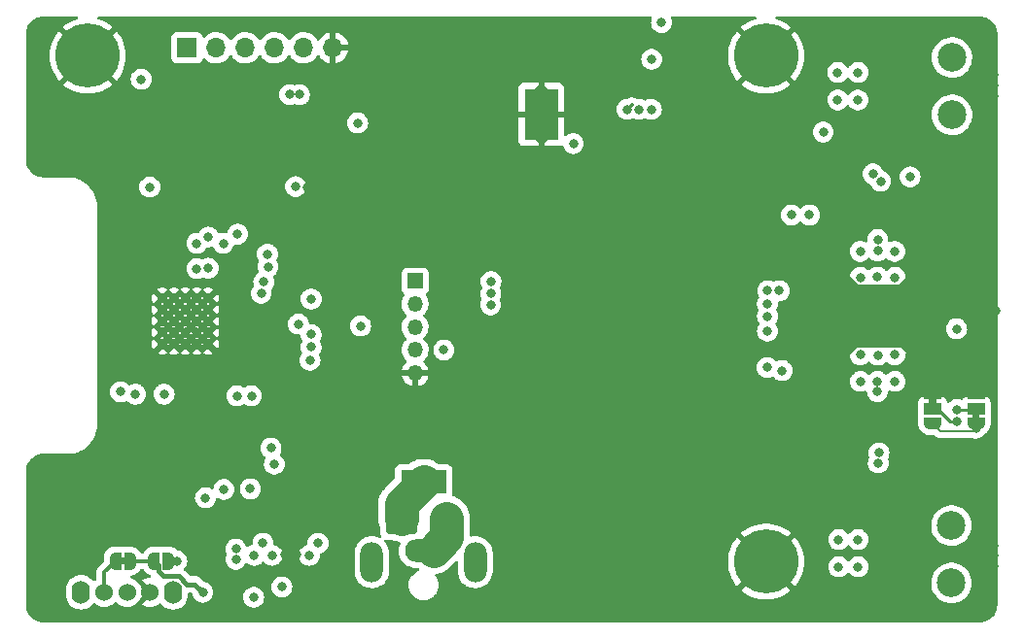
<source format=gbr>
G04 #@! TF.GenerationSoftware,KiCad,Pcbnew,(6.0.5-0)*
G04 #@! TF.CreationDate,2022-06-13T22:11:16+02:00*
G04 #@! TF.ProjectId,muVox,6d75566f-782e-46b6-9963-61645f706362,rev?*
G04 #@! TF.SameCoordinates,Original*
G04 #@! TF.FileFunction,Copper,L4,Bot*
G04 #@! TF.FilePolarity,Positive*
%FSLAX46Y46*%
G04 Gerber Fmt 4.6, Leading zero omitted, Abs format (unit mm)*
G04 Created by KiCad (PCBNEW (6.0.5-0)) date 2022-06-13 22:11:16*
%MOMM*%
%LPD*%
G01*
G04 APERTURE LIST*
G04 Aperture macros list*
%AMRoundRect*
0 Rectangle with rounded corners*
0 $1 Rounding radius*
0 $2 $3 $4 $5 $6 $7 $8 $9 X,Y pos of 4 corners*
0 Add a 4 corners polygon primitive as box body*
4,1,4,$2,$3,$4,$5,$6,$7,$8,$9,$2,$3,0*
0 Add four circle primitives for the rounded corners*
1,1,$1+$1,$2,$3*
1,1,$1+$1,$4,$5*
1,1,$1+$1,$6,$7*
1,1,$1+$1,$8,$9*
0 Add four rect primitives between the rounded corners*
20,1,$1+$1,$2,$3,$4,$5,0*
20,1,$1+$1,$4,$5,$6,$7,0*
20,1,$1+$1,$6,$7,$8,$9,0*
20,1,$1+$1,$8,$9,$2,$3,0*%
%AMFreePoly0*
4,1,22,0.500000,-0.750000,0.000000,-0.750000,0.000000,-0.745033,-0.079941,-0.743568,-0.215256,-0.701293,-0.333266,-0.622738,-0.424486,-0.514219,-0.481581,-0.384460,-0.499164,-0.250000,-0.500000,-0.250000,-0.500000,0.250000,-0.499164,0.250000,-0.499963,0.256109,-0.478152,0.396186,-0.417904,0.524511,-0.324060,0.630769,-0.204165,0.706417,-0.067858,0.745374,0.000000,0.744959,0.000000,0.750000,
0.500000,0.750000,0.500000,-0.750000,0.500000,-0.750000,$1*%
%AMFreePoly1*
4,1,20,0.000000,0.744959,0.073905,0.744508,0.209726,0.703889,0.328688,0.626782,0.421226,0.519385,0.479903,0.390333,0.500000,0.250000,0.500000,-0.250000,0.499851,-0.262216,0.476331,-0.402017,0.414519,-0.529596,0.319384,-0.634700,0.198574,-0.708877,0.061801,-0.746166,0.000000,-0.745033,0.000000,-0.750000,-0.500000,-0.750000,-0.500000,0.750000,0.000000,0.750000,0.000000,0.744959,
0.000000,0.744959,$1*%
%AMFreePoly2*
4,1,22,0.550000,-0.750000,0.000000,-0.750000,0.000000,-0.745033,-0.079941,-0.743568,-0.215256,-0.701293,-0.333266,-0.622738,-0.424486,-0.514219,-0.481581,-0.384460,-0.499164,-0.250000,-0.500000,-0.250000,-0.500000,0.250000,-0.499164,0.250000,-0.499963,0.256109,-0.478152,0.396186,-0.417904,0.524511,-0.324060,0.630769,-0.204165,0.706417,-0.067858,0.745374,0.000000,0.744959,0.000000,0.750000,
0.550000,0.750000,0.550000,-0.750000,0.550000,-0.750000,$1*%
%AMFreePoly3*
4,1,20,0.000000,0.744959,0.073905,0.744508,0.209726,0.703889,0.328688,0.626782,0.421226,0.519385,0.479903,0.390333,0.500000,0.250000,0.500000,-0.250000,0.499851,-0.262216,0.476331,-0.402017,0.414519,-0.529596,0.319384,-0.634700,0.198574,-0.708877,0.061801,-0.746166,0.000000,-0.745033,0.000000,-0.750000,-0.550000,-0.750000,-0.550000,0.750000,0.000000,0.750000,0.000000,0.744959,
0.000000,0.744959,$1*%
G04 Aperture macros list end*
G04 #@! TA.AperFunction,ComponentPad*
%ADD10R,4.000000X2.000000*%
G04 #@! TD*
G04 #@! TA.AperFunction,ComponentPad*
%ADD11O,3.300000X2.000000*%
G04 #@! TD*
G04 #@! TA.AperFunction,ComponentPad*
%ADD12O,2.000000X3.500000*%
G04 #@! TD*
G04 #@! TA.AperFunction,ComponentPad*
%ADD13R,1.350000X1.350000*%
G04 #@! TD*
G04 #@! TA.AperFunction,ComponentPad*
%ADD14O,1.350000X1.350000*%
G04 #@! TD*
G04 #@! TA.AperFunction,ComponentPad*
%ADD15C,2.500000*%
G04 #@! TD*
G04 #@! TA.AperFunction,ComponentPad*
%ADD16RoundRect,0.250001X-1.099999X-1.099999X1.099999X-1.099999X1.099999X1.099999X-1.099999X1.099999X0*%
G04 #@! TD*
G04 #@! TA.AperFunction,ComponentPad*
%ADD17C,2.700000*%
G04 #@! TD*
G04 #@! TA.AperFunction,ComponentPad*
%ADD18C,5.600000*%
G04 #@! TD*
G04 #@! TA.AperFunction,ComponentPad*
%ADD19R,1.700000X1.700000*%
G04 #@! TD*
G04 #@! TA.AperFunction,ComponentPad*
%ADD20O,1.700000X1.700000*%
G04 #@! TD*
G04 #@! TA.AperFunction,ComponentPad*
%ADD21C,0.500000*%
G04 #@! TD*
G04 #@! TA.AperFunction,SMDPad,CuDef*
%ADD22R,5.450000X5.450000*%
G04 #@! TD*
G04 #@! TA.AperFunction,ComponentPad*
%ADD23C,0.600000*%
G04 #@! TD*
G04 #@! TA.AperFunction,SMDPad,CuDef*
%ADD24R,2.950000X4.500000*%
G04 #@! TD*
G04 #@! TA.AperFunction,ComponentPad*
%ADD25C,1.524000*%
G04 #@! TD*
G04 #@! TA.AperFunction,ComponentPad*
%ADD26O,1.600000X2.000000*%
G04 #@! TD*
G04 #@! TA.AperFunction,ComponentPad*
%ADD27C,0.800000*%
G04 #@! TD*
G04 #@! TA.AperFunction,SMDPad,CuDef*
%ADD28FreePoly0,0.000000*%
G04 #@! TD*
G04 #@! TA.AperFunction,SMDPad,CuDef*
%ADD29FreePoly1,0.000000*%
G04 #@! TD*
G04 #@! TA.AperFunction,SMDPad,CuDef*
%ADD30FreePoly2,270.000000*%
G04 #@! TD*
G04 #@! TA.AperFunction,SMDPad,CuDef*
%ADD31R,1.500000X1.000000*%
G04 #@! TD*
G04 #@! TA.AperFunction,SMDPad,CuDef*
%ADD32FreePoly3,270.000000*%
G04 #@! TD*
G04 #@! TA.AperFunction,SMDPad,CuDef*
%ADD33FreePoly2,90.000000*%
G04 #@! TD*
G04 #@! TA.AperFunction,SMDPad,CuDef*
%ADD34FreePoly3,90.000000*%
G04 #@! TD*
G04 #@! TA.AperFunction,SMDPad,CuDef*
%ADD35FreePoly0,180.000000*%
G04 #@! TD*
G04 #@! TA.AperFunction,SMDPad,CuDef*
%ADD36FreePoly1,180.000000*%
G04 #@! TD*
G04 #@! TA.AperFunction,ViaPad*
%ADD37C,0.800000*%
G04 #@! TD*
G04 #@! TA.AperFunction,Conductor*
%ADD38C,2.000000*%
G04 #@! TD*
G04 #@! TA.AperFunction,Conductor*
%ADD39C,0.250000*%
G04 #@! TD*
G04 #@! TA.AperFunction,Conductor*
%ADD40C,0.200000*%
G04 #@! TD*
G04 #@! TA.AperFunction,Conductor*
%ADD41C,3.000000*%
G04 #@! TD*
G04 #@! TA.AperFunction,Conductor*
%ADD42C,0.400000*%
G04 #@! TD*
G04 #@! TA.AperFunction,Conductor*
%ADD43C,0.300000*%
G04 #@! TD*
G04 APERTURE END LIST*
G36*
X121800000Y-109850000D02*
G01*
X121300000Y-109850000D01*
X121300000Y-109250000D01*
X121800000Y-109250000D01*
X121800000Y-109850000D01*
G37*
G36*
X192357500Y-95850000D02*
G01*
X191757500Y-95850000D01*
X191757500Y-95350000D01*
X192357500Y-95350000D01*
X192357500Y-95850000D01*
G37*
G36*
X196142500Y-97150000D02*
G01*
X195542500Y-97150000D01*
X195542500Y-96650000D01*
X196142500Y-96650000D01*
X196142500Y-97150000D01*
G37*
D10*
X147742110Y-102652500D03*
D11*
X147742110Y-108652500D03*
D12*
X143242110Y-109652500D03*
X152242110Y-109652500D03*
D13*
X147000000Y-85150000D03*
D14*
X147000000Y-87150000D03*
X147000000Y-89150000D03*
X147000000Y-91150000D03*
X147000000Y-93150000D03*
D15*
X193700000Y-111450000D03*
X193700000Y-106450000D03*
D16*
X145800490Y-105850490D03*
D17*
X149760490Y-105850490D03*
D18*
X118500000Y-65500000D03*
D19*
X127150000Y-64800000D03*
D20*
X129690000Y-64800000D03*
X132230000Y-64800000D03*
X134770000Y-64800000D03*
X137310000Y-64800000D03*
X139850000Y-64800000D03*
D21*
X184342850Y-90669650D03*
X188051250Y-86961250D03*
X189219650Y-89501250D03*
X186781250Y-89501250D03*
X186781250Y-85792850D03*
X186781250Y-90669650D03*
X186781250Y-86961250D03*
X185612850Y-85792850D03*
X185612850Y-86961250D03*
X185612850Y-88231250D03*
X184342850Y-85792850D03*
X189219650Y-86961250D03*
X188051250Y-88231250D03*
D22*
X186781250Y-88231250D03*
D21*
X188051250Y-90669650D03*
X184342850Y-88231250D03*
X188051250Y-85792850D03*
X186781250Y-88231250D03*
X184342850Y-89501250D03*
X185612850Y-89501250D03*
X189219650Y-90669650D03*
X189219650Y-85792850D03*
X188051250Y-89501250D03*
X185612850Y-90669650D03*
X189219650Y-88231250D03*
X184342850Y-86961250D03*
D23*
X157388000Y-70012000D03*
X158588000Y-72412000D03*
D24*
X157988000Y-70612000D03*
D23*
X158588000Y-70012000D03*
X157388000Y-68812000D03*
X158588000Y-68812000D03*
X157388000Y-72412000D03*
X157388000Y-71312000D03*
X158588000Y-71312000D03*
D25*
X119920000Y-112268000D03*
X121920000Y-112268000D03*
X123920000Y-112268000D03*
D26*
X125920000Y-112268000D03*
X117920000Y-112268000D03*
D18*
X177550000Y-65500000D03*
D27*
X126000000Y-88631250D03*
X125000000Y-86631250D03*
X125000000Y-89631250D03*
X128000000Y-87631250D03*
X126000000Y-87631250D03*
X127000000Y-89631250D03*
X128000000Y-90631250D03*
X126000000Y-86631250D03*
X125000000Y-88631250D03*
X129000000Y-90631250D03*
X128000000Y-88631250D03*
X125000000Y-87631250D03*
X127000000Y-87631250D03*
X128000000Y-86631250D03*
X129000000Y-87631250D03*
X127000000Y-88631250D03*
X129000000Y-86631250D03*
X127000000Y-90631250D03*
X128000000Y-89631250D03*
X126000000Y-89631250D03*
X125000000Y-90631250D03*
X126000000Y-90631250D03*
X129000000Y-88631250D03*
X129000000Y-89631250D03*
X127000000Y-86631250D03*
D15*
X193750000Y-65650000D03*
X193750000Y-70650000D03*
D18*
X177550000Y-109600000D03*
D28*
X120900000Y-109550000D03*
D29*
X122200000Y-109550000D03*
D30*
X192057500Y-94950000D03*
D31*
X192057500Y-96250000D03*
D32*
X192057500Y-97550000D03*
D33*
X195842500Y-97550000D03*
D31*
X195842500Y-96250000D03*
D34*
X195842500Y-94950000D03*
D35*
X125550000Y-109550000D03*
D36*
X124250000Y-109550000D03*
D37*
X172446020Y-89421810D03*
X171557020Y-88558210D03*
X171557020Y-88558210D03*
X171557020Y-89421810D03*
X171557020Y-90336210D03*
X170642620Y-88558210D03*
X170642620Y-87669210D03*
X170642620Y-88558210D03*
X171582420Y-87669210D03*
X172446020Y-88558210D03*
X172446020Y-87669210D03*
X172446020Y-88558210D03*
X139400000Y-75196600D03*
X139400000Y-75196600D03*
X196500000Y-67203400D03*
X168250000Y-79100000D03*
X197400000Y-108200000D03*
X168250000Y-78200000D03*
X135650000Y-107189000D03*
X164084000Y-73914000D03*
X138500000Y-77000000D03*
X196500000Y-68103400D03*
X124407600Y-100550000D03*
X165862000Y-73014000D03*
X124407600Y-101550000D03*
X137600000Y-76100000D03*
X139400000Y-76996600D03*
X164650000Y-78203400D03*
X164084000Y-73014000D03*
X135607600Y-113550000D03*
X159178380Y-105603400D03*
X172446020Y-86780210D03*
X158278380Y-106503400D03*
X196300000Y-77710000D03*
X166450000Y-78203400D03*
X155578380Y-104753400D03*
X165550000Y-78200000D03*
X197400000Y-69000000D03*
X164622820Y-93485810D03*
X160978380Y-105553400D03*
X161219220Y-86229410D03*
X162311420Y-86204010D03*
X125296600Y-101550000D03*
X164650000Y-79103400D03*
X179939020Y-90234610D03*
X126211000Y-101550000D03*
X136650000Y-108992400D03*
X191700000Y-82550000D03*
X135650000Y-107189000D03*
X197400000Y-108200000D03*
X168250000Y-80000000D03*
X167350000Y-78203400D03*
X135650000Y-108992400D03*
X191350000Y-77500000D03*
X136650000Y-108103400D03*
X160078380Y-106500000D03*
X125296600Y-101550000D03*
X195600000Y-110003400D03*
X127100000Y-100550000D03*
X177223620Y-94654010D03*
X157378380Y-105650000D03*
X160978380Y-104653400D03*
X138500000Y-75200000D03*
X196880820Y-90844210D03*
X170896620Y-106008010D03*
X144642000Y-76962000D03*
X138300000Y-113550000D03*
X136650000Y-106300000D03*
X133050000Y-67850000D03*
X158278380Y-104703400D03*
X135650000Y-106300000D03*
X196500000Y-109103400D03*
X197400000Y-69000000D03*
X160078380Y-105600000D03*
X165862000Y-73914000D03*
X124407600Y-101550000D03*
X135650000Y-108103400D03*
X127100000Y-101550000D03*
X137600000Y-75200000D03*
X163683020Y-90742610D03*
X197400000Y-67200000D03*
X157378380Y-106550000D03*
X187270000Y-77890000D03*
X135607600Y-113550000D03*
X126211000Y-100550000D03*
X168250000Y-80000000D03*
X164622820Y-93485810D03*
X163750000Y-79103400D03*
X127100000Y-100550000D03*
X164622820Y-94374810D03*
X160990620Y-90742610D03*
X197400000Y-110000000D03*
X197550000Y-87700000D03*
X165550000Y-80000000D03*
X160078380Y-104700000D03*
X190250000Y-77500000D03*
X157378380Y-106550000D03*
X136650000Y-108103400D03*
X159178380Y-104703400D03*
X137411000Y-113550000D03*
X164962000Y-73914000D03*
X159178380Y-106503400D03*
X160078380Y-106500000D03*
X161879620Y-90742610D03*
X156478380Y-104753400D03*
X179939020Y-88482010D03*
X197400000Y-109100000D03*
X195600000Y-68103400D03*
X195600000Y-108203400D03*
X164343420Y-86204010D03*
X197400000Y-68100000D03*
X124407600Y-100550000D03*
X137411000Y-113550000D03*
X138500000Y-76100000D03*
X157378380Y-104750000D03*
X161879620Y-90742610D03*
X126211000Y-101550000D03*
X197400000Y-68100000D03*
X164622820Y-92571410D03*
X195600000Y-109103400D03*
X164622820Y-94374810D03*
X157378380Y-105650000D03*
X166450000Y-79103400D03*
X197400000Y-109100000D03*
X160990620Y-90742610D03*
X171582420Y-86780210D03*
X172446020Y-90336210D03*
X167350000Y-80003400D03*
X127100000Y-101550000D03*
X162306000Y-73014000D03*
X195600000Y-69003400D03*
X136650000Y-106300000D03*
X197400000Y-67200000D03*
X163184000Y-73914000D03*
X192850000Y-78100000D03*
X135650000Y-108992400D03*
X194500000Y-76160000D03*
X187304660Y-98504676D03*
X195400000Y-76960000D03*
X164622820Y-91682410D03*
X163352820Y-86204010D03*
X160978380Y-106453400D03*
X136650000Y-108992400D03*
X164650000Y-80003400D03*
X164622820Y-92571410D03*
X162794020Y-90742610D03*
X125296600Y-100550000D03*
X196500000Y-69003400D03*
X165550000Y-79100000D03*
X136650000Y-107189000D03*
X184100000Y-77000000D03*
X161878380Y-105553400D03*
X195600000Y-67203400D03*
X156478380Y-105653400D03*
X136496600Y-113550000D03*
X126211000Y-100550000D03*
X138300000Y-113550000D03*
X168250000Y-78200000D03*
X125296600Y-100550000D03*
X164962000Y-73014000D03*
X139400000Y-76096600D03*
X158278380Y-105603400D03*
X166450000Y-80003400D03*
X145542000Y-77862000D03*
X144642000Y-77862000D03*
X160078380Y-105600000D03*
X163750000Y-80003400D03*
X167350000Y-79103400D03*
X163683020Y-90742610D03*
X164622820Y-91682410D03*
X165550000Y-78200000D03*
X162306000Y-73914000D03*
X157378380Y-104750000D03*
X163750000Y-78203400D03*
X136496600Y-113550000D03*
X169499620Y-106008010D03*
X168229620Y-106008010D03*
X162794020Y-90742610D03*
X139400000Y-76996600D03*
X196500000Y-110003400D03*
X145542000Y-76962000D03*
X165550000Y-79100000D03*
X135650000Y-106300000D03*
X160078380Y-104700000D03*
X168250000Y-79100000D03*
X163184000Y-73014000D03*
X139400000Y-76096600D03*
X161878380Y-106453400D03*
X161878380Y-104653400D03*
X135650000Y-108103400D03*
X165550000Y-80000000D03*
X137600000Y-77000000D03*
X197400000Y-110000000D03*
X136650000Y-107189000D03*
X196500000Y-108203400D03*
X132650000Y-103250000D03*
X131400000Y-108500000D03*
X195842500Y-97957500D03*
X142000000Y-71350000D03*
X182544799Y-72150000D03*
X131400000Y-109400000D03*
X179761120Y-79388810D03*
X194150000Y-89300000D03*
X190100000Y-76050000D03*
X167600000Y-65800000D03*
X121350000Y-94800000D03*
X136095258Y-68875002D03*
X136931000Y-68889800D03*
X123150000Y-67550000D03*
X122650000Y-95000000D03*
X165470000Y-70170000D03*
X167570000Y-70170000D03*
X153583620Y-87208380D03*
X166480000Y-70170000D03*
X153610000Y-85180000D03*
X128524000Y-112268000D03*
X153590000Y-86230000D03*
X187254220Y-84799010D03*
X187279620Y-82513010D03*
X187279620Y-81522410D03*
X187254220Y-93892210D03*
X187529756Y-76450244D03*
X187279620Y-91606210D03*
X187254220Y-94781210D03*
X186870000Y-75790489D03*
X187323620Y-101004010D03*
X187390000Y-100120000D03*
X134550000Y-109050000D03*
X136849500Y-88884954D03*
X128750000Y-104049500D03*
X149500000Y-91150000D03*
X125150000Y-95000000D03*
X168450000Y-62600000D03*
X181336120Y-79388810D03*
X185781020Y-93892210D03*
X185755620Y-91580810D03*
X185560000Y-107680000D03*
X183880000Y-107690000D03*
X185755620Y-82554010D03*
X185781020Y-84824410D03*
X183800000Y-69350000D03*
X185550000Y-69350000D03*
X188752820Y-91580810D03*
X183880000Y-110060000D03*
X188778220Y-93892210D03*
X185560000Y-110060000D03*
X188752820Y-82554010D03*
X188778220Y-84824410D03*
X185560000Y-66950000D03*
X183790000Y-66950000D03*
X132999500Y-109050000D03*
X134457294Y-99705731D03*
X133749500Y-108000000D03*
X137954977Y-86704977D03*
X135400000Y-111800000D03*
X132950000Y-112700000D03*
X130300000Y-81850000D03*
X137800000Y-109050000D03*
X177678420Y-89498010D03*
X137850000Y-92050000D03*
X134200000Y-83900000D03*
X134150000Y-82800000D03*
X137950000Y-90900000D03*
X138550000Y-108000000D03*
X177678420Y-88202610D03*
X123900000Y-76950000D03*
X136600000Y-76900000D03*
X126250000Y-109550000D03*
X130350000Y-103300000D03*
X194188420Y-97397410D03*
X194188420Y-96330610D03*
X142262701Y-89062701D03*
X137950000Y-89800000D03*
X131500000Y-95150000D03*
X177703820Y-85992810D03*
X132750000Y-95150000D03*
X177678420Y-87110410D03*
X178719820Y-85992810D03*
X131550000Y-81050000D03*
X129000000Y-84024020D03*
X133828925Y-85227067D03*
X178952528Y-92948301D03*
X129000000Y-81300000D03*
X128000000Y-81850000D03*
X133600000Y-86200000D03*
X177656432Y-92677511D03*
X128000964Y-84054555D03*
X134750000Y-101100000D03*
X160782000Y-73152000D03*
D38*
X190900000Y-91100000D02*
X190900000Y-88300000D01*
X189576079Y-86423921D02*
X185118480Y-86423921D01*
X189500000Y-86500000D02*
X189576079Y-86423921D01*
X183900000Y-85200000D02*
X183900000Y-90900000D01*
X187768750Y-88231250D02*
X191300000Y-84700000D01*
X186781250Y-88231250D02*
X188031250Y-88231250D01*
X189500000Y-86900000D02*
X189500000Y-86500000D01*
X183900000Y-85205441D02*
X183900000Y-85200000D01*
X188031250Y-88231250D02*
X190900000Y-91100000D01*
X186781250Y-88231250D02*
X187768750Y-88231250D01*
X183812500Y-91200000D02*
X186781250Y-88231250D01*
X183600000Y-91200000D02*
X183812500Y-91200000D01*
X190900000Y-88300000D02*
X189500000Y-86900000D01*
X182800000Y-84100000D02*
X183900000Y-85200000D01*
X183900000Y-90900000D02*
X183600000Y-91200000D01*
X185118480Y-86423921D02*
X183900000Y-85205441D01*
D39*
X195842500Y-97957500D02*
X195842500Y-98157500D01*
D40*
X192757500Y-98250000D02*
X195750000Y-98250000D01*
D39*
X195842500Y-97550000D02*
X195842500Y-97957500D01*
X195842500Y-98157500D02*
X195750000Y-98250000D01*
D40*
X192057500Y-97550000D02*
X192757500Y-98250000D01*
X195750000Y-98250000D02*
X195900000Y-98250000D01*
D41*
X145800490Y-105850490D02*
X145800490Y-104594120D01*
X145800490Y-104594120D02*
X147742110Y-102652500D01*
X149760490Y-105850490D02*
X149760490Y-107489510D01*
D38*
X148198480Y-108652500D02*
X149500490Y-107350490D01*
X147742110Y-108652500D02*
X148198480Y-108652500D01*
D41*
X149760490Y-107489510D02*
X148600000Y-108650000D01*
D42*
X127827143Y-111571143D02*
X127119520Y-111571143D01*
D43*
X122200000Y-109550000D02*
X123050000Y-109550000D01*
D42*
X127119520Y-111571143D02*
X126416857Y-110868480D01*
D43*
X165862000Y-69778000D02*
X165470000Y-70170000D01*
D42*
X125053474Y-110868480D02*
X124650480Y-110465486D01*
X124650480Y-110465486D02*
X124650480Y-109950480D01*
X124650480Y-109950480D02*
X124250000Y-109550000D01*
X126416857Y-110868480D02*
X125053474Y-110868480D01*
D43*
X123050000Y-109550000D02*
X124250000Y-109550000D01*
D42*
X128524000Y-112268000D02*
X127827143Y-111571143D01*
D43*
X119920000Y-110530000D02*
X120900000Y-109550000D01*
X120900000Y-110200000D02*
X120900000Y-109550000D01*
X119920000Y-112268000D02*
X119920000Y-110530000D01*
X126250000Y-109550000D02*
X125550000Y-109550000D01*
D39*
X193622735Y-97397410D02*
X192657535Y-96432210D01*
X192657535Y-96432210D02*
X192369020Y-96432210D01*
X194188420Y-97397410D02*
X193622735Y-97397410D01*
X194188420Y-96330610D02*
X195534620Y-96330610D01*
X195534620Y-96330610D02*
X195687020Y-96483010D01*
G04 #@! TA.AperFunction,Conductor*
G36*
X117630725Y-62086512D02*
G01*
X117677218Y-62140168D01*
X117687322Y-62210442D01*
X117657828Y-62275022D01*
X117602584Y-62311999D01*
X117283683Y-62418702D01*
X117277361Y-62421205D01*
X116958034Y-62568079D01*
X116951991Y-62571265D01*
X116650401Y-62751763D01*
X116644755Y-62755571D01*
X116364408Y-62967596D01*
X116359211Y-62971987D01*
X116357972Y-62973155D01*
X116349950Y-62986862D01*
X116349986Y-62987704D01*
X116355037Y-62995826D01*
X118487190Y-65127980D01*
X118501131Y-65135592D01*
X118502966Y-65135461D01*
X118509580Y-65131210D01*
X120642798Y-62997991D01*
X120650412Y-62984047D01*
X120650344Y-62983089D01*
X120645836Y-62976272D01*
X120644418Y-62975065D01*
X120364813Y-62762064D01*
X120359187Y-62758240D01*
X120058214Y-62576681D01*
X120052202Y-62573484D01*
X119733370Y-62425487D01*
X119727070Y-62422967D01*
X119398814Y-62311859D01*
X119340702Y-62271072D01*
X119313866Y-62205343D01*
X119326826Y-62135539D01*
X119375468Y-62083823D01*
X119439211Y-62066510D01*
X167494665Y-62066510D01*
X167562786Y-62086512D01*
X167609279Y-62140168D01*
X167619383Y-62210442D01*
X167614500Y-62231439D01*
X167556458Y-62410072D01*
X167555768Y-62416633D01*
X167555768Y-62416635D01*
X167548478Y-62486000D01*
X167536496Y-62600000D01*
X167537186Y-62606565D01*
X167553980Y-62766348D01*
X167556458Y-62789928D01*
X167615473Y-62971556D01*
X167618776Y-62977278D01*
X167618777Y-62977279D01*
X167622685Y-62984047D01*
X167710960Y-63136944D01*
X167838747Y-63278866D01*
X167993248Y-63391118D01*
X167999276Y-63393802D01*
X167999278Y-63393803D01*
X168121580Y-63448255D01*
X168167712Y-63468794D01*
X168245164Y-63485257D01*
X168348056Y-63507128D01*
X168348061Y-63507128D01*
X168354513Y-63508500D01*
X168545487Y-63508500D01*
X168551939Y-63507128D01*
X168551944Y-63507128D01*
X168654836Y-63485257D01*
X168732288Y-63468794D01*
X168778420Y-63448255D01*
X168900722Y-63393803D01*
X168900724Y-63393802D01*
X168906752Y-63391118D01*
X169061253Y-63278866D01*
X169189040Y-63136944D01*
X169277315Y-62984047D01*
X169281223Y-62977279D01*
X169281224Y-62977278D01*
X169284527Y-62971556D01*
X169343542Y-62789928D01*
X169346021Y-62766348D01*
X169362814Y-62606565D01*
X169363504Y-62600000D01*
X169351522Y-62486000D01*
X169344232Y-62416635D01*
X169344232Y-62416633D01*
X169343542Y-62410072D01*
X169285502Y-62231444D01*
X169283474Y-62160479D01*
X169320137Y-62099681D01*
X169383849Y-62068356D01*
X169405335Y-62066510D01*
X176612604Y-62066510D01*
X176680725Y-62086512D01*
X176727218Y-62140168D01*
X176737322Y-62210442D01*
X176707828Y-62275022D01*
X176652584Y-62311999D01*
X176333683Y-62418702D01*
X176327361Y-62421205D01*
X176008034Y-62568079D01*
X176001991Y-62571265D01*
X175700401Y-62751763D01*
X175694755Y-62755571D01*
X175414408Y-62967596D01*
X175409211Y-62971987D01*
X175407972Y-62973155D01*
X175399950Y-62986862D01*
X175399986Y-62987704D01*
X175405037Y-62995826D01*
X177537190Y-65127980D01*
X177551131Y-65135592D01*
X177552966Y-65135461D01*
X177559580Y-65131210D01*
X179692798Y-62997991D01*
X179700412Y-62984047D01*
X179700344Y-62983089D01*
X179695836Y-62976272D01*
X179694418Y-62975065D01*
X179414813Y-62762064D01*
X179409187Y-62758240D01*
X179108214Y-62576681D01*
X179102202Y-62573484D01*
X178783370Y-62425487D01*
X178777070Y-62422967D01*
X178448814Y-62311859D01*
X178390702Y-62271072D01*
X178363866Y-62205343D01*
X178376826Y-62135539D01*
X178425468Y-62083823D01*
X178489211Y-62066510D01*
X196120249Y-62066510D01*
X196139635Y-62068010D01*
X196154467Y-62070320D01*
X196154470Y-62070320D01*
X196163339Y-62071701D01*
X196178597Y-62069706D01*
X196203915Y-62068963D01*
X196377446Y-62081376D01*
X196395233Y-62083934D01*
X196590023Y-62126310D01*
X196607271Y-62131375D01*
X196794049Y-62201041D01*
X196810399Y-62208508D01*
X196924975Y-62271072D01*
X196985358Y-62304044D01*
X197000480Y-62313762D01*
X197144005Y-62421205D01*
X197160071Y-62433232D01*
X197173657Y-62445005D01*
X197314612Y-62585962D01*
X197326385Y-62599549D01*
X197445846Y-62759133D01*
X197455565Y-62774257D01*
X197551100Y-62949220D01*
X197558568Y-62965572D01*
X197628230Y-63152346D01*
X197633295Y-63169595D01*
X197675669Y-63364390D01*
X197678227Y-63382184D01*
X197690139Y-63548743D01*
X197689418Y-63566073D01*
X197689311Y-63574859D01*
X197687929Y-63583731D01*
X197689093Y-63592634D01*
X197689093Y-63592639D01*
X197692056Y-63615301D01*
X197693120Y-63631637D01*
X197693120Y-113324641D01*
X197691620Y-113344028D01*
X197687929Y-113367731D01*
X197689924Y-113382988D01*
X197690667Y-113408308D01*
X197682359Y-113524457D01*
X197678255Y-113581839D01*
X197675697Y-113599630D01*
X197636133Y-113781498D01*
X197633323Y-113794417D01*
X197628258Y-113811666D01*
X197558589Y-113998453D01*
X197551122Y-114014805D01*
X197455585Y-114189769D01*
X197445865Y-114204893D01*
X197326402Y-114364476D01*
X197314630Y-114378062D01*
X197173671Y-114519022D01*
X197160085Y-114530795D01*
X197000494Y-114650265D01*
X196985370Y-114659984D01*
X196810409Y-114755521D01*
X196794056Y-114762989D01*
X196607280Y-114832654D01*
X196590031Y-114837719D01*
X196476872Y-114862336D01*
X196395236Y-114880096D01*
X196377449Y-114882654D01*
X196328233Y-114886174D01*
X196211056Y-114894555D01*
X196192860Y-114893799D01*
X196184762Y-114893700D01*
X196175891Y-114892319D01*
X196166990Y-114893483D01*
X196166986Y-114893483D01*
X196144332Y-114896446D01*
X196127994Y-114897510D01*
X114684982Y-114897510D01*
X114665597Y-114896010D01*
X114650764Y-114893700D01*
X114650760Y-114893700D01*
X114641891Y-114892319D01*
X114626635Y-114894314D01*
X114601312Y-114895057D01*
X114427784Y-114882648D01*
X114409994Y-114880090D01*
X114215193Y-114837716D01*
X114197950Y-114832653D01*
X114011169Y-114762989D01*
X113994817Y-114755521D01*
X113819848Y-114659983D01*
X113804724Y-114650264D01*
X113645137Y-114530801D01*
X113631550Y-114519028D01*
X113490589Y-114378069D01*
X113478816Y-114364483D01*
X113366469Y-114214407D01*
X113359344Y-114204889D01*
X113349626Y-114189767D01*
X113254090Y-114014808D01*
X113246622Y-113998456D01*
X113224900Y-113940217D01*
X113176953Y-113811672D01*
X113171889Y-113794424D01*
X113129513Y-113599631D01*
X113126955Y-113581840D01*
X113115061Y-113415539D01*
X113115835Y-113396903D01*
X113115929Y-113389157D01*
X113117311Y-113380283D01*
X113113205Y-113348882D01*
X113112141Y-113332483D01*
X113112150Y-113316197D01*
X113112562Y-112525127D01*
X116611500Y-112525127D01*
X116626457Y-112696087D01*
X116627881Y-112701400D01*
X116627881Y-112701402D01*
X116682617Y-112905676D01*
X116685716Y-112917243D01*
X116688039Y-112922224D01*
X116688039Y-112922225D01*
X116780151Y-113119762D01*
X116780154Y-113119767D01*
X116782477Y-113124749D01*
X116836764Y-113202278D01*
X116897190Y-113288575D01*
X116913802Y-113312300D01*
X117075700Y-113474198D01*
X117080208Y-113477355D01*
X117080211Y-113477357D01*
X117144052Y-113522059D01*
X117263251Y-113605523D01*
X117268233Y-113607846D01*
X117268238Y-113607849D01*
X117377736Y-113658908D01*
X117470757Y-113702284D01*
X117476065Y-113703706D01*
X117476067Y-113703707D01*
X117686598Y-113760119D01*
X117686600Y-113760119D01*
X117691913Y-113761543D01*
X117920000Y-113781498D01*
X118148087Y-113761543D01*
X118153400Y-113760119D01*
X118153402Y-113760119D01*
X118363933Y-113703707D01*
X118363935Y-113703706D01*
X118369243Y-113702284D01*
X118462264Y-113658908D01*
X118571762Y-113607849D01*
X118571767Y-113607846D01*
X118576749Y-113605523D01*
X118695948Y-113522059D01*
X118759789Y-113477357D01*
X118759792Y-113477355D01*
X118764300Y-113474198D01*
X118926198Y-113312300D01*
X118942811Y-113288574D01*
X118998268Y-113244246D01*
X119068887Y-113236938D01*
X119118293Y-113257633D01*
X119282323Y-113372488D01*
X119287305Y-113374811D01*
X119287310Y-113374814D01*
X119374646Y-113415539D01*
X119483804Y-113466440D01*
X119489112Y-113467862D01*
X119489114Y-113467863D01*
X119498213Y-113470301D01*
X119698537Y-113523978D01*
X119920000Y-113543353D01*
X120141463Y-113523978D01*
X120341787Y-113470301D01*
X120350886Y-113467863D01*
X120350888Y-113467862D01*
X120356196Y-113466440D01*
X120465354Y-113415539D01*
X120552690Y-113374814D01*
X120552695Y-113374811D01*
X120557677Y-113372488D01*
X120678101Y-113288166D01*
X120735270Y-113248136D01*
X120735273Y-113248134D01*
X120739781Y-113244977D01*
X120830905Y-113153853D01*
X120893217Y-113119827D01*
X120964032Y-113124892D01*
X121009095Y-113153853D01*
X121100219Y-113244977D01*
X121104727Y-113248134D01*
X121104730Y-113248136D01*
X121161899Y-113288166D01*
X121282323Y-113372488D01*
X121287305Y-113374811D01*
X121287310Y-113374814D01*
X121374646Y-113415539D01*
X121483804Y-113466440D01*
X121489112Y-113467862D01*
X121489114Y-113467863D01*
X121498213Y-113470301D01*
X121698537Y-113523978D01*
X121920000Y-113543353D01*
X122141463Y-113523978D01*
X122341787Y-113470301D01*
X122350886Y-113467863D01*
X122350888Y-113467862D01*
X122356196Y-113466440D01*
X122465354Y-113415539D01*
X122552690Y-113374814D01*
X122552695Y-113374811D01*
X122557677Y-113372488D01*
X122678101Y-113288166D01*
X122735270Y-113248136D01*
X122735273Y-113248134D01*
X122739781Y-113244977D01*
X122896977Y-113087781D01*
X122948512Y-113014182D01*
X123021331Y-112910185D01*
X123021332Y-112910183D01*
X123024488Y-112905676D01*
X123026811Y-112900694D01*
X123026814Y-112900689D01*
X123103675Y-112735860D01*
X123128775Y-112700015D01*
X123547978Y-112280812D01*
X123555592Y-112266868D01*
X123555461Y-112265035D01*
X123551210Y-112258420D01*
X123128775Y-111835985D01*
X123103675Y-111800140D01*
X123026814Y-111635311D01*
X123026811Y-111635306D01*
X123024488Y-111630324D01*
X123020107Y-111624067D01*
X122900136Y-111452730D01*
X122900134Y-111452727D01*
X122896977Y-111448219D01*
X122739781Y-111291023D01*
X122735273Y-111287866D01*
X122735270Y-111287864D01*
X122641672Y-111222326D01*
X122557677Y-111163512D01*
X122552695Y-111161189D01*
X122552690Y-111161186D01*
X122361178Y-111071883D01*
X122361177Y-111071882D01*
X122356196Y-111069560D01*
X122350889Y-111068138D01*
X122350878Y-111068134D01*
X122297902Y-111053939D01*
X122237280Y-111016988D01*
X122206258Y-110953127D01*
X122214688Y-110882632D01*
X122259891Y-110827886D01*
X122314940Y-110807199D01*
X122393127Y-110797460D01*
X122393130Y-110797459D01*
X122397565Y-110796907D01*
X122535745Y-110759234D01*
X122539862Y-110757452D01*
X122539866Y-110757451D01*
X122665296Y-110703173D01*
X122665301Y-110703171D01*
X122669420Y-110701388D01*
X122791472Y-110626448D01*
X122821096Y-110601854D01*
X122900093Y-110536270D01*
X122900095Y-110536268D01*
X122903540Y-110533408D01*
X122999654Y-110427224D01*
X123005730Y-110418216D01*
X123078599Y-110310183D01*
X123078602Y-110310178D01*
X123081107Y-110306464D01*
X123083064Y-110302425D01*
X123094141Y-110279562D01*
X123141843Y-110226978D01*
X123207533Y-110208500D01*
X123240973Y-110208500D01*
X123309094Y-110228502D01*
X123351471Y-110277488D01*
X123352788Y-110276772D01*
X123354928Y-110280710D01*
X123356783Y-110284789D01*
X123368062Y-110302425D01*
X123420816Y-110384914D01*
X123435258Y-110407497D01*
X123528748Y-110515998D01*
X123638511Y-110611750D01*
X123642272Y-110614188D01*
X123642275Y-110614190D01*
X123703283Y-110653733D01*
X123758696Y-110689650D01*
X123762757Y-110691526D01*
X123762758Y-110691527D01*
X123886854Y-110748868D01*
X123886861Y-110748871D01*
X123890924Y-110750748D01*
X123895218Y-110752032D01*
X123899410Y-110753618D01*
X123898857Y-110755080D01*
X123952804Y-110790137D01*
X123981969Y-110854866D01*
X123971509Y-110925088D01*
X123924744Y-110978507D01*
X123868144Y-110997686D01*
X123704104Y-111012038D01*
X123693309Y-111013941D01*
X123489285Y-111068609D01*
X123478993Y-111072355D01*
X123287559Y-111161623D01*
X123278068Y-111167103D01*
X123234235Y-111197794D01*
X123225860Y-111208271D01*
X123232928Y-111221718D01*
X124190115Y-112178905D01*
X124224141Y-112241217D01*
X124219076Y-112312032D01*
X124190115Y-112357095D01*
X123232207Y-113315003D01*
X123225777Y-113326777D01*
X123235074Y-113338793D01*
X123278069Y-113368898D01*
X123287555Y-113374376D01*
X123478993Y-113463645D01*
X123489285Y-113467391D01*
X123693309Y-113522059D01*
X123704104Y-113523962D01*
X123914525Y-113542372D01*
X123925475Y-113542372D01*
X124135896Y-113523962D01*
X124146691Y-113522059D01*
X124350715Y-113467391D01*
X124361007Y-113463645D01*
X124552439Y-113374379D01*
X124561935Y-113368896D01*
X124721419Y-113257224D01*
X124788693Y-113234536D01*
X124857554Y-113251821D01*
X124896903Y-113288166D01*
X124897190Y-113288575D01*
X124913802Y-113312300D01*
X125075700Y-113474198D01*
X125080208Y-113477355D01*
X125080211Y-113477357D01*
X125144052Y-113522059D01*
X125263251Y-113605523D01*
X125268233Y-113607846D01*
X125268238Y-113607849D01*
X125377736Y-113658908D01*
X125470757Y-113702284D01*
X125476065Y-113703706D01*
X125476067Y-113703707D01*
X125686598Y-113760119D01*
X125686600Y-113760119D01*
X125691913Y-113761543D01*
X125920000Y-113781498D01*
X126148087Y-113761543D01*
X126153400Y-113760119D01*
X126153402Y-113760119D01*
X126363933Y-113703707D01*
X126363935Y-113703706D01*
X126369243Y-113702284D01*
X126462264Y-113658908D01*
X126571762Y-113607849D01*
X126571767Y-113607846D01*
X126576749Y-113605523D01*
X126695948Y-113522059D01*
X126759789Y-113477357D01*
X126759792Y-113477355D01*
X126764300Y-113474198D01*
X126926198Y-113312300D01*
X126942811Y-113288575D01*
X127003236Y-113202278D01*
X127057523Y-113124749D01*
X127059846Y-113119767D01*
X127059849Y-113119762D01*
X127151961Y-112922225D01*
X127151961Y-112922224D01*
X127154284Y-112917243D01*
X127157384Y-112905676D01*
X127212119Y-112701402D01*
X127212119Y-112701400D01*
X127213543Y-112696087D01*
X127228500Y-112525127D01*
X127228500Y-112405643D01*
X127248502Y-112337522D01*
X127302158Y-112291029D01*
X127354500Y-112279643D01*
X127481483Y-112279643D01*
X127549604Y-112299645D01*
X127570578Y-112316548D01*
X127589335Y-112335305D01*
X127623361Y-112397617D01*
X127625550Y-112411228D01*
X127630458Y-112457928D01*
X127632498Y-112464205D01*
X127632498Y-112464207D01*
X127655215Y-112534121D01*
X127689473Y-112639556D01*
X127692776Y-112645278D01*
X127692777Y-112645279D01*
X127707146Y-112670166D01*
X127784960Y-112804944D01*
X127789378Y-112809851D01*
X127789379Y-112809852D01*
X127871169Y-112900689D01*
X127912747Y-112946866D01*
X128067248Y-113059118D01*
X128073276Y-113061802D01*
X128073278Y-113061803D01*
X128235681Y-113134109D01*
X128241712Y-113136794D01*
X128321968Y-113153853D01*
X128422056Y-113175128D01*
X128422061Y-113175128D01*
X128428513Y-113176500D01*
X128619487Y-113176500D01*
X128625939Y-113175128D01*
X128625944Y-113175128D01*
X128726032Y-113153853D01*
X128806288Y-113136794D01*
X128812319Y-113134109D01*
X128974722Y-113061803D01*
X128974724Y-113061802D01*
X128980752Y-113059118D01*
X129135253Y-112946866D01*
X129176831Y-112900689D01*
X129258621Y-112809852D01*
X129258622Y-112809851D01*
X129263040Y-112804944D01*
X129323629Y-112700000D01*
X132036496Y-112700000D01*
X132037186Y-112706565D01*
X132054745Y-112873626D01*
X132056458Y-112889928D01*
X132115473Y-113071556D01*
X132118776Y-113077278D01*
X132118777Y-113077279D01*
X132127090Y-113091678D01*
X132210960Y-113236944D01*
X132215378Y-113241851D01*
X132215379Y-113241852D01*
X132333004Y-113372488D01*
X132338747Y-113378866D01*
X132389223Y-113415539D01*
X132474308Y-113477357D01*
X132493248Y-113491118D01*
X132499276Y-113493802D01*
X132499278Y-113493803D01*
X132609494Y-113542874D01*
X132667712Y-113568794D01*
X132761113Y-113588647D01*
X132848056Y-113607128D01*
X132848061Y-113607128D01*
X132854513Y-113608500D01*
X133045487Y-113608500D01*
X133051939Y-113607128D01*
X133051944Y-113607128D01*
X133138887Y-113588647D01*
X133232288Y-113568794D01*
X133290506Y-113542874D01*
X133400722Y-113493803D01*
X133400724Y-113493802D01*
X133406752Y-113491118D01*
X133425693Y-113477357D01*
X133510777Y-113415539D01*
X133561253Y-113378866D01*
X133566996Y-113372488D01*
X133684621Y-113241852D01*
X133684622Y-113241851D01*
X133689040Y-113236944D01*
X133772910Y-113091678D01*
X133781223Y-113077279D01*
X133781224Y-113077278D01*
X133784527Y-113071556D01*
X133843542Y-112889928D01*
X133845256Y-112873626D01*
X133862814Y-112706565D01*
X133863504Y-112700000D01*
X133854066Y-112610201D01*
X133844232Y-112516635D01*
X133844232Y-112516633D01*
X133843542Y-112510072D01*
X133784527Y-112328444D01*
X133776048Y-112313757D01*
X133698190Y-112178905D01*
X133689040Y-112163056D01*
X133668145Y-112139849D01*
X133565675Y-112026045D01*
X133565674Y-112026044D01*
X133561253Y-112021134D01*
X133462157Y-111949136D01*
X133412094Y-111912763D01*
X133412093Y-111912762D01*
X133406752Y-111908882D01*
X133400724Y-111906198D01*
X133400722Y-111906197D01*
X133238319Y-111833891D01*
X133238318Y-111833891D01*
X133232288Y-111831206D01*
X133116362Y-111806565D01*
X133085477Y-111800000D01*
X134486496Y-111800000D01*
X134487186Y-111806565D01*
X134496633Y-111896444D01*
X134506458Y-111989928D01*
X134565473Y-112171556D01*
X134660960Y-112336944D01*
X134665378Y-112341851D01*
X134665379Y-112341852D01*
X134722817Y-112405643D01*
X134788747Y-112478866D01*
X134943248Y-112591118D01*
X134949276Y-112593802D01*
X134949278Y-112593803D01*
X135052042Y-112639556D01*
X135117712Y-112668794D01*
X135211112Y-112688647D01*
X135298056Y-112707128D01*
X135298061Y-112707128D01*
X135304513Y-112708500D01*
X135495487Y-112708500D01*
X135501939Y-112707128D01*
X135501944Y-112707128D01*
X135588888Y-112688647D01*
X135682288Y-112668794D01*
X135747958Y-112639556D01*
X135850722Y-112593803D01*
X135850724Y-112593802D01*
X135856752Y-112591118D01*
X136011253Y-112478866D01*
X136077183Y-112405643D01*
X136134621Y-112341852D01*
X136134622Y-112341851D01*
X136139040Y-112336944D01*
X136234527Y-112171556D01*
X136293542Y-111989928D01*
X136303368Y-111896444D01*
X136312814Y-111806565D01*
X136313504Y-111800000D01*
X136307177Y-111739798D01*
X136294232Y-111616635D01*
X136294232Y-111616633D01*
X136293542Y-111610072D01*
X136234527Y-111428444D01*
X136217647Y-111399206D01*
X136167795Y-111312861D01*
X136139040Y-111263056D01*
X136107666Y-111228211D01*
X136015675Y-111126045D01*
X136015674Y-111126044D01*
X136011253Y-111121134D01*
X135863715Y-111013941D01*
X135862094Y-111012763D01*
X135862093Y-111012762D01*
X135856752Y-111008882D01*
X135850724Y-111006198D01*
X135850722Y-111006197D01*
X135688319Y-110933891D01*
X135688318Y-110933891D01*
X135682288Y-110931206D01*
X135588887Y-110911353D01*
X135501944Y-110892872D01*
X135501939Y-110892872D01*
X135495487Y-110891500D01*
X135304513Y-110891500D01*
X135298061Y-110892872D01*
X135298056Y-110892872D01*
X135211113Y-110911353D01*
X135117712Y-110931206D01*
X135111682Y-110933891D01*
X135111681Y-110933891D01*
X134949278Y-111006197D01*
X134949276Y-111006198D01*
X134943248Y-111008882D01*
X134937907Y-111012762D01*
X134937906Y-111012763D01*
X134936285Y-111013941D01*
X134788747Y-111121134D01*
X134784326Y-111126044D01*
X134784325Y-111126045D01*
X134692335Y-111228211D01*
X134660960Y-111263056D01*
X134632205Y-111312861D01*
X134582354Y-111399206D01*
X134565473Y-111428444D01*
X134506458Y-111610072D01*
X134505768Y-111616633D01*
X134505768Y-111616635D01*
X134492823Y-111739798D01*
X134486496Y-111800000D01*
X133085477Y-111800000D01*
X133051944Y-111792872D01*
X133051939Y-111792872D01*
X133045487Y-111791500D01*
X132854513Y-111791500D01*
X132848061Y-111792872D01*
X132848056Y-111792872D01*
X132783638Y-111806565D01*
X132667712Y-111831206D01*
X132661682Y-111833891D01*
X132661681Y-111833891D01*
X132499278Y-111906197D01*
X132499276Y-111906198D01*
X132493248Y-111908882D01*
X132487907Y-111912762D01*
X132487906Y-111912763D01*
X132437843Y-111949136D01*
X132338747Y-112021134D01*
X132334326Y-112026044D01*
X132334325Y-112026045D01*
X132231856Y-112139849D01*
X132210960Y-112163056D01*
X132201810Y-112178905D01*
X132123953Y-112313757D01*
X132115473Y-112328444D01*
X132056458Y-112510072D01*
X132055768Y-112516633D01*
X132055768Y-112516635D01*
X132045934Y-112610201D01*
X132036496Y-112700000D01*
X129323629Y-112700000D01*
X129340854Y-112670166D01*
X129355223Y-112645279D01*
X129355224Y-112645278D01*
X129358527Y-112639556D01*
X129417542Y-112457928D01*
X129423501Y-112401237D01*
X129436814Y-112274565D01*
X129437504Y-112268000D01*
X129427969Y-112177279D01*
X129418232Y-112084635D01*
X129418232Y-112084633D01*
X129417542Y-112078072D01*
X129358527Y-111896444D01*
X129263040Y-111731056D01*
X129251646Y-111718401D01*
X129139675Y-111594045D01*
X129139674Y-111594044D01*
X129135253Y-111589134D01*
X128980752Y-111476882D01*
X128974724Y-111474198D01*
X128974722Y-111474197D01*
X128812319Y-111401891D01*
X128812318Y-111401891D01*
X128806288Y-111399206D01*
X128653431Y-111366715D01*
X128590533Y-111332563D01*
X128348585Y-111090615D01*
X128342731Y-111084349D01*
X128309699Y-111046483D01*
X128309696Y-111046480D01*
X128304704Y-111040758D01*
X128252423Y-111004014D01*
X128247129Y-111000082D01*
X128202836Y-110965352D01*
X128196861Y-110960667D01*
X128189945Y-110957544D01*
X128187659Y-110956160D01*
X128172978Y-110947786D01*
X128170618Y-110946521D01*
X128164404Y-110942153D01*
X128157325Y-110939393D01*
X128157323Y-110939392D01*
X128104868Y-110918941D01*
X128098799Y-110916390D01*
X128040570Y-110890098D01*
X128033103Y-110888714D01*
X128030548Y-110887913D01*
X128014295Y-110883284D01*
X128011715Y-110882621D01*
X128004634Y-110879861D01*
X127997103Y-110878870D01*
X127997101Y-110878869D01*
X127967482Y-110874970D01*
X127941282Y-110871521D01*
X127934784Y-110870491D01*
X127871957Y-110858847D01*
X127864377Y-110859284D01*
X127864376Y-110859284D01*
X127809751Y-110862434D01*
X127802497Y-110862643D01*
X127465182Y-110862643D01*
X127397061Y-110842641D01*
X127376087Y-110825739D01*
X127013848Y-110463501D01*
X141733610Y-110463501D01*
X141733812Y-110466009D01*
X141733812Y-110466014D01*
X141747620Y-110637628D01*
X141748170Y-110644465D01*
X141749376Y-110649373D01*
X141749376Y-110649376D01*
X141796846Y-110842641D01*
X141806073Y-110880206D01*
X141808048Y-110884858D01*
X141808049Y-110884862D01*
X141846698Y-110975912D01*
X141900922Y-111103656D01*
X141929123Y-111148438D01*
X142025232Y-111301055D01*
X142030277Y-111309067D01*
X142033622Y-111312861D01*
X142187460Y-111487358D01*
X142187463Y-111487361D01*
X142190808Y-111491155D01*
X142194716Y-111494365D01*
X142194717Y-111494366D01*
X142354747Y-111625815D01*
X142378388Y-111645234D01*
X142400279Y-111657975D01*
X142542109Y-111740522D01*
X142588188Y-111767341D01*
X142592911Y-111769154D01*
X142810088Y-111852520D01*
X142810092Y-111852521D01*
X142814812Y-111854333D01*
X142819762Y-111855367D01*
X142819765Y-111855368D01*
X143047479Y-111902940D01*
X143047483Y-111902940D01*
X143052430Y-111903974D01*
X143294927Y-111914986D01*
X143299947Y-111914405D01*
X143299951Y-111914405D01*
X143531039Y-111887667D01*
X143531043Y-111887666D01*
X143536066Y-111887085D01*
X143540930Y-111885709D01*
X143540933Y-111885708D01*
X143702769Y-111839913D01*
X143769642Y-111820990D01*
X143774218Y-111818856D01*
X143774224Y-111818854D01*
X143985064Y-111720538D01*
X143985068Y-111720536D01*
X143989646Y-111718401D01*
X144190417Y-111581956D01*
X144366791Y-111415168D01*
X144371881Y-111408511D01*
X144511157Y-111226346D01*
X144511160Y-111226342D01*
X144514230Y-111222326D01*
X144534355Y-111184794D01*
X144626549Y-111012852D01*
X144628941Y-111008391D01*
X144707972Y-110778869D01*
X144730197Y-110650199D01*
X144748614Y-110543574D01*
X144748615Y-110543568D01*
X144749289Y-110539664D01*
X144750267Y-110518134D01*
X144750546Y-110511994D01*
X144750546Y-110511975D01*
X144750610Y-110510575D01*
X144750610Y-108841499D01*
X144749140Y-108823228D01*
X144736456Y-108665576D01*
X144736455Y-108665571D01*
X144736050Y-108660535D01*
X144732020Y-108644125D01*
X144679354Y-108429708D01*
X144678147Y-108424794D01*
X144669497Y-108404414D01*
X144596248Y-108231852D01*
X144583298Y-108201344D01*
X144492575Y-108057279D01*
X144456638Y-108000212D01*
X144456636Y-108000209D01*
X144453943Y-107995933D01*
X144353478Y-107881977D01*
X144323433Y-107817651D01*
X144332934Y-107747293D01*
X144378966Y-107693241D01*
X144446913Y-107672657D01*
X144487656Y-107679058D01*
X144545629Y-107698287D01*
X144552465Y-107698987D01*
X144552468Y-107698988D01*
X144595521Y-107703399D01*
X144650090Y-107708990D01*
X145014322Y-107708990D01*
X145061522Y-107718165D01*
X145178314Y-107765352D01*
X145182583Y-107766416D01*
X145182585Y-107766417D01*
X145446597Y-107832243D01*
X145446602Y-107832244D01*
X145450866Y-107833307D01*
X145455234Y-107833766D01*
X145455239Y-107833767D01*
X145549832Y-107843709D01*
X145614225Y-107850476D01*
X145679881Y-107877489D01*
X145720511Y-107935710D01*
X145723214Y-108006656D01*
X145718685Y-108020940D01*
X145645208Y-108212357D01*
X145640277Y-108225202D01*
X145639243Y-108230152D01*
X145639242Y-108230155D01*
X145599553Y-108420138D01*
X145590636Y-108462820D01*
X145579624Y-108705317D01*
X145580205Y-108710337D01*
X145580205Y-108710341D01*
X145601855Y-108897450D01*
X145607525Y-108946456D01*
X145608901Y-108951320D01*
X145608902Y-108951323D01*
X145644665Y-109077706D01*
X145673620Y-109180032D01*
X145675754Y-109184608D01*
X145675756Y-109184614D01*
X145769685Y-109386045D01*
X145776209Y-109400036D01*
X145912654Y-109600807D01*
X146079442Y-109777181D01*
X146083468Y-109780259D01*
X146083469Y-109780260D01*
X146268264Y-109921547D01*
X146268268Y-109921550D01*
X146272284Y-109924620D01*
X146276742Y-109927010D01*
X146276743Y-109927011D01*
X146370677Y-109977378D01*
X146486219Y-110039331D01*
X146715741Y-110118362D01*
X146806781Y-110134087D01*
X146951036Y-110159004D01*
X146951042Y-110159005D01*
X146954946Y-110159679D01*
X146958907Y-110159859D01*
X146958908Y-110159859D01*
X146982616Y-110160936D01*
X146982635Y-110160936D01*
X146984035Y-110161000D01*
X147225694Y-110161000D01*
X147293815Y-110181002D01*
X147311628Y-110194851D01*
X147328665Y-110210739D01*
X147364843Y-110271827D01*
X147362251Y-110342776D01*
X147321712Y-110401061D01*
X147292535Y-110417505D01*
X147292867Y-110418216D01*
X147090348Y-110512651D01*
X147090343Y-110512654D01*
X147085361Y-110514977D01*
X146999028Y-110575428D01*
X146902321Y-110643143D01*
X146902318Y-110643145D01*
X146897810Y-110646302D01*
X146735912Y-110808200D01*
X146732755Y-110812708D01*
X146732753Y-110812711D01*
X146686429Y-110878869D01*
X146604587Y-110995751D01*
X146602264Y-111000733D01*
X146602261Y-111000738D01*
X146510373Y-111197794D01*
X146507826Y-111203257D01*
X146506404Y-111208565D01*
X146506403Y-111208567D01*
X146450112Y-111418648D01*
X146448567Y-111424413D01*
X146428612Y-111652500D01*
X146448567Y-111880587D01*
X146449991Y-111885900D01*
X146449991Y-111885902D01*
X146487543Y-112026045D01*
X146507826Y-112101743D01*
X146510149Y-112106724D01*
X146510149Y-112106725D01*
X146602261Y-112304262D01*
X146602264Y-112304267D01*
X146604587Y-112309249D01*
X146638089Y-112357095D01*
X146730775Y-112489463D01*
X146735912Y-112496800D01*
X146897810Y-112658698D01*
X146902318Y-112661855D01*
X146902321Y-112661857D01*
X146958797Y-112701402D01*
X147085361Y-112790023D01*
X147090343Y-112792346D01*
X147090348Y-112792349D01*
X147276397Y-112879104D01*
X147292867Y-112886784D01*
X147298175Y-112888206D01*
X147298177Y-112888207D01*
X147508708Y-112944619D01*
X147508710Y-112944619D01*
X147514023Y-112946043D01*
X147613590Y-112954754D01*
X147682259Y-112960762D01*
X147682266Y-112960762D01*
X147684983Y-112961000D01*
X147799237Y-112961000D01*
X147801954Y-112960762D01*
X147801961Y-112960762D01*
X147870630Y-112954754D01*
X147970197Y-112946043D01*
X147975510Y-112944619D01*
X147975512Y-112944619D01*
X148186043Y-112888207D01*
X148186045Y-112888206D01*
X148191353Y-112886784D01*
X148207823Y-112879104D01*
X148393872Y-112792349D01*
X148393877Y-112792346D01*
X148398859Y-112790023D01*
X148525423Y-112701402D01*
X148581899Y-112661857D01*
X148581902Y-112661855D01*
X148586410Y-112658698D01*
X148748308Y-112496800D01*
X148753446Y-112489463D01*
X148846131Y-112357095D01*
X148879633Y-112309249D01*
X148881956Y-112304267D01*
X148881959Y-112304262D01*
X148969568Y-112116381D01*
X175399160Y-112116381D01*
X175399237Y-112117470D01*
X175401698Y-112121206D01*
X175675632Y-112331404D01*
X175681262Y-112335259D01*
X175981591Y-112517862D01*
X175987593Y-112521080D01*
X176305897Y-112670184D01*
X176312202Y-112672732D01*
X176644743Y-112786587D01*
X176651313Y-112788446D01*
X176994183Y-112865714D01*
X177000912Y-112866853D01*
X177350143Y-112906643D01*
X177356933Y-112907046D01*
X177708419Y-112908886D01*
X177715220Y-112908554D01*
X178064853Y-112872423D01*
X178071581Y-112871357D01*
X178415274Y-112797676D01*
X178421822Y-112795897D01*
X178755549Y-112685527D01*
X178761891Y-112683041D01*
X179081718Y-112537288D01*
X179087777Y-112534121D01*
X179389995Y-112354676D01*
X179395659Y-112350884D01*
X179676732Y-112139849D01*
X179681958Y-112135464D01*
X179691613Y-112126428D01*
X179699682Y-112112750D01*
X179699654Y-112112024D01*
X179694512Y-112103723D01*
X177562810Y-109972020D01*
X177548869Y-109964408D01*
X177547034Y-109964539D01*
X177540420Y-109968790D01*
X175406774Y-112102437D01*
X175399160Y-112116381D01*
X148969568Y-112116381D01*
X148974071Y-112106725D01*
X148974071Y-112106724D01*
X148976394Y-112101743D01*
X148996678Y-112026045D01*
X149034229Y-111885902D01*
X149034229Y-111885900D01*
X149035653Y-111880587D01*
X149055608Y-111652500D01*
X149035653Y-111424413D01*
X149034108Y-111418648D01*
X148977817Y-111208567D01*
X148977816Y-111208565D01*
X148976394Y-111203257D01*
X148973847Y-111197794D01*
X148881959Y-111000738D01*
X148881956Y-111000733D01*
X148879633Y-110995751D01*
X148771216Y-110840916D01*
X148748528Y-110773642D01*
X148765813Y-110704781D01*
X148817583Y-110656197D01*
X148863448Y-110643124D01*
X148914966Y-110638617D01*
X148919245Y-110637629D01*
X148919252Y-110637628D01*
X149184381Y-110576417D01*
X149184386Y-110576415D01*
X149188663Y-110575428D01*
X149450902Y-110474765D01*
X149696579Y-110338583D01*
X149734267Y-110310183D01*
X149917393Y-110172188D01*
X149917395Y-110172186D01*
X149920912Y-110169536D01*
X150518515Y-109571933D01*
X150580827Y-109537907D01*
X150651642Y-109542972D01*
X150708478Y-109585519D01*
X150733289Y-109652039D01*
X150733610Y-109661028D01*
X150733610Y-110463501D01*
X150733812Y-110466009D01*
X150733812Y-110466014D01*
X150747620Y-110637628D01*
X150748170Y-110644465D01*
X150749376Y-110649373D01*
X150749376Y-110649376D01*
X150796846Y-110842641D01*
X150806073Y-110880206D01*
X150808048Y-110884858D01*
X150808049Y-110884862D01*
X150846698Y-110975912D01*
X150900922Y-111103656D01*
X150929123Y-111148438D01*
X151025232Y-111301055D01*
X151030277Y-111309067D01*
X151033622Y-111312861D01*
X151187460Y-111487358D01*
X151187463Y-111487361D01*
X151190808Y-111491155D01*
X151194716Y-111494365D01*
X151194717Y-111494366D01*
X151354747Y-111625815D01*
X151378388Y-111645234D01*
X151400279Y-111657975D01*
X151542109Y-111740522D01*
X151588188Y-111767341D01*
X151592911Y-111769154D01*
X151810088Y-111852520D01*
X151810092Y-111852521D01*
X151814812Y-111854333D01*
X151819762Y-111855367D01*
X151819765Y-111855368D01*
X152047479Y-111902940D01*
X152047483Y-111902940D01*
X152052430Y-111903974D01*
X152294927Y-111914986D01*
X152299947Y-111914405D01*
X152299951Y-111914405D01*
X152531039Y-111887667D01*
X152531043Y-111887666D01*
X152536066Y-111887085D01*
X152540930Y-111885709D01*
X152540933Y-111885708D01*
X152702769Y-111839913D01*
X152769642Y-111820990D01*
X152774218Y-111818856D01*
X152774224Y-111818854D01*
X152985064Y-111720538D01*
X152985068Y-111720536D01*
X152989646Y-111718401D01*
X153190417Y-111581956D01*
X153366791Y-111415168D01*
X153371881Y-111408511D01*
X153511157Y-111226346D01*
X153511160Y-111226342D01*
X153514230Y-111222326D01*
X153534355Y-111184794D01*
X153626549Y-111012852D01*
X153628941Y-111008391D01*
X153707972Y-110778869D01*
X153730197Y-110650199D01*
X153748614Y-110543574D01*
X153748615Y-110543568D01*
X153749289Y-110539664D01*
X153750267Y-110518134D01*
X153750546Y-110511994D01*
X153750546Y-110511975D01*
X153750610Y-110510575D01*
X153750610Y-109591832D01*
X174237333Y-109591832D01*
X174255117Y-109942893D01*
X174255827Y-109949649D01*
X174311420Y-110296723D01*
X174312859Y-110303378D01*
X174405608Y-110642410D01*
X174407757Y-110648871D01*
X174536581Y-110975912D01*
X174539412Y-110982095D01*
X174702803Y-111293310D01*
X174706286Y-111299152D01*
X174902330Y-111590896D01*
X174906433Y-111596340D01*
X175026425Y-111738836D01*
X175039164Y-111747279D01*
X175049608Y-111741181D01*
X177177980Y-109612810D01*
X177184357Y-109601131D01*
X177914408Y-109601131D01*
X177914539Y-109602966D01*
X177918790Y-109609580D01*
X180049009Y-111739798D01*
X180062605Y-111747223D01*
X180072218Y-111740522D01*
X180172518Y-111623912D01*
X180176676Y-111618514D01*
X180324217Y-111403839D01*
X191937173Y-111403839D01*
X191937397Y-111408505D01*
X191937397Y-111408511D01*
X191940681Y-111476882D01*
X191949713Y-111664908D01*
X192000704Y-111921256D01*
X192089026Y-112167252D01*
X192091242Y-112171376D01*
X192191032Y-112357095D01*
X192212737Y-112397491D01*
X192215532Y-112401234D01*
X192215534Y-112401237D01*
X192366330Y-112603177D01*
X192366335Y-112603183D01*
X192369122Y-112606915D01*
X192372431Y-112610195D01*
X192372436Y-112610201D01*
X192499197Y-112735860D01*
X192554743Y-112790923D01*
X192558505Y-112793681D01*
X192558508Y-112793684D01*
X192761750Y-112942707D01*
X192765524Y-112945474D01*
X192769667Y-112947654D01*
X192769669Y-112947655D01*
X192992684Y-113064989D01*
X192992689Y-113064991D01*
X192996834Y-113067172D01*
X193067008Y-113091678D01*
X193196199Y-113136794D01*
X193243590Y-113153344D01*
X193248183Y-113154216D01*
X193495785Y-113201224D01*
X193495788Y-113201224D01*
X193500374Y-113202095D01*
X193630959Y-113207226D01*
X193756875Y-113212174D01*
X193756881Y-113212174D01*
X193761543Y-113212357D01*
X193840977Y-113203657D01*
X194016707Y-113184412D01*
X194016712Y-113184411D01*
X194021360Y-113183902D01*
X194054686Y-113175128D01*
X194269594Y-113118548D01*
X194269596Y-113118547D01*
X194274117Y-113117357D01*
X194514262Y-113014182D01*
X194684420Y-112908886D01*
X194732547Y-112879104D01*
X194732548Y-112879104D01*
X194736519Y-112876646D01*
X194740082Y-112873629D01*
X194740087Y-112873626D01*
X194932439Y-112710787D01*
X194932440Y-112710786D01*
X194936005Y-112707768D01*
X194982456Y-112654801D01*
X195105257Y-112514774D01*
X195105261Y-112514769D01*
X195108339Y-112511259D01*
X195117640Y-112496800D01*
X195247205Y-112295367D01*
X195249733Y-112291437D01*
X195357083Y-112053129D01*
X195397765Y-111908882D01*
X195426760Y-111806076D01*
X195426761Y-111806073D01*
X195428030Y-111801572D01*
X195435796Y-111740522D01*
X195460616Y-111545421D01*
X195460616Y-111545417D01*
X195461014Y-111542291D01*
X195463431Y-111450000D01*
X195452640Y-111304788D01*
X195444407Y-111194000D01*
X195444406Y-111193996D01*
X195444061Y-111189348D01*
X195442087Y-111180622D01*
X195393777Y-110967128D01*
X195386377Y-110934423D01*
X195384684Y-110930069D01*
X195293340Y-110695176D01*
X195293339Y-110695173D01*
X195291647Y-110690823D01*
X195268429Y-110650199D01*
X195207487Y-110543574D01*
X195161951Y-110463902D01*
X195000138Y-110258643D01*
X194809763Y-110079557D01*
X194635261Y-109958500D01*
X194598851Y-109933241D01*
X194598848Y-109933239D01*
X194595009Y-109930576D01*
X194590816Y-109928508D01*
X194364781Y-109817040D01*
X194364778Y-109817039D01*
X194360593Y-109814975D01*
X194314449Y-109800204D01*
X194116123Y-109736720D01*
X194111665Y-109735293D01*
X193853693Y-109693279D01*
X193739942Y-109691790D01*
X193597022Y-109689919D01*
X193597019Y-109689919D01*
X193592345Y-109689858D01*
X193333362Y-109725104D01*
X193328876Y-109726412D01*
X193328874Y-109726412D01*
X193298405Y-109735293D01*
X193082433Y-109798243D01*
X193078180Y-109800203D01*
X193078179Y-109800204D01*
X193041659Y-109817040D01*
X192845072Y-109907668D01*
X192809140Y-109931226D01*
X192630404Y-110048410D01*
X192630399Y-110048414D01*
X192626491Y-110050976D01*
X192431494Y-110225018D01*
X192264363Y-110425970D01*
X192261934Y-110429973D01*
X192132591Y-110643124D01*
X192128771Y-110649419D01*
X192027697Y-110890455D01*
X191963359Y-111143783D01*
X191962891Y-111148434D01*
X191962890Y-111148438D01*
X191959229Y-111184794D01*
X191937173Y-111403839D01*
X180324217Y-111403839D01*
X180375762Y-111328840D01*
X180379310Y-111323029D01*
X180545942Y-111013559D01*
X180548849Y-111007381D01*
X180681090Y-110681713D01*
X180683304Y-110675283D01*
X180779598Y-110337237D01*
X180781105Y-110330607D01*
X180827361Y-110060000D01*
X182966496Y-110060000D01*
X182967186Y-110066565D01*
X182985413Y-110239982D01*
X182986458Y-110249928D01*
X183045473Y-110431556D01*
X183048776Y-110437278D01*
X183048777Y-110437279D01*
X183069188Y-110472632D01*
X183140960Y-110596944D01*
X183145378Y-110601851D01*
X183145379Y-110601852D01*
X183198935Y-110661332D01*
X183268747Y-110738866D01*
X183349908Y-110797833D01*
X183402494Y-110836039D01*
X183423248Y-110851118D01*
X183429276Y-110853802D01*
X183429278Y-110853803D01*
X183589388Y-110925088D01*
X183597712Y-110928794D01*
X183687062Y-110947786D01*
X183778056Y-110967128D01*
X183778061Y-110967128D01*
X183784513Y-110968500D01*
X183975487Y-110968500D01*
X183981939Y-110967128D01*
X183981944Y-110967128D01*
X184072938Y-110947786D01*
X184162288Y-110928794D01*
X184170612Y-110925088D01*
X184330722Y-110853803D01*
X184330724Y-110853802D01*
X184336752Y-110851118D01*
X184357507Y-110836039D01*
X184410092Y-110797833D01*
X184491253Y-110738866D01*
X184619040Y-110596944D01*
X184619649Y-110595890D01*
X184674290Y-110553758D01*
X184745026Y-110547684D01*
X184807817Y-110580818D01*
X184819302Y-110594073D01*
X184820960Y-110596944D01*
X184948747Y-110738866D01*
X185029908Y-110797833D01*
X185082494Y-110836039D01*
X185103248Y-110851118D01*
X185109276Y-110853802D01*
X185109278Y-110853803D01*
X185269388Y-110925088D01*
X185277712Y-110928794D01*
X185367062Y-110947786D01*
X185458056Y-110967128D01*
X185458061Y-110967128D01*
X185464513Y-110968500D01*
X185655487Y-110968500D01*
X185661939Y-110967128D01*
X185661944Y-110967128D01*
X185752938Y-110947786D01*
X185842288Y-110928794D01*
X185850612Y-110925088D01*
X186010722Y-110853803D01*
X186010724Y-110853802D01*
X186016752Y-110851118D01*
X186037507Y-110836039D01*
X186090092Y-110797833D01*
X186171253Y-110738866D01*
X186241065Y-110661332D01*
X186294621Y-110601852D01*
X186294622Y-110601851D01*
X186299040Y-110596944D01*
X186370812Y-110472632D01*
X186391223Y-110437279D01*
X186391224Y-110437278D01*
X186394527Y-110431556D01*
X186453542Y-110249928D01*
X186454588Y-110239982D01*
X186472814Y-110066565D01*
X186473504Y-110060000D01*
X186468560Y-110012963D01*
X186454232Y-109876635D01*
X186454232Y-109876633D01*
X186453542Y-109870072D01*
X186394527Y-109688444D01*
X186299040Y-109523056D01*
X186188273Y-109400036D01*
X186175675Y-109386045D01*
X186175674Y-109386044D01*
X186171253Y-109381134D01*
X186016752Y-109268882D01*
X186010724Y-109266198D01*
X186010722Y-109266197D01*
X185848319Y-109193891D01*
X185848318Y-109193891D01*
X185842288Y-109191206D01*
X185748887Y-109171353D01*
X185661944Y-109152872D01*
X185661939Y-109152872D01*
X185655487Y-109151500D01*
X185464513Y-109151500D01*
X185458061Y-109152872D01*
X185458056Y-109152872D01*
X185371113Y-109171353D01*
X185277712Y-109191206D01*
X185271682Y-109193891D01*
X185271681Y-109193891D01*
X185109278Y-109266197D01*
X185109276Y-109266198D01*
X185103248Y-109268882D01*
X184948747Y-109381134D01*
X184944326Y-109386044D01*
X184944325Y-109386045D01*
X184927962Y-109404218D01*
X184820960Y-109523056D01*
X184820351Y-109524110D01*
X184765710Y-109566242D01*
X184694974Y-109572316D01*
X184632183Y-109539182D01*
X184620698Y-109525927D01*
X184619040Y-109523056D01*
X184512038Y-109404218D01*
X184495675Y-109386045D01*
X184495674Y-109386044D01*
X184491253Y-109381134D01*
X184336752Y-109268882D01*
X184330724Y-109266198D01*
X184330722Y-109266197D01*
X184168319Y-109193891D01*
X184168318Y-109193891D01*
X184162288Y-109191206D01*
X184068887Y-109171353D01*
X183981944Y-109152872D01*
X183981939Y-109152872D01*
X183975487Y-109151500D01*
X183784513Y-109151500D01*
X183778061Y-109152872D01*
X183778056Y-109152872D01*
X183691113Y-109171353D01*
X183597712Y-109191206D01*
X183591682Y-109193891D01*
X183591681Y-109193891D01*
X183429278Y-109266197D01*
X183429276Y-109266198D01*
X183423248Y-109268882D01*
X183268747Y-109381134D01*
X183264326Y-109386044D01*
X183264325Y-109386045D01*
X183251728Y-109400036D01*
X183140960Y-109523056D01*
X183045473Y-109688444D01*
X182986458Y-109870072D01*
X182985768Y-109876633D01*
X182985768Y-109876635D01*
X182971440Y-110012963D01*
X182966496Y-110060000D01*
X180827361Y-110060000D01*
X180840332Y-109984118D01*
X180841112Y-109977378D01*
X180862668Y-109624925D01*
X180862784Y-109621323D01*
X180862853Y-109601819D01*
X180862761Y-109598194D01*
X180843666Y-109245615D01*
X180842931Y-109238849D01*
X180786130Y-108891985D01*
X180784663Y-108885313D01*
X180690736Y-108546627D01*
X180688562Y-108540163D01*
X180558598Y-108213578D01*
X180555742Y-108207398D01*
X180391269Y-107896763D01*
X180387769Y-107890937D01*
X180251725Y-107690000D01*
X182966496Y-107690000D01*
X182967186Y-107696565D01*
X182984359Y-107859954D01*
X182986458Y-107879928D01*
X183045473Y-108061556D01*
X183048776Y-108067278D01*
X183048777Y-108067279D01*
X183060240Y-108087133D01*
X183140960Y-108226944D01*
X183145378Y-108231851D01*
X183145379Y-108231852D01*
X183216645Y-108311001D01*
X183268747Y-108368866D01*
X183367843Y-108440864D01*
X183409603Y-108471204D01*
X183423248Y-108481118D01*
X183429276Y-108483802D01*
X183429278Y-108483803D01*
X183578333Y-108550166D01*
X183597712Y-108558794D01*
X183690938Y-108578610D01*
X183778056Y-108597128D01*
X183778061Y-108597128D01*
X183784513Y-108598500D01*
X183975487Y-108598500D01*
X183981939Y-108597128D01*
X183981944Y-108597128D01*
X184069062Y-108578610D01*
X184162288Y-108558794D01*
X184181667Y-108550166D01*
X184330722Y-108483803D01*
X184330724Y-108483802D01*
X184336752Y-108481118D01*
X184350398Y-108471204D01*
X184392157Y-108440864D01*
X184491253Y-108368866D01*
X184545863Y-108308216D01*
X184614619Y-108231854D01*
X184619040Y-108226944D01*
X184621937Y-108221927D01*
X184677923Y-108178758D01*
X184748659Y-108172684D01*
X184811450Y-108205818D01*
X184820700Y-108216494D01*
X184820960Y-108216944D01*
X184824414Y-108220780D01*
X184824433Y-108220802D01*
X184941783Y-108351132D01*
X184948747Y-108358866D01*
X185103248Y-108471118D01*
X185109276Y-108473802D01*
X185109278Y-108473803D01*
X185233743Y-108529218D01*
X185277712Y-108548794D01*
X185361445Y-108566592D01*
X185458056Y-108587128D01*
X185458061Y-108587128D01*
X185464513Y-108588500D01*
X185655487Y-108588500D01*
X185661939Y-108587128D01*
X185661944Y-108587128D01*
X185758555Y-108566592D01*
X185842288Y-108548794D01*
X185886257Y-108529218D01*
X186010722Y-108473803D01*
X186010724Y-108473802D01*
X186016752Y-108471118D01*
X186171253Y-108358866D01*
X186178217Y-108351132D01*
X186294621Y-108221852D01*
X186294622Y-108221851D01*
X186299040Y-108216944D01*
X186385511Y-108067172D01*
X186391223Y-108057279D01*
X186391224Y-108057278D01*
X186394527Y-108051556D01*
X186453542Y-107869928D01*
X186454591Y-107859954D01*
X186472814Y-107686565D01*
X186473504Y-107680000D01*
X186455769Y-107511259D01*
X186454232Y-107496635D01*
X186454232Y-107496633D01*
X186453542Y-107490072D01*
X186394527Y-107308444D01*
X186299040Y-107143056D01*
X186266265Y-107106655D01*
X186175675Y-107006045D01*
X186175674Y-107006044D01*
X186171253Y-107001134D01*
X186055007Y-106916676D01*
X186022094Y-106892763D01*
X186022093Y-106892762D01*
X186016752Y-106888882D01*
X186010724Y-106886198D01*
X186010722Y-106886197D01*
X185848319Y-106813891D01*
X185848318Y-106813891D01*
X185842288Y-106811206D01*
X185748888Y-106791353D01*
X185661944Y-106772872D01*
X185661939Y-106772872D01*
X185655487Y-106771500D01*
X185464513Y-106771500D01*
X185458061Y-106772872D01*
X185458056Y-106772872D01*
X185371112Y-106791353D01*
X185277712Y-106811206D01*
X185271682Y-106813891D01*
X185271681Y-106813891D01*
X185109278Y-106886197D01*
X185109276Y-106886198D01*
X185103248Y-106888882D01*
X185097907Y-106892762D01*
X185097906Y-106892763D01*
X185064993Y-106916676D01*
X184948747Y-107001134D01*
X184944326Y-107006044D01*
X184944325Y-107006045D01*
X184874954Y-107083089D01*
X184820960Y-107143056D01*
X184818063Y-107148073D01*
X184762077Y-107191242D01*
X184691341Y-107197316D01*
X184628550Y-107164182D01*
X184619300Y-107153506D01*
X184619040Y-107153056D01*
X184615586Y-107149220D01*
X184615567Y-107149198D01*
X184495675Y-107016045D01*
X184495674Y-107016044D01*
X184491253Y-107011134D01*
X184336752Y-106898882D01*
X184330724Y-106896198D01*
X184330722Y-106896197D01*
X184168319Y-106823891D01*
X184168318Y-106823891D01*
X184162288Y-106821206D01*
X184048098Y-106796934D01*
X183981944Y-106782872D01*
X183981939Y-106782872D01*
X183975487Y-106781500D01*
X183784513Y-106781500D01*
X183778061Y-106782872D01*
X183778056Y-106782872D01*
X183711902Y-106796934D01*
X183597712Y-106821206D01*
X183591682Y-106823891D01*
X183591681Y-106823891D01*
X183429278Y-106896197D01*
X183429276Y-106896198D01*
X183423248Y-106898882D01*
X183268747Y-107011134D01*
X183264326Y-107016044D01*
X183264325Y-107016045D01*
X183182740Y-107106655D01*
X183140960Y-107153056D01*
X183110279Y-107206197D01*
X183051247Y-107308444D01*
X183045473Y-107318444D01*
X182986458Y-107500072D01*
X182985768Y-107506633D01*
X182985768Y-107506635D01*
X182968319Y-107672657D01*
X182966496Y-107690000D01*
X180251725Y-107690000D01*
X180190697Y-107599862D01*
X180186590Y-107594453D01*
X180073565Y-107461179D01*
X180060740Y-107452743D01*
X180050416Y-107458795D01*
X177922020Y-109587190D01*
X177914408Y-109601131D01*
X177184357Y-109601131D01*
X177185592Y-109598869D01*
X177185461Y-109597034D01*
X177181210Y-109590420D01*
X175050992Y-107460203D01*
X175037455Y-107452811D01*
X175027753Y-107459599D01*
X174920430Y-107585257D01*
X174916296Y-107590664D01*
X174718215Y-107881041D01*
X174714697Y-107886851D01*
X174549134Y-108196922D01*
X174546259Y-108203087D01*
X174415155Y-108529218D01*
X174412962Y-108535658D01*
X174317846Y-108874044D01*
X174316363Y-108880679D01*
X174258350Y-109227354D01*
X174257591Y-109234126D01*
X174237357Y-109585037D01*
X174237333Y-109591832D01*
X153750610Y-109591832D01*
X153750610Y-108841499D01*
X153749140Y-108823228D01*
X153736456Y-108665576D01*
X153736455Y-108665571D01*
X153736050Y-108660535D01*
X153732020Y-108644125D01*
X153679354Y-108429708D01*
X153678147Y-108424794D01*
X153669497Y-108404414D01*
X153596248Y-108231852D01*
X153583298Y-108201344D01*
X153492575Y-108057279D01*
X153456638Y-108000212D01*
X153456636Y-108000209D01*
X153453943Y-107995933D01*
X153366514Y-107896763D01*
X153296760Y-107817642D01*
X153296757Y-107817639D01*
X153293412Y-107813845D01*
X153281176Y-107803794D01*
X153109738Y-107662974D01*
X153109735Y-107662972D01*
X153105832Y-107659766D01*
X153000932Y-107598713D01*
X152900400Y-107540201D01*
X152900398Y-107540200D01*
X152896032Y-107537659D01*
X152781759Y-107493794D01*
X152674132Y-107452480D01*
X152674128Y-107452479D01*
X152669408Y-107450667D01*
X152664458Y-107449633D01*
X152664455Y-107449632D01*
X152436741Y-107402060D01*
X152436737Y-107402060D01*
X152431790Y-107401026D01*
X152189293Y-107390014D01*
X152184273Y-107390595D01*
X152184269Y-107390595D01*
X151953181Y-107417333D01*
X151953177Y-107417334D01*
X151948154Y-107417915D01*
X151943282Y-107419294D01*
X151943275Y-107419295D01*
X151929297Y-107423250D01*
X151858304Y-107422552D01*
X151798959Y-107383583D01*
X151770102Y-107318715D01*
X151768990Y-107302011D01*
X151768990Y-107086862D01*
X175399950Y-107086862D01*
X175399986Y-107087704D01*
X175405037Y-107095826D01*
X177537190Y-109227980D01*
X177551131Y-109235592D01*
X177552966Y-109235461D01*
X177559580Y-109231210D01*
X179692798Y-107097991D01*
X179700412Y-107084047D01*
X179700344Y-107083089D01*
X179695836Y-107076272D01*
X179694418Y-107075065D01*
X179414813Y-106862064D01*
X179409187Y-106858240D01*
X179108214Y-106676681D01*
X179102202Y-106673484D01*
X178783370Y-106525487D01*
X178777070Y-106522967D01*
X178444129Y-106410273D01*
X178437551Y-106408437D01*
X178416810Y-106403839D01*
X191937173Y-106403839D01*
X191949713Y-106664908D01*
X192000704Y-106921256D01*
X192089026Y-107167252D01*
X192091242Y-107171376D01*
X192209032Y-107390595D01*
X192212737Y-107397491D01*
X192215532Y-107401234D01*
X192215534Y-107401237D01*
X192366330Y-107603177D01*
X192366335Y-107603183D01*
X192369122Y-107606915D01*
X192372431Y-107610195D01*
X192372436Y-107610201D01*
X192527284Y-107763703D01*
X192554743Y-107790923D01*
X192558505Y-107793681D01*
X192558508Y-107793684D01*
X192761750Y-107942707D01*
X192765524Y-107945474D01*
X192769667Y-107947654D01*
X192769669Y-107947655D01*
X192992684Y-108064989D01*
X192992689Y-108064991D01*
X192996834Y-108067172D01*
X193243590Y-108153344D01*
X193248183Y-108154216D01*
X193495785Y-108201224D01*
X193495788Y-108201224D01*
X193500374Y-108202095D01*
X193630959Y-108207226D01*
X193756875Y-108212174D01*
X193756881Y-108212174D01*
X193761543Y-108212357D01*
X193846186Y-108203087D01*
X194016707Y-108184412D01*
X194016712Y-108184411D01*
X194021360Y-108183902D01*
X194031600Y-108181206D01*
X194269594Y-108118548D01*
X194269596Y-108118547D01*
X194274117Y-108117357D01*
X194354844Y-108082674D01*
X194454823Y-108039719D01*
X194514262Y-108014182D01*
X194526570Y-108006566D01*
X194732547Y-107879104D01*
X194732548Y-107879104D01*
X194736519Y-107876646D01*
X194740082Y-107873629D01*
X194740087Y-107873626D01*
X194932439Y-107710787D01*
X194932440Y-107710786D01*
X194936005Y-107707768D01*
X194980331Y-107657224D01*
X195105257Y-107514774D01*
X195105261Y-107514769D01*
X195108339Y-107511259D01*
X195117746Y-107496635D01*
X195232187Y-107318715D01*
X195249733Y-107291437D01*
X195357083Y-107053129D01*
X195370362Y-107006045D01*
X195426760Y-106806076D01*
X195426761Y-106806073D01*
X195428030Y-106801572D01*
X195445012Y-106668079D01*
X195460616Y-106545421D01*
X195460616Y-106545417D01*
X195461014Y-106542291D01*
X195461098Y-106539115D01*
X195463348Y-106453160D01*
X195463431Y-106450000D01*
X195454549Y-106330482D01*
X195444407Y-106194000D01*
X195444406Y-106193996D01*
X195444061Y-106189348D01*
X195432725Y-106139248D01*
X195387408Y-105938980D01*
X195386377Y-105934423D01*
X195327313Y-105782539D01*
X195293340Y-105695176D01*
X195293339Y-105695173D01*
X195291647Y-105690823D01*
X195161951Y-105463902D01*
X195000138Y-105258643D01*
X194809763Y-105079557D01*
X194595009Y-104930576D01*
X194564659Y-104915609D01*
X194364781Y-104817040D01*
X194364778Y-104817039D01*
X194360593Y-104814975D01*
X194314449Y-104800204D01*
X194116123Y-104736720D01*
X194111665Y-104735293D01*
X193853693Y-104693279D01*
X193739942Y-104691790D01*
X193597022Y-104689919D01*
X193597019Y-104689919D01*
X193592345Y-104689858D01*
X193333362Y-104725104D01*
X193328876Y-104726412D01*
X193328874Y-104726412D01*
X193300988Y-104734540D01*
X193082433Y-104798243D01*
X193078180Y-104800203D01*
X193078179Y-104800204D01*
X193041659Y-104817040D01*
X192845072Y-104907668D01*
X192806067Y-104933241D01*
X192630404Y-105048410D01*
X192630399Y-105048414D01*
X192626491Y-105050976D01*
X192431494Y-105225018D01*
X192264363Y-105425970D01*
X192128771Y-105649419D01*
X192027697Y-105890455D01*
X191963359Y-106143783D01*
X191937173Y-106403839D01*
X178416810Y-106403839D01*
X178094417Y-106332367D01*
X178087678Y-106331251D01*
X177738310Y-106292680D01*
X177731529Y-106292301D01*
X177380015Y-106291687D01*
X177373242Y-106292042D01*
X177023720Y-106329395D01*
X177017010Y-106330482D01*
X176673586Y-106405361D01*
X176667011Y-106407172D01*
X176333683Y-106518702D01*
X176327361Y-106521205D01*
X176008034Y-106668079D01*
X176001991Y-106671265D01*
X175700401Y-106851763D01*
X175694755Y-106855571D01*
X175414408Y-107067596D01*
X175409211Y-107071987D01*
X175407972Y-107073155D01*
X175399950Y-107086862D01*
X151768990Y-107086862D01*
X151768990Y-105780344D01*
X151759835Y-105649419D01*
X151754608Y-105574663D01*
X151754607Y-105574658D01*
X151754301Y-105570278D01*
X151695899Y-105295520D01*
X151671546Y-105228611D01*
X151601336Y-105035709D01*
X151601334Y-105035705D01*
X151599827Y-105031564D01*
X151467954Y-104783548D01*
X151432348Y-104734540D01*
X151305437Y-104559861D01*
X151305434Y-104559858D01*
X151302848Y-104556298D01*
X151107721Y-104354238D01*
X150886372Y-104181302D01*
X150882568Y-104179106D01*
X150882561Y-104179101D01*
X150658084Y-104049500D01*
X150643109Y-104040854D01*
X150382666Y-103935628D01*
X150332806Y-103923197D01*
X150271549Y-103887310D01*
X150239417Y-103824001D01*
X150240706Y-103771794D01*
X150241082Y-103770214D01*
X150243855Y-103762816D01*
X150250610Y-103700634D01*
X150250610Y-101604366D01*
X150243855Y-101542184D01*
X150192725Y-101405795D01*
X150105371Y-101289239D01*
X149988815Y-101201885D01*
X149852426Y-101150755D01*
X149790244Y-101144000D01*
X149119096Y-101144000D01*
X149050975Y-101123998D01*
X149033164Y-101110150D01*
X149012405Y-101090792D01*
X149012399Y-101090787D01*
X149009186Y-101087791D01*
X148889535Y-101004010D01*
X186410116Y-101004010D01*
X186410806Y-101010575D01*
X186424793Y-101143650D01*
X186430078Y-101193938D01*
X186489093Y-101375566D01*
X186584580Y-101540954D01*
X186712367Y-101682876D01*
X186866868Y-101795128D01*
X186872896Y-101797812D01*
X186872898Y-101797813D01*
X187035301Y-101870119D01*
X187041332Y-101872804D01*
X187109234Y-101887237D01*
X187221676Y-101911138D01*
X187221681Y-101911138D01*
X187228133Y-101912510D01*
X187419107Y-101912510D01*
X187425559Y-101911138D01*
X187425564Y-101911138D01*
X187538006Y-101887237D01*
X187605908Y-101872804D01*
X187611939Y-101870119D01*
X187774342Y-101797813D01*
X187774344Y-101797812D01*
X187780372Y-101795128D01*
X187934873Y-101682876D01*
X188062660Y-101540954D01*
X188158147Y-101375566D01*
X188217162Y-101193938D01*
X188222448Y-101143650D01*
X188236434Y-101010575D01*
X188237124Y-101004010D01*
X188218597Y-100827736D01*
X188217852Y-100820645D01*
X188217852Y-100820643D01*
X188217162Y-100814082D01*
X188170092Y-100669216D01*
X188168064Y-100598251D01*
X188180803Y-100567288D01*
X188224527Y-100491556D01*
X188283542Y-100309928D01*
X188287892Y-100268545D01*
X188302814Y-100126565D01*
X188303504Y-100120000D01*
X188283542Y-99930072D01*
X188224527Y-99748444D01*
X188129040Y-99583056D01*
X188119707Y-99572690D01*
X188005675Y-99446045D01*
X188005674Y-99446044D01*
X188001253Y-99441134D01*
X187846752Y-99328882D01*
X187840724Y-99326198D01*
X187840722Y-99326197D01*
X187678319Y-99253891D01*
X187678318Y-99253891D01*
X187672288Y-99251206D01*
X187578888Y-99231353D01*
X187491944Y-99212872D01*
X187491939Y-99212872D01*
X187485487Y-99211500D01*
X187294513Y-99211500D01*
X187288061Y-99212872D01*
X187288056Y-99212872D01*
X187201113Y-99231353D01*
X187107712Y-99251206D01*
X187101682Y-99253891D01*
X187101681Y-99253891D01*
X186939278Y-99326197D01*
X186939276Y-99326198D01*
X186933248Y-99328882D01*
X186778747Y-99441134D01*
X186774326Y-99446044D01*
X186774325Y-99446045D01*
X186660294Y-99572690D01*
X186650960Y-99583056D01*
X186555473Y-99748444D01*
X186496458Y-99930072D01*
X186476496Y-100120000D01*
X186477186Y-100126565D01*
X186492109Y-100268545D01*
X186496458Y-100309928D01*
X186543528Y-100454794D01*
X186545556Y-100525759D01*
X186532817Y-100556722D01*
X186489093Y-100632454D01*
X186430078Y-100814082D01*
X186429388Y-100820643D01*
X186429388Y-100820645D01*
X186428643Y-100827736D01*
X186410116Y-101004010D01*
X148889535Y-101004010D01*
X148779090Y-100926675D01*
X148528810Y-100799151D01*
X148263218Y-100707701D01*
X148210830Y-100697518D01*
X147991801Y-100654942D01*
X147991794Y-100654941D01*
X147987482Y-100654103D01*
X147855863Y-100647205D01*
X147711369Y-100639632D01*
X147711363Y-100639632D01*
X147706972Y-100639402D01*
X147702595Y-100639785D01*
X147702591Y-100639785D01*
X147585620Y-100650019D01*
X147427144Y-100663883D01*
X147422865Y-100664871D01*
X147422858Y-100664872D01*
X147157729Y-100726083D01*
X147157724Y-100726085D01*
X147153447Y-100727072D01*
X146891208Y-100827736D01*
X146887360Y-100829869D01*
X146716315Y-100924681D01*
X146645531Y-100963917D01*
X146451475Y-101110150D01*
X146440224Y-101118628D01*
X146373783Y-101143650D01*
X146364395Y-101144000D01*
X145693976Y-101144000D01*
X145631794Y-101150755D01*
X145495405Y-101201885D01*
X145378849Y-101289239D01*
X145291495Y-101405795D01*
X145240365Y-101542184D01*
X145233610Y-101604366D01*
X145233610Y-102268362D01*
X145213608Y-102336483D01*
X145196705Y-102357457D01*
X144419807Y-103134355D01*
X144415023Y-103138896D01*
X144352168Y-103195491D01*
X144273866Y-103288807D01*
X144272455Y-103290459D01*
X144192513Y-103382423D01*
X144190119Y-103386109D01*
X144190114Y-103386116D01*
X144187122Y-103390723D01*
X144177978Y-103403081D01*
X144174443Y-103407294D01*
X144174438Y-103407301D01*
X144171611Y-103410670D01*
X144118163Y-103496206D01*
X144107070Y-103513958D01*
X144105889Y-103515813D01*
X144039526Y-103618002D01*
X144037663Y-103621996D01*
X144037663Y-103621997D01*
X144035340Y-103626977D01*
X144028008Y-103640483D01*
X144022759Y-103648884D01*
X144020973Y-103652896D01*
X144020969Y-103652903D01*
X143973219Y-103760152D01*
X143972307Y-103762153D01*
X143967812Y-103771794D01*
X143920814Y-103872580D01*
X143919529Y-103876782D01*
X143919529Y-103876783D01*
X143917920Y-103882047D01*
X143912532Y-103896457D01*
X143908508Y-103905495D01*
X143907293Y-103909733D01*
X143874925Y-104022615D01*
X143874307Y-104024703D01*
X143838689Y-104141203D01*
X143837140Y-104150985D01*
X143833810Y-104165999D01*
X143831083Y-104175510D01*
X143830471Y-104179863D01*
X143830470Y-104179869D01*
X143814136Y-104296098D01*
X143813811Y-104298275D01*
X143804446Y-104357403D01*
X143794746Y-104418640D01*
X143794669Y-104423036D01*
X143794669Y-104423040D01*
X143794573Y-104428550D01*
X143793366Y-104443880D01*
X143791990Y-104453672D01*
X143791990Y-104575432D01*
X143791971Y-104577630D01*
X143789844Y-104699494D01*
X143790379Y-104703850D01*
X143790379Y-104703853D01*
X143791051Y-104709324D01*
X143791990Y-104724680D01*
X143791990Y-105920636D01*
X143792143Y-105922822D01*
X143792143Y-105922826D01*
X143792650Y-105930069D01*
X143806679Y-106130702D01*
X143865081Y-106405460D01*
X143866584Y-106409589D01*
X143866585Y-106409593D01*
X143934391Y-106595888D01*
X143941990Y-106638982D01*
X143941990Y-107000890D01*
X143942327Y-107004136D01*
X143942327Y-107004140D01*
X143951534Y-107092872D01*
X143952964Y-107106655D01*
X143955145Y-107113191D01*
X143955145Y-107113193D01*
X143999218Y-107245295D01*
X144008940Y-107274435D01*
X144043503Y-107330288D01*
X144062084Y-107360315D01*
X144080921Y-107428767D01*
X144059759Y-107496536D01*
X144005318Y-107542107D01*
X143934882Y-107551010D01*
X143900498Y-107540249D01*
X143900408Y-107540206D01*
X143896032Y-107537659D01*
X143781759Y-107493794D01*
X143674132Y-107452480D01*
X143674128Y-107452479D01*
X143669408Y-107450667D01*
X143664458Y-107449633D01*
X143664455Y-107449632D01*
X143436741Y-107402060D01*
X143436737Y-107402060D01*
X143431790Y-107401026D01*
X143189293Y-107390014D01*
X143184273Y-107390595D01*
X143184269Y-107390595D01*
X142953181Y-107417333D01*
X142953177Y-107417334D01*
X142948154Y-107417915D01*
X142943290Y-107419291D01*
X142943287Y-107419292D01*
X142805973Y-107458148D01*
X142714578Y-107484010D01*
X142710002Y-107486144D01*
X142709996Y-107486146D01*
X142499156Y-107584462D01*
X142499152Y-107584464D01*
X142494574Y-107586599D01*
X142490393Y-107589440D01*
X142490392Y-107589441D01*
X142433001Y-107628444D01*
X142293803Y-107723044D01*
X142117429Y-107889832D01*
X142114351Y-107893858D01*
X142114350Y-107893859D01*
X141973063Y-108078654D01*
X141973060Y-108078658D01*
X141969990Y-108082674D01*
X141967600Y-108087132D01*
X141967599Y-108087133D01*
X141912481Y-108189928D01*
X141855279Y-108296609D01*
X141776248Y-108526131D01*
X141763985Y-108597128D01*
X141736046Y-108758882D01*
X141734931Y-108765336D01*
X141733610Y-108794425D01*
X141733610Y-110463501D01*
X127013848Y-110463501D01*
X126938292Y-110387945D01*
X126932452Y-110381694D01*
X126903109Y-110348057D01*
X126873402Y-110283578D01*
X126883271Y-110213270D01*
X126904419Y-110180926D01*
X126989040Y-110086944D01*
X127063197Y-109958500D01*
X127081223Y-109927279D01*
X127081224Y-109927278D01*
X127084527Y-109921556D01*
X127143542Y-109739928D01*
X127145473Y-109721561D01*
X127162814Y-109556565D01*
X127163504Y-109550000D01*
X127148182Y-109404218D01*
X127147739Y-109400000D01*
X130486496Y-109400000D01*
X130487186Y-109406565D01*
X130504567Y-109571933D01*
X130506458Y-109589928D01*
X130565473Y-109771556D01*
X130660960Y-109936944D01*
X130665378Y-109941851D01*
X130665379Y-109941852D01*
X130765849Y-110053435D01*
X130788747Y-110078866D01*
X130844295Y-110119224D01*
X130929325Y-110181002D01*
X130943248Y-110191118D01*
X130949276Y-110193802D01*
X130949278Y-110193803D01*
X131111681Y-110266109D01*
X131117712Y-110268794D01*
X131197074Y-110285663D01*
X131298056Y-110307128D01*
X131298061Y-110307128D01*
X131304513Y-110308500D01*
X131495487Y-110308500D01*
X131501939Y-110307128D01*
X131501944Y-110307128D01*
X131602926Y-110285663D01*
X131682288Y-110268794D01*
X131688319Y-110266109D01*
X131850722Y-110193803D01*
X131850724Y-110193802D01*
X131856752Y-110191118D01*
X131870676Y-110181002D01*
X131955705Y-110119224D01*
X132011253Y-110078866D01*
X132034152Y-110053435D01*
X132134621Y-109941852D01*
X132134622Y-109941851D01*
X132139040Y-109936944D01*
X132227348Y-109783990D01*
X132278730Y-109734997D01*
X132348444Y-109721561D01*
X132410528Y-109745054D01*
X132464118Y-109783990D01*
X132509608Y-109817040D01*
X132542748Y-109841118D01*
X132548776Y-109843802D01*
X132548778Y-109843803D01*
X132687827Y-109905711D01*
X132717212Y-109918794D01*
X132802601Y-109936944D01*
X132897556Y-109957128D01*
X132897561Y-109957128D01*
X132904013Y-109958500D01*
X133094987Y-109958500D01*
X133101439Y-109957128D01*
X133101444Y-109957128D01*
X133196399Y-109936944D01*
X133281788Y-109918794D01*
X133311173Y-109905711D01*
X133450222Y-109843803D01*
X133450224Y-109843802D01*
X133456252Y-109841118D01*
X133489393Y-109817040D01*
X133517069Y-109796932D01*
X133610753Y-109728866D01*
X133617331Y-109721561D01*
X133664320Y-109669374D01*
X133681114Y-109650722D01*
X133741560Y-109613482D01*
X133812543Y-109614834D01*
X133868386Y-109650722D01*
X133885180Y-109669374D01*
X133932170Y-109721561D01*
X133938747Y-109728866D01*
X134032431Y-109796932D01*
X134060108Y-109817040D01*
X134093248Y-109841118D01*
X134099276Y-109843802D01*
X134099278Y-109843803D01*
X134238327Y-109905711D01*
X134267712Y-109918794D01*
X134353101Y-109936944D01*
X134448056Y-109957128D01*
X134448061Y-109957128D01*
X134454513Y-109958500D01*
X134645487Y-109958500D01*
X134651939Y-109957128D01*
X134651944Y-109957128D01*
X134746899Y-109936944D01*
X134832288Y-109918794D01*
X134861673Y-109905711D01*
X135000722Y-109843803D01*
X135000724Y-109843802D01*
X135006752Y-109841118D01*
X135039893Y-109817040D01*
X135067569Y-109796932D01*
X135161253Y-109728866D01*
X135165675Y-109723955D01*
X135284621Y-109591852D01*
X135284622Y-109591851D01*
X135289040Y-109586944D01*
X135384527Y-109421556D01*
X135443542Y-109239928D01*
X135446649Y-109210373D01*
X135462814Y-109056565D01*
X135463504Y-109050000D01*
X136886496Y-109050000D01*
X136887186Y-109056565D01*
X136903352Y-109210373D01*
X136906458Y-109239928D01*
X136965473Y-109421556D01*
X137060960Y-109586944D01*
X137065378Y-109591851D01*
X137065379Y-109591852D01*
X137184325Y-109723955D01*
X137188747Y-109728866D01*
X137282431Y-109796932D01*
X137310108Y-109817040D01*
X137343248Y-109841118D01*
X137349276Y-109843802D01*
X137349278Y-109843803D01*
X137488327Y-109905711D01*
X137517712Y-109918794D01*
X137603101Y-109936944D01*
X137698056Y-109957128D01*
X137698061Y-109957128D01*
X137704513Y-109958500D01*
X137895487Y-109958500D01*
X137901939Y-109957128D01*
X137901944Y-109957128D01*
X137996899Y-109936944D01*
X138082288Y-109918794D01*
X138111673Y-109905711D01*
X138250722Y-109843803D01*
X138250724Y-109843802D01*
X138256752Y-109841118D01*
X138289893Y-109817040D01*
X138317569Y-109796932D01*
X138411253Y-109728866D01*
X138415675Y-109723955D01*
X138534621Y-109591852D01*
X138534622Y-109591851D01*
X138539040Y-109586944D01*
X138634527Y-109421556D01*
X138693542Y-109239928D01*
X138696649Y-109210373D01*
X138712814Y-109056565D01*
X138713504Y-109050000D01*
X138709329Y-109010279D01*
X138722101Y-108940443D01*
X138770602Y-108888596D01*
X138808440Y-108873864D01*
X138825825Y-108870168D01*
X138825827Y-108870167D01*
X138832288Y-108868794D01*
X138865979Y-108853794D01*
X139000722Y-108793803D01*
X139000724Y-108793802D01*
X139006752Y-108791118D01*
X139161253Y-108678866D01*
X139165675Y-108673955D01*
X139284621Y-108541852D01*
X139284622Y-108541851D01*
X139289040Y-108536944D01*
X139384527Y-108371556D01*
X139443542Y-108189928D01*
X139445355Y-108172684D01*
X139462814Y-108006565D01*
X139462814Y-108006564D01*
X139463504Y-108000000D01*
X139456747Y-107935710D01*
X139444232Y-107816635D01*
X139444232Y-107816633D01*
X139443542Y-107810072D01*
X139384527Y-107628444D01*
X139373995Y-107610201D01*
X139308370Y-107496536D01*
X139289040Y-107463056D01*
X139279816Y-107452811D01*
X139165675Y-107326045D01*
X139165674Y-107326044D01*
X139161253Y-107321134D01*
X139006752Y-107208882D01*
X139000724Y-107206198D01*
X139000722Y-107206197D01*
X138838319Y-107133891D01*
X138838318Y-107133891D01*
X138832288Y-107131206D01*
X138738888Y-107111353D01*
X138651944Y-107092872D01*
X138651939Y-107092872D01*
X138645487Y-107091500D01*
X138454513Y-107091500D01*
X138448061Y-107092872D01*
X138448056Y-107092872D01*
X138361112Y-107111353D01*
X138267712Y-107131206D01*
X138261682Y-107133891D01*
X138261681Y-107133891D01*
X138099278Y-107206197D01*
X138099276Y-107206198D01*
X138093248Y-107208882D01*
X137938747Y-107321134D01*
X137934326Y-107326044D01*
X137934325Y-107326045D01*
X137820185Y-107452811D01*
X137810960Y-107463056D01*
X137791630Y-107496536D01*
X137726006Y-107610201D01*
X137715473Y-107628444D01*
X137656458Y-107810072D01*
X137655768Y-107816633D01*
X137655768Y-107816635D01*
X137643253Y-107935710D01*
X137636496Y-108000000D01*
X137640671Y-108039721D01*
X137627899Y-108109557D01*
X137579398Y-108161404D01*
X137541560Y-108176136D01*
X137524175Y-108179832D01*
X137524173Y-108179833D01*
X137517712Y-108181206D01*
X137511682Y-108183891D01*
X137511681Y-108183891D01*
X137349278Y-108256197D01*
X137349276Y-108256198D01*
X137343248Y-108258882D01*
X137337907Y-108262762D01*
X137337906Y-108262763D01*
X137303566Y-108287713D01*
X137188747Y-108371134D01*
X137184326Y-108376044D01*
X137184325Y-108376045D01*
X137066805Y-108506565D01*
X137060960Y-108513056D01*
X136965473Y-108678444D01*
X136906458Y-108860072D01*
X136905768Y-108866633D01*
X136905768Y-108866635D01*
X136898011Y-108940443D01*
X136886496Y-109050000D01*
X135463504Y-109050000D01*
X135451989Y-108940443D01*
X135444232Y-108866635D01*
X135444232Y-108866633D01*
X135443542Y-108860072D01*
X135384527Y-108678444D01*
X135289040Y-108513056D01*
X135283196Y-108506565D01*
X135165675Y-108376045D01*
X135165674Y-108376044D01*
X135161253Y-108371134D01*
X135046434Y-108287713D01*
X135012094Y-108262763D01*
X135012093Y-108262762D01*
X135006752Y-108258882D01*
X135000724Y-108256198D01*
X135000722Y-108256197D01*
X134838319Y-108183891D01*
X134838318Y-108183891D01*
X134832288Y-108181206D01*
X134759046Y-108165638D01*
X134696573Y-108131910D01*
X134662251Y-108069760D01*
X134659933Y-108029221D01*
X134662314Y-108006566D01*
X134662314Y-108006564D01*
X134663004Y-108000000D01*
X134656247Y-107935710D01*
X134643732Y-107816635D01*
X134643732Y-107816633D01*
X134643042Y-107810072D01*
X134584027Y-107628444D01*
X134573495Y-107610201D01*
X134507870Y-107496536D01*
X134488540Y-107463056D01*
X134479316Y-107452811D01*
X134365175Y-107326045D01*
X134365174Y-107326044D01*
X134360753Y-107321134D01*
X134206252Y-107208882D01*
X134200224Y-107206198D01*
X134200222Y-107206197D01*
X134037819Y-107133891D01*
X134037818Y-107133891D01*
X134031788Y-107131206D01*
X133938388Y-107111353D01*
X133851444Y-107092872D01*
X133851439Y-107092872D01*
X133844987Y-107091500D01*
X133654013Y-107091500D01*
X133647561Y-107092872D01*
X133647556Y-107092872D01*
X133560612Y-107111353D01*
X133467212Y-107131206D01*
X133461182Y-107133891D01*
X133461181Y-107133891D01*
X133298778Y-107206197D01*
X133298776Y-107206198D01*
X133292748Y-107208882D01*
X133138247Y-107321134D01*
X133133826Y-107326044D01*
X133133825Y-107326045D01*
X133019685Y-107452811D01*
X133010460Y-107463056D01*
X132991130Y-107496536D01*
X132925506Y-107610201D01*
X132914973Y-107628444D01*
X132855958Y-107810072D01*
X132855268Y-107816633D01*
X132855268Y-107816635D01*
X132842753Y-107935710D01*
X132835996Y-108000000D01*
X132840171Y-108039721D01*
X132827399Y-108109557D01*
X132778898Y-108161404D01*
X132741060Y-108176136D01*
X132723675Y-108179832D01*
X132723673Y-108179833D01*
X132717212Y-108181206D01*
X132711182Y-108183891D01*
X132711181Y-108183891D01*
X132548778Y-108256197D01*
X132548776Y-108256198D01*
X132542748Y-108258882D01*
X132537407Y-108262762D01*
X132537406Y-108262763D01*
X132467983Y-108313202D01*
X132401115Y-108337061D01*
X132331964Y-108320980D01*
X132282483Y-108270066D01*
X132274089Y-108250203D01*
X132268127Y-108231852D01*
X132234527Y-108128444D01*
X132139040Y-107963056D01*
X132069976Y-107886352D01*
X132015675Y-107826045D01*
X132015674Y-107826044D01*
X132011253Y-107821134D01*
X131856752Y-107708882D01*
X131850724Y-107706198D01*
X131850722Y-107706197D01*
X131688319Y-107633891D01*
X131688318Y-107633891D01*
X131682288Y-107631206D01*
X131583468Y-107610201D01*
X131501944Y-107592872D01*
X131501939Y-107592872D01*
X131495487Y-107591500D01*
X131304513Y-107591500D01*
X131298061Y-107592872D01*
X131298056Y-107592872D01*
X131216532Y-107610201D01*
X131117712Y-107631206D01*
X131111682Y-107633891D01*
X131111681Y-107633891D01*
X130949278Y-107706197D01*
X130949276Y-107706198D01*
X130943248Y-107708882D01*
X130788747Y-107821134D01*
X130784326Y-107826044D01*
X130784325Y-107826045D01*
X130730025Y-107886352D01*
X130660960Y-107963056D01*
X130565473Y-108128444D01*
X130506458Y-108310072D01*
X130505768Y-108316633D01*
X130505768Y-108316635D01*
X130496542Y-108404414D01*
X130486496Y-108500000D01*
X130487186Y-108506565D01*
X130503899Y-108665576D01*
X130506458Y-108689928D01*
X130565473Y-108871556D01*
X130568776Y-108877277D01*
X130574389Y-108886998D01*
X130591128Y-108955993D01*
X130574390Y-109013000D01*
X130565473Y-109028444D01*
X130506458Y-109210072D01*
X130505768Y-109216633D01*
X130505768Y-109216635D01*
X130491032Y-109356838D01*
X130486496Y-109400000D01*
X127147739Y-109400000D01*
X127144232Y-109366635D01*
X127144232Y-109366633D01*
X127143542Y-109360072D01*
X127084527Y-109178444D01*
X126989040Y-109013056D01*
X126933456Y-108951323D01*
X126865675Y-108876045D01*
X126865674Y-108876044D01*
X126861253Y-108871134D01*
X126754449Y-108793536D01*
X126712094Y-108762763D01*
X126712093Y-108762762D01*
X126706752Y-108758882D01*
X126700724Y-108756198D01*
X126700722Y-108756197D01*
X126538319Y-108683891D01*
X126538318Y-108683891D01*
X126532288Y-108681206D01*
X126357836Y-108644125D01*
X126295363Y-108610396D01*
X126287583Y-108601954D01*
X126282833Y-108596303D01*
X126282830Y-108596299D01*
X126279946Y-108592869D01*
X126171361Y-108495782D01*
X126167628Y-108493297D01*
X126167624Y-108493294D01*
X126055865Y-108418901D01*
X126055863Y-108418900D01*
X126052136Y-108416419D01*
X125920667Y-108353711D01*
X125916388Y-108352374D01*
X125916385Y-108352373D01*
X125788240Y-108312338D01*
X125788242Y-108312338D01*
X125783961Y-108311001D01*
X125779537Y-108310284D01*
X125779535Y-108310284D01*
X125729419Y-108302167D01*
X125640179Y-108287713D01*
X125569807Y-108286423D01*
X125501461Y-108285170D01*
X125501459Y-108285170D01*
X125496980Y-108285088D01*
X125492535Y-108285641D01*
X125488056Y-108285878D01*
X125488049Y-108285751D01*
X125479661Y-108286271D01*
X125050000Y-108286271D01*
X125019813Y-108288430D01*
X124983627Y-108291018D01*
X124983626Y-108291018D01*
X124976889Y-108291500D01*
X124940560Y-108302167D01*
X124887132Y-108305988D01*
X124750000Y-108286271D01*
X124262678Y-108286271D01*
X124260369Y-108286250D01*
X124201453Y-108285170D01*
X124196980Y-108285088D01*
X124170150Y-108288430D01*
X124056872Y-108302540D01*
X124056868Y-108302541D01*
X124052435Y-108303093D01*
X123914255Y-108340766D01*
X123910138Y-108342548D01*
X123910134Y-108342549D01*
X123784704Y-108396827D01*
X123784699Y-108396829D01*
X123780580Y-108398612D01*
X123658528Y-108473552D01*
X123655080Y-108476415D01*
X123655078Y-108476416D01*
X123555853Y-108558794D01*
X123546460Y-108566592D01*
X123450346Y-108672776D01*
X123447839Y-108676492D01*
X123447838Y-108676494D01*
X123373142Y-108787237D01*
X123368893Y-108793536D01*
X123366937Y-108797574D01*
X123366936Y-108797575D01*
X123355859Y-108820438D01*
X123308157Y-108873022D01*
X123242467Y-108891500D01*
X123209027Y-108891500D01*
X123140906Y-108871498D01*
X123098529Y-108822512D01*
X123097212Y-108823228D01*
X123095072Y-108819290D01*
X123093217Y-108815211D01*
X123014742Y-108692503D01*
X122921252Y-108584002D01*
X122811489Y-108488250D01*
X122804629Y-108483803D01*
X122706405Y-108420138D01*
X122691304Y-108410350D01*
X122683630Y-108406804D01*
X122563145Y-108351132D01*
X122563143Y-108351131D01*
X122559076Y-108349252D01*
X122464539Y-108320980D01*
X122426156Y-108309501D01*
X122426151Y-108309500D01*
X122421858Y-108308216D01*
X122417426Y-108307554D01*
X122417423Y-108307553D01*
X122282235Y-108287350D01*
X122282232Y-108287350D01*
X122277804Y-108286688D01*
X122203145Y-108286232D01*
X122139055Y-108285840D01*
X122139050Y-108285840D01*
X122134583Y-108285813D01*
X122132139Y-108286148D01*
X122128344Y-108286271D01*
X121700000Y-108286271D01*
X121669813Y-108288430D01*
X121633627Y-108291018D01*
X121633626Y-108291018D01*
X121626889Y-108291500D01*
X121590560Y-108302167D01*
X121537132Y-108305988D01*
X121400000Y-108286271D01*
X120909992Y-108286271D01*
X120909222Y-108286269D01*
X120839069Y-108285840D01*
X120839063Y-108285840D01*
X120834583Y-108285813D01*
X120755766Y-108296609D01*
X120694724Y-108304970D01*
X120694720Y-108304971D01*
X120690273Y-108305580D01*
X120552564Y-108344937D01*
X120419602Y-108404414D01*
X120415820Y-108406800D01*
X120415813Y-108406804D01*
X120379513Y-108429708D01*
X120298474Y-108480840D01*
X120187548Y-108575246D01*
X120092740Y-108682597D01*
X120090285Y-108686334D01*
X120090283Y-108686337D01*
X120044394Y-108756197D01*
X120012774Y-108804334D01*
X120010869Y-108808391D01*
X120010867Y-108808395D01*
X119995325Y-108841499D01*
X119951905Y-108933979D01*
X119950596Y-108938262D01*
X119950594Y-108938266D01*
X119925980Y-109018774D01*
X119909317Y-109073277D01*
X119887283Y-109214795D01*
X119887228Y-109219262D01*
X119887228Y-109219267D01*
X119886329Y-109292831D01*
X119885503Y-109360438D01*
X119886063Y-109364723D01*
X119886271Y-109371760D01*
X119886271Y-109580279D01*
X119866269Y-109648400D01*
X119849366Y-109669374D01*
X119512397Y-110006343D01*
X119503618Y-110014332D01*
X119503612Y-110014337D01*
X119496920Y-110018584D01*
X119491495Y-110024361D01*
X119448395Y-110070258D01*
X119445640Y-110073100D01*
X119425073Y-110093667D01*
X119422356Y-110097170D01*
X119414648Y-110106195D01*
X119383028Y-110139867D01*
X119379207Y-110146818D01*
X119379206Y-110146819D01*
X119372697Y-110158658D01*
X119361843Y-110175182D01*
X119357329Y-110181002D01*
X119348696Y-110192132D01*
X119345549Y-110199404D01*
X119345548Y-110199406D01*
X119330346Y-110234535D01*
X119325124Y-110245195D01*
X119310483Y-110271827D01*
X119302876Y-110285663D01*
X119297541Y-110306441D01*
X119291142Y-110325131D01*
X119282620Y-110344824D01*
X119275790Y-110387945D01*
X119275394Y-110390448D01*
X119272987Y-110402071D01*
X119268842Y-110418216D01*
X119261500Y-110446812D01*
X119261500Y-110468259D01*
X119259949Y-110487969D01*
X119256594Y-110509152D01*
X119260811Y-110553758D01*
X119260941Y-110555138D01*
X119261500Y-110566996D01*
X119261500Y-111112501D01*
X119241498Y-111180622D01*
X119207771Y-111215714D01*
X119118294Y-111278367D01*
X119051020Y-111301055D01*
X118982160Y-111283770D01*
X118942810Y-111247425D01*
X118926198Y-111223700D01*
X118764300Y-111061802D01*
X118759792Y-111058645D01*
X118759789Y-111058643D01*
X118665537Y-110992647D01*
X118576749Y-110930477D01*
X118571767Y-110928154D01*
X118571762Y-110928151D01*
X118374225Y-110836039D01*
X118374224Y-110836039D01*
X118369243Y-110833716D01*
X118363935Y-110832294D01*
X118363933Y-110832293D01*
X118153402Y-110775881D01*
X118153400Y-110775881D01*
X118148087Y-110774457D01*
X117920000Y-110754502D01*
X117691913Y-110774457D01*
X117686600Y-110775881D01*
X117686598Y-110775881D01*
X117476067Y-110832293D01*
X117476065Y-110832294D01*
X117470757Y-110833716D01*
X117465776Y-110836039D01*
X117465775Y-110836039D01*
X117268238Y-110928151D01*
X117268233Y-110928154D01*
X117263251Y-110930477D01*
X117174463Y-110992647D01*
X117080211Y-111058643D01*
X117080208Y-111058645D01*
X117075700Y-111061802D01*
X116913802Y-111223700D01*
X116910646Y-111228207D01*
X116910643Y-111228211D01*
X116882241Y-111268774D01*
X116782477Y-111411251D01*
X116780154Y-111416233D01*
X116780151Y-111416238D01*
X116738264Y-111506067D01*
X116685716Y-111618757D01*
X116684294Y-111624065D01*
X116684293Y-111624067D01*
X116627881Y-111834598D01*
X116626457Y-111839913D01*
X116618956Y-111925651D01*
X116613907Y-111983365D01*
X116611500Y-112010873D01*
X116611500Y-112525127D01*
X113112562Y-112525127D01*
X113116973Y-104049500D01*
X127836496Y-104049500D01*
X127837186Y-104056065D01*
X127848741Y-104166001D01*
X127856458Y-104239428D01*
X127915473Y-104421056D01*
X127918776Y-104426778D01*
X127918777Y-104426779D01*
X127924245Y-104436249D01*
X128010960Y-104586444D01*
X128015378Y-104591351D01*
X128015379Y-104591352D01*
X128128487Y-104716971D01*
X128138747Y-104728366D01*
X128209797Y-104779987D01*
X128257954Y-104814975D01*
X128293248Y-104840618D01*
X128299276Y-104843302D01*
X128299278Y-104843303D01*
X128439450Y-104905711D01*
X128467712Y-104918294D01*
X128538032Y-104933241D01*
X128648056Y-104956628D01*
X128648061Y-104956628D01*
X128654513Y-104958000D01*
X128845487Y-104958000D01*
X128851939Y-104956628D01*
X128851944Y-104956628D01*
X128961968Y-104933241D01*
X129032288Y-104918294D01*
X129060550Y-104905711D01*
X129200722Y-104843303D01*
X129200724Y-104843302D01*
X129206752Y-104840618D01*
X129242047Y-104814975D01*
X129290203Y-104779987D01*
X129361253Y-104728366D01*
X129371513Y-104716971D01*
X129484621Y-104591352D01*
X129484622Y-104591351D01*
X129489040Y-104586444D01*
X129575755Y-104436249D01*
X129581223Y-104426779D01*
X129581224Y-104426778D01*
X129584527Y-104421056D01*
X129643542Y-104239428D01*
X129652927Y-104150131D01*
X129679940Y-104084475D01*
X129738161Y-104043845D01*
X129809106Y-104041142D01*
X129852298Y-104061366D01*
X129884105Y-104084475D01*
X129893248Y-104091118D01*
X129899276Y-104093802D01*
X129899278Y-104093803D01*
X130061681Y-104166109D01*
X130067712Y-104168794D01*
X130139293Y-104184009D01*
X130248056Y-104207128D01*
X130248061Y-104207128D01*
X130254513Y-104208500D01*
X130445487Y-104208500D01*
X130451939Y-104207128D01*
X130451944Y-104207128D01*
X130560707Y-104184009D01*
X130632288Y-104168794D01*
X130638319Y-104166109D01*
X130800722Y-104093803D01*
X130800724Y-104093802D01*
X130806752Y-104091118D01*
X130815896Y-104084475D01*
X130878202Y-104039206D01*
X130961253Y-103978866D01*
X131000185Y-103935628D01*
X131084621Y-103841852D01*
X131084622Y-103841851D01*
X131089040Y-103836944D01*
X131184527Y-103671556D01*
X131243542Y-103489928D01*
X131245156Y-103474578D01*
X131262814Y-103306565D01*
X131263504Y-103300000D01*
X131258249Y-103250000D01*
X131736496Y-103250000D01*
X131737186Y-103256565D01*
X131753776Y-103414406D01*
X131756458Y-103439928D01*
X131815473Y-103621556D01*
X131818776Y-103627278D01*
X131818777Y-103627279D01*
X131847645Y-103677279D01*
X131910960Y-103786944D01*
X131915378Y-103791851D01*
X131915379Y-103791852D01*
X132034325Y-103923955D01*
X132038747Y-103928866D01*
X132193248Y-104041118D01*
X132199276Y-104043802D01*
X132199278Y-104043803D01*
X132296833Y-104087237D01*
X132367712Y-104118794D01*
X132461112Y-104138647D01*
X132548056Y-104157128D01*
X132548061Y-104157128D01*
X132554513Y-104158500D01*
X132745487Y-104158500D01*
X132751939Y-104157128D01*
X132751944Y-104157128D01*
X132838888Y-104138647D01*
X132932288Y-104118794D01*
X133003167Y-104087237D01*
X133100722Y-104043803D01*
X133100724Y-104043802D01*
X133106752Y-104041118D01*
X133261253Y-103928866D01*
X133265675Y-103923955D01*
X133384621Y-103791852D01*
X133384622Y-103791851D01*
X133389040Y-103786944D01*
X133452355Y-103677279D01*
X133481223Y-103627279D01*
X133481224Y-103627278D01*
X133484527Y-103621556D01*
X133543542Y-103439928D01*
X133546225Y-103414406D01*
X133562814Y-103256565D01*
X133563504Y-103250000D01*
X133543542Y-103060072D01*
X133484527Y-102878444D01*
X133389040Y-102713056D01*
X133261253Y-102571134D01*
X133106752Y-102458882D01*
X133100724Y-102456198D01*
X133100722Y-102456197D01*
X132938319Y-102383891D01*
X132938318Y-102383891D01*
X132932288Y-102381206D01*
X132838887Y-102361353D01*
X132751944Y-102342872D01*
X132751939Y-102342872D01*
X132745487Y-102341500D01*
X132554513Y-102341500D01*
X132548061Y-102342872D01*
X132548056Y-102342872D01*
X132461113Y-102361353D01*
X132367712Y-102381206D01*
X132361682Y-102383891D01*
X132361681Y-102383891D01*
X132199278Y-102456197D01*
X132199276Y-102456198D01*
X132193248Y-102458882D01*
X132038747Y-102571134D01*
X131910960Y-102713056D01*
X131815473Y-102878444D01*
X131756458Y-103060072D01*
X131736496Y-103250000D01*
X131258249Y-103250000D01*
X131246793Y-103141000D01*
X131244232Y-103116635D01*
X131244232Y-103116633D01*
X131243542Y-103110072D01*
X131184527Y-102928444D01*
X131089040Y-102763056D01*
X131049169Y-102718774D01*
X130965675Y-102626045D01*
X130965674Y-102626044D01*
X130961253Y-102621134D01*
X130806752Y-102508882D01*
X130800724Y-102506198D01*
X130800722Y-102506197D01*
X130638319Y-102433891D01*
X130638318Y-102433891D01*
X130632288Y-102431206D01*
X130538887Y-102411353D01*
X130451944Y-102392872D01*
X130451939Y-102392872D01*
X130445487Y-102391500D01*
X130254513Y-102391500D01*
X130248061Y-102392872D01*
X130248056Y-102392872D01*
X130161113Y-102411353D01*
X130067712Y-102431206D01*
X130061682Y-102433891D01*
X130061681Y-102433891D01*
X129899278Y-102506197D01*
X129899276Y-102506198D01*
X129893248Y-102508882D01*
X129738747Y-102621134D01*
X129734326Y-102626044D01*
X129734325Y-102626045D01*
X129650832Y-102718774D01*
X129610960Y-102763056D01*
X129515473Y-102928444D01*
X129456458Y-103110072D01*
X129455768Y-103116633D01*
X129455768Y-103116635D01*
X129453207Y-103141000D01*
X129449179Y-103179334D01*
X129447073Y-103199368D01*
X129420060Y-103265025D01*
X129361839Y-103305655D01*
X129290894Y-103308358D01*
X129247702Y-103288134D01*
X129212094Y-103262263D01*
X129212093Y-103262262D01*
X129206752Y-103258382D01*
X129200724Y-103255698D01*
X129200722Y-103255697D01*
X129038319Y-103183391D01*
X129038318Y-103183391D01*
X129032288Y-103180706D01*
X128938887Y-103160853D01*
X128851944Y-103142372D01*
X128851939Y-103142372D01*
X128845487Y-103141000D01*
X128654513Y-103141000D01*
X128648061Y-103142372D01*
X128648056Y-103142372D01*
X128561112Y-103160853D01*
X128467712Y-103180706D01*
X128461682Y-103183391D01*
X128461681Y-103183391D01*
X128299278Y-103255697D01*
X128299276Y-103255698D01*
X128293248Y-103258382D01*
X128287907Y-103262262D01*
X128287906Y-103262263D01*
X128252298Y-103288134D01*
X128138747Y-103370634D01*
X128134326Y-103375544D01*
X128134325Y-103375545D01*
X128025682Y-103496206D01*
X128010960Y-103512556D01*
X128007659Y-103518274D01*
X127934406Y-103645152D01*
X127915473Y-103677944D01*
X127856458Y-103859572D01*
X127855768Y-103866133D01*
X127855768Y-103866135D01*
X127853343Y-103889205D01*
X127836496Y-104049500D01*
X113116973Y-104049500D01*
X113117389Y-103250000D01*
X113118156Y-101776630D01*
X113119657Y-101757307D01*
X113121991Y-101742320D01*
X113121991Y-101742319D01*
X113123373Y-101733445D01*
X113121379Y-101718192D01*
X113120636Y-101692864D01*
X113124286Y-101641852D01*
X113133050Y-101519342D01*
X113135609Y-101501547D01*
X113177987Y-101306758D01*
X113183052Y-101289510D01*
X113252717Y-101102737D01*
X113260185Y-101086384D01*
X113355724Y-100911422D01*
X113365443Y-100896299D01*
X113484910Y-100736712D01*
X113496683Y-100723126D01*
X113637642Y-100582169D01*
X113651228Y-100570397D01*
X113810815Y-100450932D01*
X113825927Y-100441220D01*
X114000895Y-100345680D01*
X114017242Y-100338215D01*
X114204032Y-100268545D01*
X114221278Y-100263481D01*
X114416066Y-100221106D01*
X114433852Y-100218549D01*
X114541224Y-100210868D01*
X114600386Y-100206636D01*
X114617878Y-100207363D01*
X114626542Y-100207469D01*
X114635411Y-100208850D01*
X114644312Y-100207686D01*
X114644316Y-100207686D01*
X114666970Y-100204723D01*
X114683308Y-100203659D01*
X116714750Y-100203659D01*
X116735655Y-100205405D01*
X116750656Y-100207929D01*
X116750659Y-100207929D01*
X116755448Y-100208735D01*
X116761763Y-100208812D01*
X116763142Y-100208829D01*
X116763145Y-100208829D01*
X116768000Y-100208888D01*
X116772809Y-100208199D01*
X116772811Y-100208199D01*
X116774966Y-100207890D01*
X116776232Y-100207709D01*
X116787028Y-100206634D01*
X117052898Y-100191703D01*
X117334212Y-100143905D01*
X117337615Y-100142925D01*
X117337622Y-100142923D01*
X117605001Y-100065891D01*
X117608406Y-100064910D01*
X117611675Y-100063556D01*
X117868764Y-99957066D01*
X117868769Y-99957064D01*
X117872032Y-99955712D01*
X117918424Y-99930072D01*
X118118679Y-99819393D01*
X118121773Y-99817683D01*
X118279552Y-99705731D01*
X133543790Y-99705731D01*
X133544480Y-99712296D01*
X133555342Y-99815638D01*
X133563752Y-99895659D01*
X133622767Y-100077287D01*
X133718254Y-100242675D01*
X133722672Y-100247582D01*
X133722673Y-100247583D01*
X133807110Y-100341360D01*
X133846041Y-100384597D01*
X133890985Y-100417251D01*
X133943027Y-100455062D01*
X133986381Y-100511285D01*
X133992456Y-100582021D01*
X133978087Y-100619993D01*
X133915473Y-100728444D01*
X133856458Y-100910072D01*
X133855768Y-100916633D01*
X133855768Y-100916635D01*
X133854713Y-100926675D01*
X133836496Y-101100000D01*
X133837186Y-101106565D01*
X133847771Y-101207271D01*
X133856458Y-101289928D01*
X133915473Y-101471556D01*
X134010960Y-101636944D01*
X134015378Y-101641851D01*
X134015379Y-101641852D01*
X134066594Y-101698732D01*
X134138747Y-101778866D01*
X134293248Y-101891118D01*
X134299276Y-101893802D01*
X134299278Y-101893803D01*
X134341295Y-101912510D01*
X134467712Y-101968794D01*
X134561113Y-101988647D01*
X134648056Y-102007128D01*
X134648061Y-102007128D01*
X134654513Y-102008500D01*
X134845487Y-102008500D01*
X134851939Y-102007128D01*
X134851944Y-102007128D01*
X134938887Y-101988647D01*
X135032288Y-101968794D01*
X135158705Y-101912510D01*
X135200722Y-101893803D01*
X135200724Y-101893802D01*
X135206752Y-101891118D01*
X135361253Y-101778866D01*
X135433406Y-101698732D01*
X135484621Y-101641852D01*
X135484622Y-101641851D01*
X135489040Y-101636944D01*
X135584527Y-101471556D01*
X135643542Y-101289928D01*
X135652230Y-101207271D01*
X135662814Y-101106565D01*
X135663504Y-101100000D01*
X135645287Y-100926675D01*
X135644232Y-100916635D01*
X135644232Y-100916633D01*
X135643542Y-100910072D01*
X135584527Y-100728444D01*
X135573380Y-100709136D01*
X135547031Y-100663500D01*
X135489040Y-100563056D01*
X135361253Y-100421134D01*
X135264267Y-100350669D01*
X135220913Y-100294446D01*
X135214838Y-100223710D01*
X135229207Y-100185738D01*
X135291821Y-100077287D01*
X135350836Y-99895659D01*
X135359247Y-99815638D01*
X135370108Y-99712296D01*
X135370798Y-99705731D01*
X135365424Y-99654596D01*
X135351526Y-99522366D01*
X135351526Y-99522364D01*
X135350836Y-99515803D01*
X135291821Y-99334175D01*
X135196334Y-99168787D01*
X135156896Y-99124986D01*
X135072969Y-99031776D01*
X135072968Y-99031775D01*
X135068547Y-99026865D01*
X134914046Y-98914613D01*
X134908018Y-98911929D01*
X134908016Y-98911928D01*
X134745613Y-98839622D01*
X134745612Y-98839622D01*
X134739582Y-98836937D01*
X134634378Y-98814575D01*
X134559238Y-98798603D01*
X134559233Y-98798603D01*
X134552781Y-98797231D01*
X134361807Y-98797231D01*
X134355355Y-98798603D01*
X134355350Y-98798603D01*
X134280210Y-98814575D01*
X134175006Y-98836937D01*
X134168976Y-98839622D01*
X134168975Y-98839622D01*
X134006572Y-98911928D01*
X134006570Y-98911929D01*
X134000542Y-98914613D01*
X133846041Y-99026865D01*
X133841620Y-99031775D01*
X133841619Y-99031776D01*
X133757693Y-99124986D01*
X133718254Y-99168787D01*
X133622767Y-99334175D01*
X133563752Y-99515803D01*
X133563062Y-99522364D01*
X133563062Y-99522366D01*
X133549164Y-99654596D01*
X133543790Y-99705731D01*
X118279552Y-99705731D01*
X118354489Y-99652559D01*
X118567253Y-99462417D01*
X118757391Y-99249649D01*
X118922510Y-99016929D01*
X118962349Y-98944844D01*
X119058823Y-98770282D01*
X119058827Y-98770274D01*
X119060534Y-98767185D01*
X119136520Y-98583731D01*
X119168372Y-98506830D01*
X119168373Y-98506826D01*
X119169727Y-98503558D01*
X119201810Y-98392191D01*
X119247740Y-98232754D01*
X119247741Y-98232751D01*
X119248717Y-98229362D01*
X119296509Y-97948047D01*
X119310518Y-97698515D01*
X119312063Y-97684695D01*
X119313576Y-97675701D01*
X119313729Y-97663149D01*
X119309760Y-97635440D01*
X119308489Y-97617617D01*
X119308485Y-97603020D01*
X190792588Y-97603020D01*
X190793141Y-97607459D01*
X190802760Y-97684678D01*
X190810593Y-97747565D01*
X190848266Y-97885745D01*
X190906112Y-98019420D01*
X190981052Y-98141472D01*
X190983915Y-98144920D01*
X190983916Y-98144922D01*
X191002764Y-98167624D01*
X191074092Y-98253540D01*
X191180276Y-98349654D01*
X191183992Y-98352161D01*
X191183994Y-98352162D01*
X191297317Y-98428599D01*
X191297322Y-98428602D01*
X191301036Y-98431107D01*
X191429928Y-98493554D01*
X191568688Y-98537838D01*
X191709926Y-98561600D01*
X191788873Y-98568682D01*
X191791295Y-98568712D01*
X191791302Y-98568712D01*
X191794616Y-98568752D01*
X191801215Y-98568833D01*
X191875535Y-98563995D01*
X191883721Y-98563729D01*
X192158490Y-98563729D01*
X192226611Y-98583731D01*
X192247585Y-98600634D01*
X192293185Y-98646234D01*
X192304052Y-98658625D01*
X192323513Y-98683987D01*
X192330063Y-98689013D01*
X192355425Y-98708474D01*
X192355428Y-98708477D01*
X192424818Y-98761722D01*
X192444070Y-98776495D01*
X192444074Y-98776497D01*
X192450625Y-98781524D01*
X192598650Y-98842838D01*
X192717615Y-98858500D01*
X192717620Y-98858500D01*
X192717629Y-98858501D01*
X192749312Y-98862672D01*
X192757500Y-98863750D01*
X192789193Y-98859578D01*
X192805636Y-98858500D01*
X195554308Y-98858500D01*
X195581795Y-98861535D01*
X195682167Y-98883972D01*
X195682172Y-98883972D01*
X195689909Y-98885702D01*
X195697835Y-98885453D01*
X195697836Y-98885453D01*
X195784493Y-98882729D01*
X195849889Y-98880673D01*
X195857501Y-98878461D01*
X195857504Y-98878461D01*
X195883173Y-98871003D01*
X195918326Y-98866000D01*
X195937987Y-98866000D01*
X196022763Y-98847980D01*
X196032501Y-98846307D01*
X196039788Y-98845347D01*
X196050663Y-98843916D01*
X196050665Y-98843916D01*
X196058850Y-98842838D01*
X196066480Y-98839678D01*
X196074456Y-98837541D01*
X196074520Y-98837781D01*
X196082712Y-98835238D01*
X196118326Y-98827668D01*
X196118330Y-98827667D01*
X196124788Y-98826294D01*
X196130821Y-98823608D01*
X196293222Y-98751303D01*
X196293224Y-98751302D01*
X196299252Y-98748618D01*
X196453753Y-98636366D01*
X196581540Y-98494444D01*
X196615191Y-98436159D01*
X196657725Y-98392191D01*
X196686190Y-98374473D01*
X196686199Y-98374466D01*
X196689996Y-98372103D01*
X196799631Y-98279946D01*
X196896718Y-98171361D01*
X196914318Y-98144922D01*
X196973599Y-98055865D01*
X196973600Y-98055863D01*
X196976081Y-98052136D01*
X197038789Y-97920667D01*
X197049700Y-97885745D01*
X197080162Y-97788240D01*
X197081499Y-97783961D01*
X197104787Y-97640179D01*
X197106651Y-97538485D01*
X197107330Y-97501461D01*
X197107330Y-97501459D01*
X197107412Y-97496980D01*
X197106859Y-97492535D01*
X197106622Y-97488056D01*
X197106749Y-97488049D01*
X197106229Y-97479661D01*
X197106229Y-97000000D01*
X197101000Y-96926889D01*
X197097385Y-96914577D01*
X197095974Y-96860504D01*
X197094245Y-96860316D01*
X197100631Y-96801531D01*
X197101000Y-96798134D01*
X197101000Y-95701866D01*
X197094245Y-95639684D01*
X197043115Y-95503295D01*
X196955761Y-95386739D01*
X196839205Y-95299385D01*
X196702816Y-95248255D01*
X196640634Y-95241500D01*
X195044366Y-95241500D01*
X194982184Y-95248255D01*
X194845795Y-95299385D01*
X194729239Y-95386739D01*
X194723858Y-95393919D01*
X194723857Y-95393920D01*
X194682635Y-95448922D01*
X194625775Y-95491437D01*
X194554957Y-95496462D01*
X194530561Y-95488464D01*
X194476744Y-95464503D01*
X194476741Y-95464502D01*
X194470708Y-95461816D01*
X194410047Y-95448922D01*
X194290364Y-95423482D01*
X194290359Y-95423482D01*
X194283907Y-95422110D01*
X194092933Y-95422110D01*
X194086481Y-95423482D01*
X194086476Y-95423482D01*
X193999532Y-95441963D01*
X193906132Y-95461816D01*
X193900102Y-95464501D01*
X193900101Y-95464501D01*
X193737698Y-95536807D01*
X193737696Y-95536808D01*
X193731668Y-95539492D01*
X193577167Y-95651744D01*
X193572746Y-95656654D01*
X193572745Y-95656655D01*
X193527355Y-95707066D01*
X193466909Y-95744306D01*
X193395926Y-95742954D01*
X193336941Y-95703441D01*
X193311137Y-95651904D01*
X193310098Y-95647533D01*
X193309245Y-95639684D01*
X193258115Y-95503295D01*
X193170761Y-95386739D01*
X193054205Y-95299385D01*
X192917816Y-95248255D01*
X192855634Y-95241500D01*
X191259366Y-95241500D01*
X191197184Y-95248255D01*
X191060795Y-95299385D01*
X190944239Y-95386739D01*
X190856885Y-95503295D01*
X190805755Y-95639684D01*
X190799000Y-95701866D01*
X190799000Y-96798134D01*
X190805755Y-96860316D01*
X190805866Y-96860611D01*
X190807771Y-96902627D01*
X190793771Y-97000000D01*
X190793771Y-97537322D01*
X190793750Y-97539630D01*
X190792588Y-97603020D01*
X119308485Y-97603020D01*
X119307772Y-94800000D01*
X120436496Y-94800000D01*
X120456458Y-94989928D01*
X120515473Y-95171556D01*
X120610960Y-95336944D01*
X120615378Y-95341851D01*
X120615379Y-95341852D01*
X120734325Y-95473955D01*
X120738747Y-95478866D01*
X120827533Y-95543373D01*
X120881867Y-95582849D01*
X120893248Y-95591118D01*
X120899276Y-95593802D01*
X120899278Y-95593803D01*
X121029776Y-95651904D01*
X121067712Y-95668794D01*
X121133365Y-95682749D01*
X121248056Y-95707128D01*
X121248061Y-95707128D01*
X121254513Y-95708500D01*
X121445487Y-95708500D01*
X121451939Y-95707128D01*
X121451944Y-95707128D01*
X121566635Y-95682749D01*
X121632288Y-95668794D01*
X121670224Y-95651904D01*
X121800722Y-95593803D01*
X121800724Y-95593802D01*
X121806752Y-95591118D01*
X121812093Y-95587237D01*
X121817811Y-95583936D01*
X121819233Y-95586399D01*
X121874357Y-95566748D01*
X121943504Y-95582849D01*
X121975149Y-95608233D01*
X122038747Y-95678866D01*
X122193248Y-95791118D01*
X122199276Y-95793802D01*
X122199278Y-95793803D01*
X122286753Y-95832749D01*
X122367712Y-95868794D01*
X122461113Y-95888647D01*
X122548056Y-95907128D01*
X122548061Y-95907128D01*
X122554513Y-95908500D01*
X122745487Y-95908500D01*
X122751939Y-95907128D01*
X122751944Y-95907128D01*
X122838887Y-95888647D01*
X122932288Y-95868794D01*
X123013247Y-95832749D01*
X123100722Y-95793803D01*
X123100724Y-95793802D01*
X123106752Y-95791118D01*
X123261253Y-95678866D01*
X123270322Y-95668794D01*
X123384621Y-95541852D01*
X123384622Y-95541851D01*
X123389040Y-95536944D01*
X123484527Y-95371556D01*
X123543542Y-95189928D01*
X123544872Y-95177279D01*
X123562814Y-95006565D01*
X123563504Y-95000000D01*
X124236496Y-95000000D01*
X124237186Y-95006565D01*
X124255129Y-95177279D01*
X124256458Y-95189928D01*
X124315473Y-95371556D01*
X124410960Y-95536944D01*
X124415378Y-95541851D01*
X124415379Y-95541852D01*
X124529678Y-95668794D01*
X124538747Y-95678866D01*
X124693248Y-95791118D01*
X124699276Y-95793802D01*
X124699278Y-95793803D01*
X124786753Y-95832749D01*
X124867712Y-95868794D01*
X124961113Y-95888647D01*
X125048056Y-95907128D01*
X125048061Y-95907128D01*
X125054513Y-95908500D01*
X125245487Y-95908500D01*
X125251939Y-95907128D01*
X125251944Y-95907128D01*
X125338887Y-95888647D01*
X125432288Y-95868794D01*
X125513247Y-95832749D01*
X125600722Y-95793803D01*
X125600724Y-95793802D01*
X125606752Y-95791118D01*
X125761253Y-95678866D01*
X125770322Y-95668794D01*
X125884621Y-95541852D01*
X125884622Y-95541851D01*
X125889040Y-95536944D01*
X125984527Y-95371556D01*
X126043542Y-95189928D01*
X126044872Y-95177279D01*
X126047739Y-95150000D01*
X130586496Y-95150000D01*
X130587186Y-95156565D01*
X130603569Y-95312436D01*
X130606458Y-95339928D01*
X130665473Y-95521556D01*
X130760960Y-95686944D01*
X130765378Y-95691851D01*
X130765379Y-95691852D01*
X130857053Y-95793666D01*
X130888747Y-95828866D01*
X131043248Y-95941118D01*
X131049276Y-95943802D01*
X131049278Y-95943803D01*
X131083533Y-95959054D01*
X131217712Y-96018794D01*
X131311112Y-96038647D01*
X131398056Y-96057128D01*
X131398061Y-96057128D01*
X131404513Y-96058500D01*
X131595487Y-96058500D01*
X131601939Y-96057128D01*
X131601944Y-96057128D01*
X131688888Y-96038647D01*
X131782288Y-96018794D01*
X131916467Y-95959054D01*
X131950722Y-95943803D01*
X131950724Y-95943802D01*
X131956752Y-95941118D01*
X132050939Y-95872687D01*
X132117807Y-95848828D01*
X132186958Y-95864909D01*
X132199061Y-95872687D01*
X132293248Y-95941118D01*
X132299276Y-95943802D01*
X132299278Y-95943803D01*
X132333533Y-95959054D01*
X132467712Y-96018794D01*
X132561112Y-96038647D01*
X132648056Y-96057128D01*
X132648061Y-96057128D01*
X132654513Y-96058500D01*
X132845487Y-96058500D01*
X132851939Y-96057128D01*
X132851944Y-96057128D01*
X132938888Y-96038647D01*
X133032288Y-96018794D01*
X133166467Y-95959054D01*
X133200722Y-95943803D01*
X133200724Y-95943802D01*
X133206752Y-95941118D01*
X133361253Y-95828866D01*
X133392947Y-95793666D01*
X133484621Y-95691852D01*
X133484622Y-95691851D01*
X133489040Y-95686944D01*
X133584527Y-95521556D01*
X133643542Y-95339928D01*
X133646432Y-95312436D01*
X133662814Y-95156565D01*
X133663504Y-95150000D01*
X133643542Y-94960072D01*
X133584527Y-94778444D01*
X133556056Y-94729130D01*
X133492341Y-94618774D01*
X133489040Y-94613056D01*
X133480701Y-94603794D01*
X133365675Y-94476045D01*
X133365674Y-94476044D01*
X133361253Y-94471134D01*
X133206752Y-94358882D01*
X133200724Y-94356198D01*
X133200722Y-94356197D01*
X133038319Y-94283891D01*
X133038318Y-94283891D01*
X133032288Y-94281206D01*
X132938887Y-94261353D01*
X132851944Y-94242872D01*
X132851939Y-94242872D01*
X132845487Y-94241500D01*
X132654513Y-94241500D01*
X132648061Y-94242872D01*
X132648056Y-94242872D01*
X132561113Y-94261353D01*
X132467712Y-94281206D01*
X132461682Y-94283891D01*
X132461681Y-94283891D01*
X132299278Y-94356197D01*
X132299276Y-94356198D01*
X132293248Y-94358882D01*
X132287907Y-94362762D01*
X132287906Y-94362763D01*
X132199061Y-94427313D01*
X132132193Y-94451172D01*
X132063042Y-94435091D01*
X132050939Y-94427313D01*
X131962094Y-94362763D01*
X131962093Y-94362762D01*
X131956752Y-94358882D01*
X131950724Y-94356198D01*
X131950722Y-94356197D01*
X131788319Y-94283891D01*
X131788318Y-94283891D01*
X131782288Y-94281206D01*
X131688887Y-94261353D01*
X131601944Y-94242872D01*
X131601939Y-94242872D01*
X131595487Y-94241500D01*
X131404513Y-94241500D01*
X131398061Y-94242872D01*
X131398056Y-94242872D01*
X131311113Y-94261353D01*
X131217712Y-94281206D01*
X131211682Y-94283891D01*
X131211681Y-94283891D01*
X131049278Y-94356197D01*
X131049276Y-94356198D01*
X131043248Y-94358882D01*
X130888747Y-94471134D01*
X130884326Y-94476044D01*
X130884325Y-94476045D01*
X130769300Y-94603794D01*
X130760960Y-94613056D01*
X130757659Y-94618774D01*
X130693945Y-94729130D01*
X130665473Y-94778444D01*
X130606458Y-94960072D01*
X130586496Y-95150000D01*
X126047739Y-95150000D01*
X126062814Y-95006565D01*
X126063504Y-95000000D01*
X126043542Y-94810072D01*
X125984527Y-94628444D01*
X125963072Y-94591282D01*
X125892341Y-94468774D01*
X125889040Y-94463056D01*
X125795242Y-94358882D01*
X125765675Y-94326045D01*
X125765674Y-94326044D01*
X125761253Y-94321134D01*
X125639302Y-94232531D01*
X125612094Y-94212763D01*
X125612093Y-94212762D01*
X125606752Y-94208882D01*
X125600724Y-94206198D01*
X125600722Y-94206197D01*
X125438319Y-94133891D01*
X125438318Y-94133891D01*
X125432288Y-94131206D01*
X125338887Y-94111353D01*
X125251944Y-94092872D01*
X125251939Y-94092872D01*
X125245487Y-94091500D01*
X125054513Y-94091500D01*
X125048061Y-94092872D01*
X125048056Y-94092872D01*
X124961112Y-94111353D01*
X124867712Y-94131206D01*
X124861682Y-94133891D01*
X124861681Y-94133891D01*
X124699278Y-94206197D01*
X124699276Y-94206198D01*
X124693248Y-94208882D01*
X124687907Y-94212762D01*
X124687906Y-94212763D01*
X124660698Y-94232531D01*
X124538747Y-94321134D01*
X124534326Y-94326044D01*
X124534325Y-94326045D01*
X124504759Y-94358882D01*
X124410960Y-94463056D01*
X124407659Y-94468774D01*
X124336929Y-94591282D01*
X124315473Y-94628444D01*
X124256458Y-94810072D01*
X124236496Y-95000000D01*
X123563504Y-95000000D01*
X123543542Y-94810072D01*
X123484527Y-94628444D01*
X123463072Y-94591282D01*
X123392341Y-94468774D01*
X123389040Y-94463056D01*
X123295242Y-94358882D01*
X123265675Y-94326045D01*
X123265674Y-94326044D01*
X123261253Y-94321134D01*
X123139302Y-94232531D01*
X123112094Y-94212763D01*
X123112093Y-94212762D01*
X123106752Y-94208882D01*
X123100724Y-94206198D01*
X123100722Y-94206197D01*
X122938319Y-94133891D01*
X122938318Y-94133891D01*
X122932288Y-94131206D01*
X122838887Y-94111353D01*
X122751944Y-94092872D01*
X122751939Y-94092872D01*
X122745487Y-94091500D01*
X122554513Y-94091500D01*
X122548061Y-94092872D01*
X122548056Y-94092872D01*
X122461112Y-94111353D01*
X122367712Y-94131206D01*
X122361682Y-94133891D01*
X122361681Y-94133891D01*
X122199278Y-94206197D01*
X122199276Y-94206198D01*
X122193248Y-94208882D01*
X122187907Y-94212763D01*
X122182189Y-94216064D01*
X122180767Y-94213601D01*
X122125643Y-94233252D01*
X122056496Y-94217151D01*
X122024850Y-94191766D01*
X122024056Y-94190884D01*
X121961253Y-94121134D01*
X121806752Y-94008882D01*
X121800724Y-94006198D01*
X121800722Y-94006197D01*
X121638319Y-93933891D01*
X121638318Y-93933891D01*
X121632288Y-93931206D01*
X121538888Y-93911353D01*
X121451944Y-93892872D01*
X121451939Y-93892872D01*
X121445487Y-93891500D01*
X121254513Y-93891500D01*
X121248061Y-93892872D01*
X121248056Y-93892872D01*
X121161113Y-93911353D01*
X121067712Y-93931206D01*
X121061682Y-93933891D01*
X121061681Y-93933891D01*
X120899278Y-94006197D01*
X120899276Y-94006198D01*
X120893248Y-94008882D01*
X120738747Y-94121134D01*
X120734329Y-94126041D01*
X120734325Y-94126045D01*
X120637796Y-94233252D01*
X120610960Y-94263056D01*
X120515473Y-94428444D01*
X120456458Y-94610072D01*
X120455768Y-94616633D01*
X120455768Y-94616635D01*
X120448499Y-94685797D01*
X120436496Y-94800000D01*
X119307772Y-94800000D01*
X119307420Y-93416962D01*
X145847158Y-93416962D01*
X145878656Y-93540985D01*
X145882497Y-93551832D01*
X145968685Y-93738789D01*
X145974436Y-93748750D01*
X146093254Y-93916873D01*
X146100720Y-93925615D01*
X146248191Y-94069275D01*
X146257124Y-94076509D01*
X146428299Y-94190884D01*
X146438409Y-94196374D01*
X146627566Y-94277642D01*
X146638499Y-94281194D01*
X146728332Y-94301521D01*
X146742405Y-94300632D01*
X146746000Y-94291233D01*
X146746000Y-94290512D01*
X147254000Y-94290512D01*
X147257966Y-94304018D01*
X147271883Y-94306011D01*
X147282817Y-94303386D01*
X147477763Y-94237210D01*
X147488272Y-94232531D01*
X147667882Y-94131944D01*
X147677375Y-94125420D01*
X147835653Y-93993782D01*
X147843782Y-93985653D01*
X147921497Y-93892210D01*
X184867516Y-93892210D01*
X184868206Y-93898775D01*
X184879779Y-94008882D01*
X184887478Y-94082138D01*
X184946493Y-94263766D01*
X184949796Y-94269488D01*
X184949797Y-94269489D01*
X184970883Y-94306011D01*
X185041980Y-94429154D01*
X185046398Y-94434061D01*
X185046399Y-94434062D01*
X185077654Y-94468774D01*
X185169767Y-94571076D01*
X185324268Y-94683328D01*
X185330296Y-94686012D01*
X185330298Y-94686013D01*
X185492701Y-94758319D01*
X185498732Y-94761004D01*
X185592133Y-94780857D01*
X185679076Y-94799338D01*
X185679081Y-94799338D01*
X185685533Y-94800710D01*
X185876507Y-94800710D01*
X185882959Y-94799338D01*
X185882964Y-94799338D01*
X185969907Y-94780857D01*
X186063308Y-94761004D01*
X186121423Y-94735130D01*
X186167855Y-94714457D01*
X186238222Y-94705023D01*
X186302519Y-94735130D01*
X186340333Y-94795219D01*
X186344414Y-94816393D01*
X186360678Y-94971138D01*
X186419693Y-95152766D01*
X186422996Y-95158488D01*
X186422997Y-95158489D01*
X186444773Y-95196206D01*
X186515180Y-95318154D01*
X186519598Y-95323061D01*
X186519599Y-95323062D01*
X186534785Y-95339928D01*
X186642967Y-95460076D01*
X186674174Y-95482749D01*
X186755522Y-95541852D01*
X186797468Y-95572328D01*
X186803496Y-95575012D01*
X186803498Y-95575013D01*
X186965901Y-95647319D01*
X186971932Y-95650004D01*
X187047700Y-95666109D01*
X187152276Y-95688338D01*
X187152281Y-95688338D01*
X187158733Y-95689710D01*
X187349707Y-95689710D01*
X187356159Y-95688338D01*
X187356164Y-95688338D01*
X187460740Y-95666109D01*
X187536508Y-95650004D01*
X187542539Y-95647319D01*
X187704942Y-95575013D01*
X187704944Y-95575012D01*
X187710972Y-95572328D01*
X187752919Y-95541852D01*
X187834266Y-95482749D01*
X187865473Y-95460076D01*
X187973655Y-95339928D01*
X187988841Y-95323062D01*
X187988842Y-95323061D01*
X187993260Y-95318154D01*
X188063667Y-95196206D01*
X188085443Y-95158489D01*
X188085444Y-95158488D01*
X188088747Y-95152766D01*
X188147762Y-94971138D01*
X188166297Y-94794787D01*
X188193310Y-94729130D01*
X188251532Y-94688500D01*
X188322477Y-94685797D01*
X188342851Y-94692848D01*
X188495932Y-94761004D01*
X188589333Y-94780857D01*
X188676276Y-94799338D01*
X188676281Y-94799338D01*
X188682733Y-94800710D01*
X188873707Y-94800710D01*
X188880159Y-94799338D01*
X188880164Y-94799338D01*
X188967107Y-94780857D01*
X189060508Y-94761004D01*
X189066539Y-94758319D01*
X189228942Y-94686013D01*
X189228944Y-94686012D01*
X189234972Y-94683328D01*
X189389473Y-94571076D01*
X189481586Y-94468774D01*
X189512841Y-94434062D01*
X189512842Y-94434061D01*
X189517260Y-94429154D01*
X189588357Y-94306011D01*
X189609443Y-94269489D01*
X189609444Y-94269488D01*
X189612747Y-94263766D01*
X189671762Y-94082138D01*
X189679462Y-94008882D01*
X189691034Y-93898775D01*
X189691724Y-93892210D01*
X189676646Y-93748750D01*
X189672452Y-93708845D01*
X189672452Y-93708843D01*
X189671762Y-93702282D01*
X189612747Y-93520654D01*
X189600484Y-93499413D01*
X189555706Y-93421857D01*
X189517260Y-93355266D01*
X189478898Y-93312660D01*
X189393895Y-93218255D01*
X189393891Y-93218251D01*
X189389473Y-93213344D01*
X189290377Y-93141346D01*
X189240314Y-93104973D01*
X189240313Y-93104972D01*
X189234972Y-93101092D01*
X189228944Y-93098408D01*
X189228942Y-93098407D01*
X189066539Y-93026101D01*
X189066538Y-93026101D01*
X189060508Y-93023416D01*
X188967108Y-93003563D01*
X188880164Y-92985082D01*
X188880159Y-92985082D01*
X188873707Y-92983710D01*
X188682733Y-92983710D01*
X188676281Y-92985082D01*
X188676276Y-92985082D01*
X188589332Y-93003563D01*
X188495932Y-93023416D01*
X188489902Y-93026101D01*
X188489901Y-93026101D01*
X188327498Y-93098407D01*
X188327496Y-93098408D01*
X188321468Y-93101092D01*
X188316127Y-93104972D01*
X188316126Y-93104973D01*
X188266063Y-93141346D01*
X188166967Y-93213344D01*
X188109855Y-93276774D01*
X188049410Y-93314012D01*
X187978426Y-93312660D01*
X187922586Y-93276774D01*
X187865473Y-93213344D01*
X187766377Y-93141346D01*
X187716314Y-93104973D01*
X187716313Y-93104972D01*
X187710972Y-93101092D01*
X187704944Y-93098408D01*
X187704942Y-93098407D01*
X187542539Y-93026101D01*
X187542538Y-93026101D01*
X187536508Y-93023416D01*
X187443108Y-93003563D01*
X187356164Y-92985082D01*
X187356159Y-92985082D01*
X187349707Y-92983710D01*
X187158733Y-92983710D01*
X187152281Y-92985082D01*
X187152276Y-92985082D01*
X187065332Y-93003563D01*
X186971932Y-93023416D01*
X186965902Y-93026101D01*
X186965901Y-93026101D01*
X186803498Y-93098407D01*
X186803496Y-93098408D01*
X186797468Y-93101092D01*
X186792127Y-93104972D01*
X186792126Y-93104973D01*
X186742063Y-93141346D01*
X186642967Y-93213344D01*
X186611254Y-93248565D01*
X186550811Y-93285803D01*
X186479827Y-93284452D01*
X186423986Y-93248565D01*
X186392273Y-93213344D01*
X186293177Y-93141346D01*
X186243114Y-93104973D01*
X186243113Y-93104972D01*
X186237772Y-93101092D01*
X186231744Y-93098408D01*
X186231742Y-93098407D01*
X186069339Y-93026101D01*
X186069338Y-93026101D01*
X186063308Y-93023416D01*
X185969908Y-93003563D01*
X185882964Y-92985082D01*
X185882959Y-92985082D01*
X185876507Y-92983710D01*
X185685533Y-92983710D01*
X185679081Y-92985082D01*
X185679076Y-92985082D01*
X185592132Y-93003563D01*
X185498732Y-93023416D01*
X185492702Y-93026101D01*
X185492701Y-93026101D01*
X185330298Y-93098407D01*
X185330296Y-93098408D01*
X185324268Y-93101092D01*
X185318927Y-93104972D01*
X185318926Y-93104973D01*
X185268863Y-93141346D01*
X185169767Y-93213344D01*
X185165349Y-93218251D01*
X185165345Y-93218255D01*
X185080343Y-93312660D01*
X185041980Y-93355266D01*
X185003534Y-93421857D01*
X184958757Y-93499413D01*
X184946493Y-93520654D01*
X184887478Y-93702282D01*
X184886788Y-93708843D01*
X184886788Y-93708845D01*
X184882594Y-93748750D01*
X184867516Y-93892210D01*
X147921497Y-93892210D01*
X147975420Y-93827375D01*
X147981944Y-93817882D01*
X148082531Y-93638272D01*
X148087210Y-93627763D01*
X148153386Y-93432817D01*
X148156017Y-93421857D01*
X148154040Y-93407992D01*
X148140474Y-93404000D01*
X147272115Y-93404000D01*
X147256876Y-93408475D01*
X147255671Y-93409865D01*
X147254000Y-93417548D01*
X147254000Y-94290512D01*
X146746000Y-94290512D01*
X146746000Y-93422115D01*
X146741525Y-93406876D01*
X146740135Y-93405671D01*
X146732452Y-93404000D01*
X145861981Y-93404000D01*
X145848450Y-93407973D01*
X145847158Y-93416962D01*
X119307420Y-93416962D01*
X119306914Y-91429211D01*
X124566869Y-91429211D01*
X124570380Y-91433901D01*
X124711841Y-91496884D01*
X124724320Y-91500939D01*
X124898107Y-91537877D01*
X124911168Y-91539250D01*
X125088832Y-91539250D01*
X125101893Y-91537877D01*
X125275680Y-91500939D01*
X125288159Y-91496884D01*
X125439183Y-91429643D01*
X125440083Y-91431666D01*
X125450698Y-91426939D01*
X125445366Y-91423512D01*
X125548538Y-91423512D01*
X125551674Y-91423993D01*
X125562027Y-91429440D01*
X125567262Y-91432512D01*
X125711841Y-91496884D01*
X125724320Y-91500939D01*
X125898107Y-91537877D01*
X125911168Y-91539250D01*
X126088832Y-91539250D01*
X126101893Y-91537877D01*
X126275680Y-91500939D01*
X126288159Y-91496884D01*
X126439183Y-91429643D01*
X126440083Y-91431666D01*
X126450698Y-91426939D01*
X126445366Y-91423512D01*
X126548538Y-91423512D01*
X126551674Y-91423993D01*
X126562027Y-91429440D01*
X126567262Y-91432512D01*
X126711841Y-91496884D01*
X126724320Y-91500939D01*
X126898107Y-91537877D01*
X126911168Y-91539250D01*
X127088832Y-91539250D01*
X127101893Y-91537877D01*
X127275680Y-91500939D01*
X127288159Y-91496884D01*
X127439183Y-91429643D01*
X127440083Y-91431666D01*
X127450698Y-91426939D01*
X127445366Y-91423512D01*
X127548538Y-91423512D01*
X127551674Y-91423993D01*
X127562027Y-91429440D01*
X127567262Y-91432512D01*
X127711841Y-91496884D01*
X127724320Y-91500939D01*
X127898107Y-91537877D01*
X127911168Y-91539250D01*
X128088832Y-91539250D01*
X128101893Y-91537877D01*
X128275680Y-91500939D01*
X128288159Y-91496884D01*
X128439183Y-91429643D01*
X128440083Y-91431666D01*
X128450698Y-91426939D01*
X128445366Y-91423512D01*
X128548538Y-91423512D01*
X128551674Y-91423993D01*
X128562027Y-91429440D01*
X128567262Y-91432512D01*
X128711841Y-91496884D01*
X128724320Y-91500939D01*
X128898107Y-91537877D01*
X128911168Y-91539250D01*
X129088832Y-91539250D01*
X129101893Y-91537877D01*
X129275680Y-91500939D01*
X129288159Y-91496884D01*
X129422633Y-91437011D01*
X129433378Y-91427878D01*
X129431781Y-91422241D01*
X129012812Y-91003272D01*
X128998868Y-90995658D01*
X128997035Y-90995789D01*
X128990420Y-91000040D01*
X128589095Y-91401365D01*
X128548538Y-91423512D01*
X128445366Y-91423512D01*
X128410905Y-91401365D01*
X128012812Y-91003272D01*
X127998868Y-90995658D01*
X127997035Y-90995789D01*
X127990420Y-91000040D01*
X127589095Y-91401365D01*
X127548538Y-91423512D01*
X127445366Y-91423512D01*
X127410905Y-91401365D01*
X127012812Y-91003272D01*
X126998868Y-90995658D01*
X126997035Y-90995789D01*
X126990420Y-91000040D01*
X126589095Y-91401365D01*
X126548538Y-91423512D01*
X126445366Y-91423512D01*
X126410905Y-91401365D01*
X126012812Y-91003272D01*
X125998868Y-90995658D01*
X125997035Y-90995789D01*
X125990420Y-91000040D01*
X125589095Y-91401365D01*
X125548538Y-91423512D01*
X125445366Y-91423512D01*
X125410905Y-91401365D01*
X125012812Y-91003272D01*
X124998868Y-90995658D01*
X124997035Y-90995789D01*
X124990420Y-91000040D01*
X124573629Y-91416831D01*
X124566869Y-91429211D01*
X119306914Y-91429211D01*
X119306713Y-90637815D01*
X124087688Y-90637815D01*
X124106259Y-90814511D01*
X124108989Y-90827352D01*
X124163892Y-90996325D01*
X124169230Y-91008314D01*
X124194761Y-91052535D01*
X124204965Y-91062265D01*
X124212986Y-91059054D01*
X124627978Y-90644062D01*
X124634356Y-90632382D01*
X125364408Y-90632382D01*
X125364539Y-90634215D01*
X125368790Y-90640830D01*
X125487188Y-90759228D01*
X125501132Y-90766842D01*
X125502965Y-90766711D01*
X125509580Y-90762460D01*
X125627978Y-90644062D01*
X125634356Y-90632382D01*
X126364408Y-90632382D01*
X126364539Y-90634215D01*
X126368790Y-90640830D01*
X126487188Y-90759228D01*
X126501132Y-90766842D01*
X126502965Y-90766711D01*
X126509580Y-90762460D01*
X126627978Y-90644062D01*
X126634356Y-90632382D01*
X127364408Y-90632382D01*
X127364539Y-90634215D01*
X127368790Y-90640830D01*
X127487188Y-90759228D01*
X127501132Y-90766842D01*
X127502965Y-90766711D01*
X127509580Y-90762460D01*
X127627978Y-90644062D01*
X127634356Y-90632382D01*
X128364408Y-90632382D01*
X128364539Y-90634215D01*
X128368790Y-90640830D01*
X128487188Y-90759228D01*
X128501132Y-90766842D01*
X128502965Y-90766711D01*
X128509580Y-90762460D01*
X128627978Y-90644062D01*
X128634356Y-90632382D01*
X129364408Y-90632382D01*
X129364539Y-90634215D01*
X129368790Y-90640830D01*
X129783370Y-91055410D01*
X129795750Y-91062170D01*
X129802665Y-91056994D01*
X129830770Y-91008314D01*
X129836108Y-90996325D01*
X129891011Y-90827352D01*
X129893741Y-90814511D01*
X129912312Y-90637815D01*
X129912312Y-90624685D01*
X129893741Y-90447989D01*
X129891011Y-90435148D01*
X129836108Y-90266175D01*
X129830770Y-90254186D01*
X129796182Y-90194278D01*
X129800595Y-90191730D01*
X129794877Y-90181815D01*
X129770115Y-90220345D01*
X129372022Y-90618438D01*
X129364408Y-90632382D01*
X128634356Y-90632382D01*
X128635592Y-90630118D01*
X128635461Y-90628285D01*
X128631210Y-90621670D01*
X128512812Y-90503272D01*
X128498868Y-90495658D01*
X128497035Y-90495789D01*
X128490420Y-90500040D01*
X128372022Y-90618438D01*
X128364408Y-90632382D01*
X127634356Y-90632382D01*
X127635592Y-90630118D01*
X127635461Y-90628285D01*
X127631210Y-90621670D01*
X127512812Y-90503272D01*
X127498868Y-90495658D01*
X127497035Y-90495789D01*
X127490420Y-90500040D01*
X127372022Y-90618438D01*
X127364408Y-90632382D01*
X126634356Y-90632382D01*
X126635592Y-90630118D01*
X126635461Y-90628285D01*
X126631210Y-90621670D01*
X126512812Y-90503272D01*
X126498868Y-90495658D01*
X126497035Y-90495789D01*
X126490420Y-90500040D01*
X126372022Y-90618438D01*
X126364408Y-90632382D01*
X125634356Y-90632382D01*
X125635592Y-90630118D01*
X125635461Y-90628285D01*
X125631210Y-90621670D01*
X125512812Y-90503272D01*
X125498868Y-90495658D01*
X125497035Y-90495789D01*
X125490420Y-90500040D01*
X125372022Y-90618438D01*
X125364408Y-90632382D01*
X124634356Y-90632382D01*
X124635592Y-90630118D01*
X124635461Y-90628285D01*
X124631210Y-90621670D01*
X124229885Y-90220345D01*
X124209006Y-90182110D01*
X124203154Y-90193895D01*
X124203818Y-90194278D01*
X124169230Y-90254186D01*
X124163892Y-90266175D01*
X124108989Y-90435148D01*
X124106259Y-90447989D01*
X124087688Y-90624685D01*
X124087688Y-90637815D01*
X119306713Y-90637815D01*
X119306584Y-90132382D01*
X124864408Y-90132382D01*
X124864539Y-90134215D01*
X124868790Y-90140830D01*
X124987188Y-90259228D01*
X125001132Y-90266842D01*
X125002965Y-90266711D01*
X125009580Y-90262460D01*
X125127978Y-90144062D01*
X125134356Y-90132382D01*
X125864408Y-90132382D01*
X125864539Y-90134215D01*
X125868790Y-90140830D01*
X125987188Y-90259228D01*
X126001132Y-90266842D01*
X126002965Y-90266711D01*
X126009580Y-90262460D01*
X126127978Y-90144062D01*
X126134356Y-90132382D01*
X126864408Y-90132382D01*
X126864539Y-90134215D01*
X126868790Y-90140830D01*
X126987188Y-90259228D01*
X127001132Y-90266842D01*
X127002965Y-90266711D01*
X127009580Y-90262460D01*
X127127978Y-90144062D01*
X127134356Y-90132382D01*
X127864408Y-90132382D01*
X127864539Y-90134215D01*
X127868790Y-90140830D01*
X127987188Y-90259228D01*
X128001132Y-90266842D01*
X128002965Y-90266711D01*
X128009580Y-90262460D01*
X128127978Y-90144062D01*
X128134356Y-90132382D01*
X128864408Y-90132382D01*
X128864539Y-90134215D01*
X128868790Y-90140830D01*
X128987188Y-90259228D01*
X129001132Y-90266842D01*
X129002965Y-90266711D01*
X129009580Y-90262460D01*
X129127978Y-90144062D01*
X129135592Y-90130118D01*
X129135461Y-90128285D01*
X129131210Y-90121670D01*
X129012812Y-90003272D01*
X128998868Y-89995658D01*
X128997035Y-89995789D01*
X128990420Y-90000040D01*
X128872022Y-90118438D01*
X128864408Y-90132382D01*
X128134356Y-90132382D01*
X128135592Y-90130118D01*
X128135461Y-90128285D01*
X128131210Y-90121670D01*
X128012812Y-90003272D01*
X127998868Y-89995658D01*
X127997035Y-89995789D01*
X127990420Y-90000040D01*
X127872022Y-90118438D01*
X127864408Y-90132382D01*
X127134356Y-90132382D01*
X127135592Y-90130118D01*
X127135461Y-90128285D01*
X127131210Y-90121670D01*
X127012812Y-90003272D01*
X126998868Y-89995658D01*
X126997035Y-89995789D01*
X126990420Y-90000040D01*
X126872022Y-90118438D01*
X126864408Y-90132382D01*
X126134356Y-90132382D01*
X126135592Y-90130118D01*
X126135461Y-90128285D01*
X126131210Y-90121670D01*
X126012812Y-90003272D01*
X125998868Y-89995658D01*
X125997035Y-89995789D01*
X125990420Y-90000040D01*
X125872022Y-90118438D01*
X125864408Y-90132382D01*
X125134356Y-90132382D01*
X125135592Y-90130118D01*
X125135461Y-90128285D01*
X125131210Y-90121670D01*
X125012812Y-90003272D01*
X124998868Y-89995658D01*
X124997035Y-89995789D01*
X124990420Y-90000040D01*
X124872022Y-90118438D01*
X124864408Y-90132382D01*
X119306584Y-90132382D01*
X119306458Y-89637815D01*
X124087688Y-89637815D01*
X124106259Y-89814511D01*
X124108989Y-89827352D01*
X124163892Y-89996325D01*
X124169230Y-90008314D01*
X124203818Y-90068222D01*
X124199405Y-90070770D01*
X124205123Y-90080685D01*
X124229885Y-90042155D01*
X124627978Y-89644062D01*
X124634356Y-89632382D01*
X125364408Y-89632382D01*
X125364539Y-89634215D01*
X125368790Y-89640830D01*
X125487188Y-89759228D01*
X125501132Y-89766842D01*
X125502965Y-89766711D01*
X125509580Y-89762460D01*
X125627978Y-89644062D01*
X125634356Y-89632382D01*
X126364408Y-89632382D01*
X126364539Y-89634215D01*
X126368790Y-89640830D01*
X126487188Y-89759228D01*
X126501132Y-89766842D01*
X126502965Y-89766711D01*
X126509580Y-89762460D01*
X126627978Y-89644062D01*
X126634356Y-89632382D01*
X127364408Y-89632382D01*
X127364539Y-89634215D01*
X127368790Y-89640830D01*
X127487188Y-89759228D01*
X127501132Y-89766842D01*
X127502965Y-89766711D01*
X127509580Y-89762460D01*
X127627978Y-89644062D01*
X127634356Y-89632382D01*
X128364408Y-89632382D01*
X128364539Y-89634215D01*
X128368790Y-89640830D01*
X128487188Y-89759228D01*
X128501132Y-89766842D01*
X128502965Y-89766711D01*
X128509580Y-89762460D01*
X128627978Y-89644062D01*
X128634356Y-89632382D01*
X129364408Y-89632382D01*
X129364539Y-89634215D01*
X129368790Y-89640830D01*
X129770115Y-90042155D01*
X129790994Y-90080390D01*
X129796846Y-90068605D01*
X129796182Y-90068222D01*
X129830770Y-90008314D01*
X129836108Y-89996325D01*
X129891011Y-89827352D01*
X129893741Y-89814511D01*
X129912312Y-89637815D01*
X129912312Y-89624685D01*
X129893741Y-89447989D01*
X129891011Y-89435148D01*
X129836108Y-89266175D01*
X129830770Y-89254186D01*
X129796182Y-89194278D01*
X129800595Y-89191730D01*
X129794877Y-89181815D01*
X129770115Y-89220345D01*
X129372022Y-89618438D01*
X129364408Y-89632382D01*
X128634356Y-89632382D01*
X128635592Y-89630118D01*
X128635461Y-89628285D01*
X128631210Y-89621670D01*
X128512812Y-89503272D01*
X128498868Y-89495658D01*
X128497035Y-89495789D01*
X128490420Y-89500040D01*
X128372022Y-89618438D01*
X128364408Y-89632382D01*
X127634356Y-89632382D01*
X127635592Y-89630118D01*
X127635461Y-89628285D01*
X127631210Y-89621670D01*
X127512812Y-89503272D01*
X127498868Y-89495658D01*
X127497035Y-89495789D01*
X127490420Y-89500040D01*
X127372022Y-89618438D01*
X127364408Y-89632382D01*
X126634356Y-89632382D01*
X126635592Y-89630118D01*
X126635461Y-89628285D01*
X126631210Y-89621670D01*
X126512812Y-89503272D01*
X126498868Y-89495658D01*
X126497035Y-89495789D01*
X126490420Y-89500040D01*
X126372022Y-89618438D01*
X126364408Y-89632382D01*
X125634356Y-89632382D01*
X125635592Y-89630118D01*
X125635461Y-89628285D01*
X125631210Y-89621670D01*
X125512812Y-89503272D01*
X125498868Y-89495658D01*
X125497035Y-89495789D01*
X125490420Y-89500040D01*
X125372022Y-89618438D01*
X125364408Y-89632382D01*
X124634356Y-89632382D01*
X124635592Y-89630118D01*
X124635461Y-89628285D01*
X124631210Y-89621670D01*
X124229885Y-89220345D01*
X124209006Y-89182110D01*
X124203154Y-89193895D01*
X124203818Y-89194278D01*
X124169230Y-89254186D01*
X124163892Y-89266175D01*
X124108989Y-89435148D01*
X124106259Y-89447989D01*
X124087688Y-89624685D01*
X124087688Y-89637815D01*
X119306458Y-89637815D01*
X119306330Y-89132382D01*
X124864408Y-89132382D01*
X124864539Y-89134215D01*
X124868790Y-89140830D01*
X124987188Y-89259228D01*
X125001132Y-89266842D01*
X125002965Y-89266711D01*
X125009580Y-89262460D01*
X125127978Y-89144062D01*
X125134356Y-89132382D01*
X125864408Y-89132382D01*
X125864539Y-89134215D01*
X125868790Y-89140830D01*
X125987188Y-89259228D01*
X126001132Y-89266842D01*
X126002965Y-89266711D01*
X126009580Y-89262460D01*
X126127978Y-89144062D01*
X126134356Y-89132382D01*
X126864408Y-89132382D01*
X126864539Y-89134215D01*
X126868790Y-89140830D01*
X126987188Y-89259228D01*
X127001132Y-89266842D01*
X127002965Y-89266711D01*
X127009580Y-89262460D01*
X127127978Y-89144062D01*
X127134356Y-89132382D01*
X127864408Y-89132382D01*
X127864539Y-89134215D01*
X127868790Y-89140830D01*
X127987188Y-89259228D01*
X128001132Y-89266842D01*
X128002965Y-89266711D01*
X128009580Y-89262460D01*
X128127978Y-89144062D01*
X128134356Y-89132382D01*
X128864408Y-89132382D01*
X128864539Y-89134215D01*
X128868790Y-89140830D01*
X128987188Y-89259228D01*
X129001132Y-89266842D01*
X129002965Y-89266711D01*
X129009580Y-89262460D01*
X129127978Y-89144062D01*
X129135592Y-89130118D01*
X129135461Y-89128285D01*
X129131210Y-89121670D01*
X129012812Y-89003272D01*
X128998868Y-88995658D01*
X128997035Y-88995789D01*
X128990420Y-89000040D01*
X128872022Y-89118438D01*
X128864408Y-89132382D01*
X128134356Y-89132382D01*
X128135592Y-89130118D01*
X128135461Y-89128285D01*
X128131210Y-89121670D01*
X128012812Y-89003272D01*
X127998868Y-88995658D01*
X127997035Y-88995789D01*
X127990420Y-89000040D01*
X127872022Y-89118438D01*
X127864408Y-89132382D01*
X127134356Y-89132382D01*
X127135592Y-89130118D01*
X127135461Y-89128285D01*
X127131210Y-89121670D01*
X127012812Y-89003272D01*
X126998868Y-88995658D01*
X126997035Y-88995789D01*
X126990420Y-89000040D01*
X126872022Y-89118438D01*
X126864408Y-89132382D01*
X126134356Y-89132382D01*
X126135592Y-89130118D01*
X126135461Y-89128285D01*
X126131210Y-89121670D01*
X126012812Y-89003272D01*
X125998868Y-88995658D01*
X125997035Y-88995789D01*
X125990420Y-89000040D01*
X125872022Y-89118438D01*
X125864408Y-89132382D01*
X125134356Y-89132382D01*
X125135592Y-89130118D01*
X125135461Y-89128285D01*
X125131210Y-89121670D01*
X125012812Y-89003272D01*
X124998868Y-88995658D01*
X124997035Y-88995789D01*
X124990420Y-89000040D01*
X124872022Y-89118438D01*
X124864408Y-89132382D01*
X119306330Y-89132382D01*
X119306204Y-88637815D01*
X124087688Y-88637815D01*
X124106259Y-88814511D01*
X124108989Y-88827352D01*
X124163892Y-88996325D01*
X124169230Y-89008314D01*
X124203818Y-89068222D01*
X124199405Y-89070770D01*
X124205123Y-89080685D01*
X124229885Y-89042155D01*
X124627978Y-88644062D01*
X124634356Y-88632382D01*
X125364408Y-88632382D01*
X125364539Y-88634215D01*
X125368790Y-88640830D01*
X125487188Y-88759228D01*
X125501132Y-88766842D01*
X125502965Y-88766711D01*
X125509580Y-88762460D01*
X125627978Y-88644062D01*
X125634356Y-88632382D01*
X126364408Y-88632382D01*
X126364539Y-88634215D01*
X126368790Y-88640830D01*
X126487188Y-88759228D01*
X126501132Y-88766842D01*
X126502965Y-88766711D01*
X126509580Y-88762460D01*
X126627978Y-88644062D01*
X126634356Y-88632382D01*
X127364408Y-88632382D01*
X127364539Y-88634215D01*
X127368790Y-88640830D01*
X127487188Y-88759228D01*
X127501132Y-88766842D01*
X127502965Y-88766711D01*
X127509580Y-88762460D01*
X127627978Y-88644062D01*
X127634356Y-88632382D01*
X128364408Y-88632382D01*
X128364539Y-88634215D01*
X128368790Y-88640830D01*
X128487188Y-88759228D01*
X128501132Y-88766842D01*
X128502965Y-88766711D01*
X128509580Y-88762460D01*
X128627978Y-88644062D01*
X128634356Y-88632382D01*
X129364408Y-88632382D01*
X129364539Y-88634215D01*
X129368790Y-88640830D01*
X129770115Y-89042155D01*
X129790994Y-89080390D01*
X129796846Y-89068605D01*
X129796182Y-89068222D01*
X129830770Y-89008314D01*
X129836108Y-88996325D01*
X129872295Y-88884954D01*
X135935996Y-88884954D01*
X135936686Y-88891519D01*
X135948962Y-89008314D01*
X135955958Y-89074882D01*
X136014973Y-89256510D01*
X136018276Y-89262232D01*
X136018277Y-89262233D01*
X136043872Y-89306565D01*
X136110460Y-89421898D01*
X136114878Y-89426805D01*
X136114879Y-89426806D01*
X136217842Y-89541158D01*
X136238247Y-89563820D01*
X136294311Y-89604553D01*
X136341005Y-89638478D01*
X136392748Y-89676072D01*
X136398776Y-89678756D01*
X136398778Y-89678757D01*
X136548574Y-89745450D01*
X136567212Y-89753748D01*
X136659709Y-89773409D01*
X136747556Y-89792082D01*
X136747561Y-89792082D01*
X136754013Y-89793454D01*
X136922357Y-89793454D01*
X136990478Y-89813456D01*
X137036971Y-89867112D01*
X137047667Y-89906283D01*
X137049310Y-89921914D01*
X137054346Y-89969829D01*
X137056458Y-89989928D01*
X137115473Y-90171556D01*
X137118776Y-90177278D01*
X137118777Y-90177279D01*
X137136803Y-90208500D01*
X137177988Y-90279834D01*
X137182125Y-90287000D01*
X137198863Y-90355995D01*
X137182125Y-90413000D01*
X137130361Y-90502658D01*
X137115473Y-90528444D01*
X137056458Y-90710072D01*
X137055768Y-90716633D01*
X137055768Y-90716635D01*
X137037186Y-90893435D01*
X137036496Y-90900000D01*
X137037186Y-90906565D01*
X137054769Y-91073854D01*
X137056458Y-91089928D01*
X137115473Y-91271556D01*
X137151159Y-91333365D01*
X137152893Y-91336369D01*
X137169631Y-91405364D01*
X137146411Y-91472456D01*
X137137411Y-91483679D01*
X137110960Y-91513056D01*
X137107658Y-91518775D01*
X137107656Y-91518778D01*
X137094735Y-91541158D01*
X137015473Y-91678444D01*
X136956458Y-91860072D01*
X136955768Y-91866633D01*
X136955768Y-91866635D01*
X136950454Y-91917194D01*
X136936496Y-92050000D01*
X136937186Y-92056565D01*
X136946699Y-92147072D01*
X136956458Y-92239928D01*
X137015473Y-92421556D01*
X137018776Y-92427278D01*
X137018777Y-92427279D01*
X137032459Y-92450976D01*
X137110960Y-92586944D01*
X137238747Y-92728866D01*
X137393248Y-92841118D01*
X137399276Y-92843802D01*
X137399278Y-92843803D01*
X137561681Y-92916109D01*
X137567712Y-92918794D01*
X137661113Y-92938647D01*
X137748056Y-92957128D01*
X137748061Y-92957128D01*
X137754513Y-92958500D01*
X137945487Y-92958500D01*
X137951939Y-92957128D01*
X137951944Y-92957128D01*
X138038887Y-92938647D01*
X138132288Y-92918794D01*
X138138319Y-92916109D01*
X138300722Y-92843803D01*
X138300724Y-92843802D01*
X138306752Y-92841118D01*
X138461253Y-92728866D01*
X138589040Y-92586944D01*
X138667541Y-92450976D01*
X138681223Y-92427279D01*
X138681224Y-92427278D01*
X138684527Y-92421556D01*
X138743542Y-92239928D01*
X138753302Y-92147072D01*
X138762814Y-92056565D01*
X138763504Y-92050000D01*
X138749546Y-91917194D01*
X138744232Y-91866635D01*
X138744232Y-91866633D01*
X138743542Y-91860072D01*
X138684527Y-91678444D01*
X138647107Y-91613630D01*
X138630369Y-91544636D01*
X138653589Y-91477544D01*
X138662589Y-91466321D01*
X138664786Y-91463881D01*
X138689040Y-91436944D01*
X138693256Y-91429643D01*
X138781223Y-91277279D01*
X138781224Y-91277278D01*
X138784527Y-91271556D01*
X138834133Y-91118887D01*
X145811837Y-91118887D01*
X145826063Y-91335933D01*
X145827484Y-91341529D01*
X145827485Y-91341534D01*
X145872500Y-91518778D01*
X145879605Y-91546753D01*
X145970668Y-91744285D01*
X145974001Y-91749001D01*
X146069203Y-91883708D01*
X146096204Y-91921914D01*
X146240102Y-92062093D01*
X146274938Y-92123952D01*
X146270801Y-92194828D01*
X146235256Y-92247077D01*
X146142552Y-92328376D01*
X146134630Y-92336724D01*
X146007180Y-92498394D01*
X146000909Y-92508050D01*
X145905060Y-92690229D01*
X145900655Y-92700863D01*
X145845436Y-92878700D01*
X145845218Y-92892799D01*
X145851950Y-92896000D01*
X148139485Y-92896000D01*
X148153016Y-92892027D01*
X148154185Y-92883892D01*
X148110725Y-92729794D01*
X148106603Y-92719055D01*
X148086116Y-92677511D01*
X176742928Y-92677511D01*
X176743618Y-92684076D01*
X176760124Y-92841118D01*
X176762890Y-92867439D01*
X176821905Y-93049067D01*
X176825208Y-93054789D01*
X176825209Y-93054790D01*
X176851942Y-93101092D01*
X176917392Y-93214455D01*
X176921810Y-93219362D01*
X176921811Y-93219363D01*
X176981634Y-93285803D01*
X177045179Y-93356377D01*
X177199680Y-93468629D01*
X177205708Y-93471313D01*
X177205710Y-93471314D01*
X177330647Y-93526939D01*
X177374144Y-93546305D01*
X177467544Y-93566158D01*
X177554488Y-93584639D01*
X177554493Y-93584639D01*
X177560945Y-93586011D01*
X177751919Y-93586011D01*
X177758371Y-93584639D01*
X177758376Y-93584639D01*
X177845320Y-93566158D01*
X177938720Y-93546305D01*
X177944747Y-93543622D01*
X177944755Y-93543619D01*
X178090476Y-93478740D01*
X178160843Y-93469306D01*
X178225140Y-93499413D01*
X178235357Y-93509533D01*
X178341275Y-93627167D01*
X178356560Y-93638272D01*
X178444662Y-93702282D01*
X178495776Y-93739419D01*
X178501804Y-93742103D01*
X178501806Y-93742104D01*
X178664209Y-93814410D01*
X178670240Y-93817095D01*
X178763641Y-93836948D01*
X178850584Y-93855429D01*
X178850589Y-93855429D01*
X178857041Y-93856801D01*
X179048015Y-93856801D01*
X179054467Y-93855429D01*
X179054472Y-93855429D01*
X179141416Y-93836948D01*
X179234816Y-93817095D01*
X179240847Y-93814410D01*
X179403250Y-93742104D01*
X179403252Y-93742103D01*
X179409280Y-93739419D01*
X179460395Y-93702282D01*
X179548496Y-93638272D01*
X179563781Y-93627167D01*
X179635354Y-93547677D01*
X179687149Y-93490153D01*
X179687150Y-93490152D01*
X179691568Y-93485245D01*
X179768176Y-93352556D01*
X179783751Y-93325580D01*
X179783752Y-93325579D01*
X179787055Y-93319857D01*
X179846070Y-93138229D01*
X179850256Y-93098407D01*
X179865342Y-92954866D01*
X179866032Y-92948301D01*
X179846070Y-92758373D01*
X179787055Y-92576745D01*
X179691568Y-92411357D01*
X179581361Y-92288959D01*
X179568203Y-92274346D01*
X179568202Y-92274345D01*
X179563781Y-92269435D01*
X179460692Y-92194536D01*
X179414622Y-92161064D01*
X179414621Y-92161063D01*
X179409280Y-92157183D01*
X179403252Y-92154499D01*
X179403250Y-92154498D01*
X179240847Y-92082192D01*
X179240846Y-92082192D01*
X179234816Y-92079507D01*
X179141415Y-92059654D01*
X179054472Y-92041173D01*
X179054467Y-92041173D01*
X179048015Y-92039801D01*
X178857041Y-92039801D01*
X178850589Y-92041173D01*
X178850584Y-92041173D01*
X178763641Y-92059654D01*
X178670240Y-92079507D01*
X178664213Y-92082190D01*
X178664205Y-92082193D01*
X178518484Y-92147072D01*
X178448117Y-92156506D01*
X178383820Y-92126399D01*
X178373600Y-92116276D01*
X178267685Y-91998645D01*
X178113184Y-91886393D01*
X178107156Y-91883709D01*
X178107154Y-91883708D01*
X177944751Y-91811402D01*
X177944750Y-91811402D01*
X177938720Y-91808717D01*
X177845320Y-91788864D01*
X177758376Y-91770383D01*
X177758371Y-91770383D01*
X177751919Y-91769011D01*
X177560945Y-91769011D01*
X177554493Y-91770383D01*
X177554488Y-91770383D01*
X177467545Y-91788864D01*
X177374144Y-91808717D01*
X177368114Y-91811402D01*
X177368113Y-91811402D01*
X177205710Y-91883708D01*
X177205708Y-91883709D01*
X177199680Y-91886393D01*
X177045179Y-91998645D01*
X177040761Y-92003552D01*
X177040757Y-92003556D01*
X176972371Y-92079507D01*
X176917392Y-92140567D01*
X176909349Y-92154498D01*
X176833960Y-92285076D01*
X176821905Y-92305955D01*
X176762890Y-92487583D01*
X176762200Y-92494144D01*
X176762200Y-92494146D01*
X176754120Y-92571022D01*
X176742928Y-92677511D01*
X148086116Y-92677511D01*
X148015549Y-92534417D01*
X148009538Y-92524608D01*
X147886360Y-92359651D01*
X147878671Y-92351111D01*
X147760691Y-92242052D01*
X147724246Y-92181123D01*
X147726527Y-92110163D01*
X147765650Y-92052653D01*
X147768840Y-92050000D01*
X147840446Y-91990446D01*
X147979532Y-91823213D01*
X148085813Y-91633435D01*
X148087669Y-91627968D01*
X148087671Y-91627963D01*
X148153874Y-91432935D01*
X148153875Y-91432930D01*
X148155730Y-91427466D01*
X148186941Y-91212205D01*
X148188570Y-91150000D01*
X148586496Y-91150000D01*
X148587186Y-91156565D01*
X148592792Y-91209899D01*
X148606458Y-91339928D01*
X148665473Y-91521556D01*
X148668776Y-91527278D01*
X148668777Y-91527279D01*
X148695894Y-91574246D01*
X148760960Y-91686944D01*
X148888747Y-91828866D01*
X148964230Y-91883708D01*
X149010320Y-91917194D01*
X149043248Y-91941118D01*
X149049276Y-91943802D01*
X149049278Y-91943803D01*
X149211681Y-92016109D01*
X149217712Y-92018794D01*
X149311112Y-92038647D01*
X149398056Y-92057128D01*
X149398061Y-92057128D01*
X149404513Y-92058500D01*
X149595487Y-92058500D01*
X149601939Y-92057128D01*
X149601944Y-92057128D01*
X149688887Y-92038647D01*
X149782288Y-92018794D01*
X149788319Y-92016109D01*
X149950722Y-91943803D01*
X149950724Y-91943802D01*
X149956752Y-91941118D01*
X149989681Y-91917194D01*
X150035770Y-91883708D01*
X150111253Y-91828866D01*
X150239040Y-91686944D01*
X150304106Y-91574246D01*
X150331223Y-91527279D01*
X150331224Y-91527278D01*
X150334527Y-91521556D01*
X150393542Y-91339928D01*
X150407209Y-91209899D01*
X150412814Y-91156565D01*
X150413504Y-91150000D01*
X150407190Y-91089928D01*
X150397835Y-91000919D01*
X183548251Y-91000919D01*
X183548621Y-91007740D01*
X183554145Y-91058602D01*
X183557771Y-91073854D01*
X183602926Y-91194304D01*
X183611464Y-91209899D01*
X183687965Y-91311974D01*
X183700526Y-91324535D01*
X183802601Y-91401036D01*
X183818196Y-91409574D01*
X183938644Y-91454728D01*
X183953899Y-91458355D01*
X184004764Y-91463881D01*
X184011578Y-91464250D01*
X184716806Y-91464250D01*
X184784927Y-91484252D01*
X184831420Y-91537908D01*
X184840783Y-91580950D01*
X184842116Y-91580810D01*
X184862078Y-91770738D01*
X184921093Y-91952366D01*
X184924396Y-91958088D01*
X184924397Y-91958089D01*
X184945207Y-91994133D01*
X185016580Y-92117754D01*
X185020998Y-92122661D01*
X185020999Y-92122662D01*
X185133023Y-92247077D01*
X185144367Y-92259676D01*
X185298868Y-92371928D01*
X185304896Y-92374612D01*
X185304898Y-92374613D01*
X185423189Y-92427279D01*
X185473332Y-92449604D01*
X185566733Y-92469457D01*
X185653676Y-92487938D01*
X185653681Y-92487938D01*
X185660133Y-92489310D01*
X185851107Y-92489310D01*
X185857559Y-92487938D01*
X185857564Y-92487938D01*
X185944507Y-92469457D01*
X186037908Y-92449604D01*
X186088051Y-92427279D01*
X186206342Y-92374613D01*
X186206344Y-92374612D01*
X186212372Y-92371928D01*
X186366873Y-92259676D01*
X186412550Y-92208946D01*
X186472995Y-92171708D01*
X186543979Y-92173060D01*
X186599821Y-92208948D01*
X186650788Y-92265552D01*
X186668367Y-92285076D01*
X186705755Y-92312240D01*
X186791604Y-92374613D01*
X186822868Y-92397328D01*
X186828896Y-92400012D01*
X186828898Y-92400013D01*
X186940282Y-92449604D01*
X186997332Y-92475004D01*
X187087388Y-92494146D01*
X187177676Y-92513338D01*
X187177681Y-92513338D01*
X187184133Y-92514710D01*
X187375107Y-92514710D01*
X187381559Y-92513338D01*
X187381564Y-92513338D01*
X187471852Y-92494146D01*
X187561908Y-92475004D01*
X187618958Y-92449604D01*
X187730342Y-92400013D01*
X187730344Y-92400012D01*
X187736372Y-92397328D01*
X187767637Y-92374613D01*
X187853485Y-92312240D01*
X187890873Y-92285076D01*
X187934021Y-92237155D01*
X187994464Y-92199917D01*
X188065448Y-92201268D01*
X188121289Y-92237155D01*
X188141567Y-92259676D01*
X188296068Y-92371928D01*
X188302096Y-92374612D01*
X188302098Y-92374613D01*
X188420389Y-92427279D01*
X188470532Y-92449604D01*
X188563933Y-92469457D01*
X188650876Y-92487938D01*
X188650881Y-92487938D01*
X188657333Y-92489310D01*
X188848307Y-92489310D01*
X188854759Y-92487938D01*
X188854764Y-92487938D01*
X188941707Y-92469457D01*
X189035108Y-92449604D01*
X189085251Y-92427279D01*
X189203542Y-92374613D01*
X189203544Y-92374612D01*
X189209572Y-92371928D01*
X189364073Y-92259676D01*
X189375417Y-92247077D01*
X189487441Y-92122662D01*
X189487442Y-92122661D01*
X189491860Y-92117754D01*
X189563233Y-91994133D01*
X189584043Y-91958089D01*
X189584044Y-91958088D01*
X189587347Y-91952366D01*
X189646362Y-91770738D01*
X189666324Y-91580810D01*
X189662153Y-91541127D01*
X189674925Y-91471290D01*
X189723427Y-91419443D01*
X189743239Y-91409973D01*
X189744305Y-91409573D01*
X189759899Y-91401036D01*
X189861974Y-91324535D01*
X189874535Y-91311974D01*
X189951036Y-91209899D01*
X189959574Y-91194304D01*
X190004728Y-91073856D01*
X190008355Y-91058601D01*
X190013881Y-91007736D01*
X190014250Y-91000922D01*
X190014250Y-89300000D01*
X193236496Y-89300000D01*
X193256458Y-89489928D01*
X193315473Y-89671556D01*
X193318776Y-89677278D01*
X193318777Y-89677279D01*
X193321142Y-89681375D01*
X193410960Y-89836944D01*
X193538747Y-89978866D01*
X193693248Y-90091118D01*
X193699276Y-90093802D01*
X193699278Y-90093803D01*
X193859799Y-90165271D01*
X193867712Y-90168794D01*
X193961112Y-90188647D01*
X194048056Y-90207128D01*
X194048061Y-90207128D01*
X194054513Y-90208500D01*
X194245487Y-90208500D01*
X194251939Y-90207128D01*
X194251944Y-90207128D01*
X194338888Y-90188647D01*
X194432288Y-90168794D01*
X194440201Y-90165271D01*
X194600722Y-90093803D01*
X194600724Y-90093802D01*
X194606752Y-90091118D01*
X194761253Y-89978866D01*
X194889040Y-89836944D01*
X194978858Y-89681375D01*
X194981223Y-89677279D01*
X194981224Y-89677278D01*
X194984527Y-89671556D01*
X195043542Y-89489928D01*
X195063504Y-89300000D01*
X195058525Y-89252629D01*
X195044232Y-89116635D01*
X195044232Y-89116633D01*
X195043542Y-89110072D01*
X194984527Y-88928444D01*
X194963990Y-88892872D01*
X194920671Y-88817842D01*
X194889040Y-88763056D01*
X194853924Y-88724055D01*
X194765675Y-88626045D01*
X194765674Y-88626044D01*
X194761253Y-88621134D01*
X194641537Y-88534155D01*
X194612094Y-88512763D01*
X194612093Y-88512762D01*
X194606752Y-88508882D01*
X194600724Y-88506198D01*
X194600722Y-88506197D01*
X194438319Y-88433891D01*
X194438318Y-88433891D01*
X194432288Y-88431206D01*
X194338887Y-88411353D01*
X194251944Y-88392872D01*
X194251939Y-88392872D01*
X194245487Y-88391500D01*
X194054513Y-88391500D01*
X194048061Y-88392872D01*
X194048056Y-88392872D01*
X193961113Y-88411353D01*
X193867712Y-88431206D01*
X193861682Y-88433891D01*
X193861681Y-88433891D01*
X193699278Y-88506197D01*
X193699276Y-88506198D01*
X193693248Y-88508882D01*
X193687907Y-88512762D01*
X193687906Y-88512763D01*
X193658463Y-88534155D01*
X193538747Y-88621134D01*
X193534326Y-88626044D01*
X193534325Y-88626045D01*
X193446077Y-88724055D01*
X193410960Y-88763056D01*
X193379329Y-88817842D01*
X193336011Y-88892872D01*
X193315473Y-88928444D01*
X193256458Y-89110072D01*
X193255768Y-89116633D01*
X193255768Y-89116635D01*
X193241475Y-89252629D01*
X193236496Y-89300000D01*
X190014250Y-89300000D01*
X190014250Y-88503365D01*
X190009775Y-88488126D01*
X190008385Y-88486921D01*
X190000702Y-88485250D01*
X183566366Y-88485250D01*
X183551127Y-88489725D01*
X183549922Y-88491115D01*
X183548251Y-88498798D01*
X183548251Y-91000919D01*
X150397835Y-91000919D01*
X150394232Y-90966635D01*
X150394232Y-90966633D01*
X150393542Y-90960072D01*
X150334527Y-90778444D01*
X150239040Y-90613056D01*
X150144238Y-90507767D01*
X150115675Y-90476045D01*
X150115674Y-90476044D01*
X150111253Y-90471134D01*
X149956752Y-90358882D01*
X149950724Y-90356198D01*
X149950722Y-90356197D01*
X149788319Y-90283891D01*
X149788318Y-90283891D01*
X149782288Y-90281206D01*
X149655170Y-90254186D01*
X149601944Y-90242872D01*
X149601939Y-90242872D01*
X149595487Y-90241500D01*
X149404513Y-90241500D01*
X149398061Y-90242872D01*
X149398056Y-90242872D01*
X149344830Y-90254186D01*
X149217712Y-90281206D01*
X149211682Y-90283891D01*
X149211681Y-90283891D01*
X149049278Y-90356197D01*
X149049276Y-90356198D01*
X149043248Y-90358882D01*
X148888747Y-90471134D01*
X148884326Y-90476044D01*
X148884325Y-90476045D01*
X148855763Y-90507767D01*
X148760960Y-90613056D01*
X148665473Y-90778444D01*
X148606458Y-90960072D01*
X148605768Y-90966633D01*
X148605768Y-90966635D01*
X148592810Y-91089928D01*
X148586496Y-91150000D01*
X148188570Y-91150000D01*
X148168667Y-90933400D01*
X148109626Y-90724055D01*
X148013423Y-90528974D01*
X147994231Y-90503272D01*
X147886733Y-90359315D01*
X147886732Y-90359314D01*
X147883280Y-90354691D01*
X147878206Y-90350000D01*
X147766485Y-90246727D01*
X147761078Y-90241729D01*
X147724633Y-90180800D01*
X147726914Y-90109840D01*
X147766038Y-90052330D01*
X147778273Y-90042155D01*
X147840446Y-89990446D01*
X147979532Y-89823213D01*
X148085813Y-89633435D01*
X148087669Y-89627968D01*
X148087671Y-89627963D01*
X148131784Y-89498010D01*
X176764916Y-89498010D01*
X176765606Y-89504575D01*
X176782496Y-89665271D01*
X176784878Y-89687938D01*
X176843893Y-89869566D01*
X176939380Y-90034954D01*
X176943798Y-90039861D01*
X176943799Y-90039862D01*
X177024538Y-90129532D01*
X177067167Y-90176876D01*
X177221668Y-90289128D01*
X177227696Y-90291812D01*
X177227698Y-90291813D01*
X177390101Y-90364119D01*
X177396132Y-90366804D01*
X177489533Y-90386657D01*
X177576476Y-90405138D01*
X177576481Y-90405138D01*
X177582933Y-90406510D01*
X177773907Y-90406510D01*
X177780359Y-90405138D01*
X177780364Y-90405138D01*
X177867307Y-90386657D01*
X177960708Y-90366804D01*
X177966739Y-90364119D01*
X178129142Y-90291813D01*
X178129144Y-90291812D01*
X178135172Y-90289128D01*
X178289673Y-90176876D01*
X178332302Y-90129532D01*
X178413041Y-90039862D01*
X178413042Y-90039861D01*
X178417460Y-90034954D01*
X178512947Y-89869566D01*
X178571962Y-89687938D01*
X178574345Y-89665271D01*
X178591234Y-89504575D01*
X178591924Y-89498010D01*
X178583909Y-89421752D01*
X178572652Y-89314645D01*
X178572652Y-89314643D01*
X178571962Y-89308082D01*
X178512947Y-89126454D01*
X178486797Y-89081160D01*
X178447307Y-89012763D01*
X178417460Y-88961066D01*
X178393648Y-88934620D01*
X178362930Y-88870613D01*
X178371695Y-88800159D01*
X178393648Y-88766000D01*
X178413041Y-88744462D01*
X178413042Y-88744461D01*
X178417460Y-88739554D01*
X178483780Y-88624685D01*
X178509643Y-88579889D01*
X178509644Y-88579888D01*
X178512947Y-88574166D01*
X178571962Y-88392538D01*
X178576352Y-88350775D01*
X178591234Y-88209175D01*
X178591924Y-88202610D01*
X178585431Y-88140830D01*
X178572652Y-88019245D01*
X178572652Y-88019243D01*
X178571962Y-88012682D01*
X178554563Y-87959135D01*
X183548250Y-87959135D01*
X183552725Y-87974374D01*
X183554115Y-87975579D01*
X183561798Y-87977250D01*
X189996134Y-87977250D01*
X190011373Y-87972775D01*
X190012578Y-87971385D01*
X190014249Y-87963702D01*
X190014249Y-85461581D01*
X190013879Y-85454760D01*
X190008355Y-85403898D01*
X190004729Y-85388646D01*
X189959574Y-85268196D01*
X189951036Y-85252601D01*
X189874535Y-85150526D01*
X189861974Y-85137965D01*
X189759896Y-85061462D01*
X189745440Y-85053547D01*
X189695295Y-85003287D01*
X189680641Y-84929857D01*
X189684535Y-84892814D01*
X189691724Y-84824410D01*
X189690749Y-84815138D01*
X189672452Y-84641045D01*
X189672452Y-84641043D01*
X189671762Y-84634482D01*
X189612747Y-84452854D01*
X189517260Y-84287466D01*
X189389473Y-84145544D01*
X189234972Y-84033292D01*
X189228944Y-84030608D01*
X189228942Y-84030607D01*
X189066539Y-83958301D01*
X189066538Y-83958301D01*
X189060508Y-83955616D01*
X188953643Y-83932901D01*
X188880164Y-83917282D01*
X188880159Y-83917282D01*
X188873707Y-83915910D01*
X188682733Y-83915910D01*
X188676281Y-83917282D01*
X188676276Y-83917282D01*
X188602797Y-83932901D01*
X188495932Y-83955616D01*
X188489902Y-83958301D01*
X188489901Y-83958301D01*
X188327498Y-84030607D01*
X188327496Y-84030608D01*
X188321468Y-84033292D01*
X188166967Y-84145544D01*
X188121290Y-84196274D01*
X188060845Y-84233512D01*
X187989861Y-84232160D01*
X187934019Y-84196272D01*
X187869895Y-84125055D01*
X187869894Y-84125054D01*
X187865473Y-84120144D01*
X187745932Y-84033292D01*
X187716314Y-84011773D01*
X187716313Y-84011772D01*
X187710972Y-84007892D01*
X187704944Y-84005208D01*
X187704942Y-84005207D01*
X187542539Y-83932901D01*
X187542538Y-83932901D01*
X187536508Y-83930216D01*
X187443107Y-83910363D01*
X187356164Y-83891882D01*
X187356159Y-83891882D01*
X187349707Y-83890510D01*
X187158733Y-83890510D01*
X187152281Y-83891882D01*
X187152276Y-83891882D01*
X187065333Y-83910363D01*
X186971932Y-83930216D01*
X186965902Y-83932901D01*
X186965901Y-83932901D01*
X186803498Y-84005207D01*
X186803496Y-84005208D01*
X186797468Y-84007892D01*
X186792127Y-84011772D01*
X186792126Y-84011773D01*
X186762508Y-84033292D01*
X186642967Y-84120144D01*
X186599819Y-84168065D01*
X186539376Y-84205303D01*
X186468392Y-84203952D01*
X186412551Y-84168065D01*
X186392273Y-84145544D01*
X186237772Y-84033292D01*
X186231744Y-84030608D01*
X186231742Y-84030607D01*
X186069339Y-83958301D01*
X186069338Y-83958301D01*
X186063308Y-83955616D01*
X185956443Y-83932901D01*
X185882964Y-83917282D01*
X185882959Y-83917282D01*
X185876507Y-83915910D01*
X185685533Y-83915910D01*
X185679081Y-83917282D01*
X185679076Y-83917282D01*
X185605597Y-83932901D01*
X185498732Y-83955616D01*
X185492702Y-83958301D01*
X185492701Y-83958301D01*
X185330298Y-84030607D01*
X185330296Y-84030608D01*
X185324268Y-84033292D01*
X185169767Y-84145544D01*
X185041980Y-84287466D01*
X184946493Y-84452854D01*
X184887478Y-84634482D01*
X184886788Y-84641043D01*
X184886788Y-84641045D01*
X184868491Y-84815138D01*
X184867516Y-84824410D01*
X184868206Y-84830974D01*
X184868206Y-84830975D01*
X184871160Y-84859081D01*
X184858388Y-84928919D01*
X184809886Y-84980766D01*
X184745850Y-84998251D01*
X184011581Y-84998251D01*
X184004760Y-84998621D01*
X183953898Y-85004145D01*
X183938646Y-85007771D01*
X183818196Y-85052926D01*
X183802601Y-85061464D01*
X183700526Y-85137965D01*
X183687965Y-85150526D01*
X183611464Y-85252601D01*
X183602926Y-85268196D01*
X183557772Y-85388644D01*
X183554145Y-85403899D01*
X183548619Y-85454764D01*
X183548250Y-85461578D01*
X183548250Y-87959135D01*
X178554563Y-87959135D01*
X178512947Y-87831054D01*
X178475799Y-87766711D01*
X178448547Y-87719510D01*
X178431809Y-87650515D01*
X178448547Y-87593510D01*
X178509643Y-87487689D01*
X178509644Y-87487688D01*
X178512947Y-87481966D01*
X178571962Y-87300338D01*
X178583150Y-87193895D01*
X178591234Y-87116975D01*
X178591924Y-87110410D01*
X178584574Y-87040480D01*
X178597346Y-86970642D01*
X178645848Y-86918796D01*
X178709884Y-86901310D01*
X178815307Y-86901310D01*
X178821759Y-86899938D01*
X178821764Y-86899938D01*
X178944001Y-86873955D01*
X179002108Y-86861604D01*
X179043649Y-86843109D01*
X179170542Y-86786613D01*
X179170544Y-86786612D01*
X179176572Y-86783928D01*
X179210569Y-86759228D01*
X179258980Y-86724055D01*
X179331073Y-86671676D01*
X179364803Y-86634215D01*
X179454441Y-86534662D01*
X179454442Y-86534661D01*
X179458860Y-86529754D01*
X179543378Y-86383365D01*
X179551043Y-86370089D01*
X179551044Y-86370088D01*
X179554347Y-86364366D01*
X179613362Y-86182738D01*
X179615424Y-86163125D01*
X179632634Y-85999375D01*
X179633324Y-85992810D01*
X179617859Y-85845669D01*
X179614052Y-85809445D01*
X179614052Y-85809443D01*
X179613362Y-85802882D01*
X179554347Y-85621254D01*
X179536956Y-85591131D01*
X179486232Y-85503276D01*
X179458860Y-85455866D01*
X179423861Y-85416995D01*
X179335495Y-85318855D01*
X179335494Y-85318854D01*
X179331073Y-85313944D01*
X179227820Y-85238926D01*
X179181914Y-85205573D01*
X179181913Y-85205572D01*
X179176572Y-85201692D01*
X179170544Y-85199008D01*
X179170542Y-85199007D01*
X179008139Y-85126701D01*
X179008138Y-85126701D01*
X179002108Y-85124016D01*
X178908708Y-85104163D01*
X178821764Y-85085682D01*
X178821759Y-85085682D01*
X178815307Y-85084310D01*
X178624333Y-85084310D01*
X178617881Y-85085682D01*
X178617876Y-85085682D01*
X178530933Y-85104163D01*
X178437532Y-85124016D01*
X178263068Y-85201692D01*
X178192702Y-85211126D01*
X178160573Y-85201692D01*
X178160572Y-85201692D01*
X177986108Y-85124016D01*
X177892708Y-85104163D01*
X177805764Y-85085682D01*
X177805759Y-85085682D01*
X177799307Y-85084310D01*
X177608333Y-85084310D01*
X177601881Y-85085682D01*
X177601876Y-85085682D01*
X177514933Y-85104163D01*
X177421532Y-85124016D01*
X177415502Y-85126701D01*
X177415501Y-85126701D01*
X177253098Y-85199007D01*
X177253096Y-85199008D01*
X177247068Y-85201692D01*
X177241727Y-85205572D01*
X177241726Y-85205573D01*
X177195820Y-85238926D01*
X177092567Y-85313944D01*
X177088146Y-85318854D01*
X177088145Y-85318855D01*
X176999780Y-85416995D01*
X176964780Y-85455866D01*
X176937408Y-85503276D01*
X176886685Y-85591131D01*
X176869293Y-85621254D01*
X176810278Y-85802882D01*
X176809588Y-85809443D01*
X176809588Y-85809445D01*
X176805781Y-85845669D01*
X176790316Y-85992810D01*
X176791006Y-85999375D01*
X176808217Y-86163125D01*
X176810278Y-86182738D01*
X176869293Y-86364366D01*
X176872596Y-86370088D01*
X176872597Y-86370089D01*
X176928325Y-86466613D01*
X176945063Y-86535609D01*
X176928325Y-86592613D01*
X176854974Y-86719661D01*
X176843893Y-86738854D01*
X176784878Y-86920482D01*
X176784188Y-86927043D01*
X176784188Y-86927045D01*
X176775241Y-87012174D01*
X176764916Y-87110410D01*
X176765606Y-87116975D01*
X176773691Y-87193895D01*
X176784878Y-87300338D01*
X176843893Y-87481966D01*
X176847196Y-87487688D01*
X176847197Y-87487689D01*
X176908293Y-87593510D01*
X176925031Y-87662505D01*
X176908293Y-87719510D01*
X176881042Y-87766711D01*
X176843893Y-87831054D01*
X176784878Y-88012682D01*
X176784188Y-88019243D01*
X176784188Y-88019245D01*
X176771409Y-88140830D01*
X176764916Y-88202610D01*
X176765606Y-88209175D01*
X176780489Y-88350775D01*
X176784878Y-88392538D01*
X176843893Y-88574166D01*
X176847196Y-88579888D01*
X176847197Y-88579889D01*
X176873060Y-88624685D01*
X176939380Y-88739554D01*
X176943798Y-88744461D01*
X176943799Y-88744462D01*
X176963192Y-88766000D01*
X176993910Y-88830007D01*
X176985145Y-88900461D01*
X176963192Y-88934620D01*
X176939380Y-88961066D01*
X176909533Y-89012763D01*
X176870044Y-89081160D01*
X176843893Y-89126454D01*
X176784878Y-89308082D01*
X176784188Y-89314643D01*
X176784188Y-89314645D01*
X176772931Y-89421752D01*
X176764916Y-89498010D01*
X148131784Y-89498010D01*
X148153874Y-89432935D01*
X148153875Y-89432930D01*
X148155730Y-89427466D01*
X148186941Y-89212205D01*
X148188570Y-89150000D01*
X148168667Y-88933400D01*
X148156856Y-88891519D01*
X148113997Y-88739554D01*
X148109626Y-88724055D01*
X148013423Y-88528974D01*
X147994231Y-88503272D01*
X147886733Y-88359315D01*
X147886732Y-88359314D01*
X147883280Y-88354691D01*
X147761078Y-88241729D01*
X147724633Y-88180800D01*
X147726914Y-88109840D01*
X147766038Y-88052330D01*
X147778273Y-88042155D01*
X147840446Y-87990446D01*
X147979532Y-87823213D01*
X148069533Y-87662505D01*
X148082989Y-87638478D01*
X148082990Y-87638476D01*
X148085813Y-87633435D01*
X148087669Y-87627968D01*
X148087671Y-87627963D01*
X148153874Y-87432935D01*
X148153875Y-87432930D01*
X148155730Y-87427466D01*
X148186941Y-87212205D01*
X148187041Y-87208380D01*
X152670116Y-87208380D01*
X152670806Y-87214945D01*
X152688558Y-87383843D01*
X152690078Y-87398308D01*
X152749093Y-87579936D01*
X152844580Y-87745324D01*
X152848998Y-87750231D01*
X152848999Y-87750232D01*
X152967945Y-87882335D01*
X152972367Y-87887246D01*
X153025637Y-87925949D01*
X153108301Y-87986008D01*
X153126868Y-87999498D01*
X153132896Y-88002182D01*
X153132898Y-88002183D01*
X153286948Y-88070770D01*
X153301332Y-88077174D01*
X153394732Y-88097027D01*
X153481676Y-88115508D01*
X153481681Y-88115508D01*
X153488133Y-88116880D01*
X153679107Y-88116880D01*
X153685559Y-88115508D01*
X153685564Y-88115508D01*
X153772508Y-88097027D01*
X153865908Y-88077174D01*
X153880292Y-88070770D01*
X154034342Y-88002183D01*
X154034344Y-88002182D01*
X154040372Y-87999498D01*
X154058940Y-87986008D01*
X154141603Y-87925949D01*
X154194873Y-87887246D01*
X154199295Y-87882335D01*
X154318241Y-87750232D01*
X154318242Y-87750231D01*
X154322660Y-87745324D01*
X154418147Y-87579936D01*
X154477162Y-87398308D01*
X154478683Y-87383843D01*
X154496434Y-87214945D01*
X154497124Y-87208380D01*
X154489136Y-87132382D01*
X154477852Y-87025015D01*
X154477852Y-87025013D01*
X154477162Y-87018452D01*
X154418147Y-86836824D01*
X154412679Y-86827352D01*
X154389794Y-86787715D01*
X154373056Y-86718719D01*
X154389794Y-86661715D01*
X154421223Y-86607279D01*
X154421224Y-86607278D01*
X154424527Y-86601556D01*
X154483542Y-86419928D01*
X154495235Y-86308680D01*
X154502814Y-86236565D01*
X154503504Y-86230000D01*
X154499661Y-86193435D01*
X154484232Y-86046635D01*
X154484232Y-86046633D01*
X154483542Y-86040072D01*
X154424527Y-85858444D01*
X154411316Y-85835561D01*
X154382309Y-85785321D01*
X154365571Y-85716326D01*
X154382309Y-85659321D01*
X154441223Y-85557279D01*
X154441224Y-85557278D01*
X154444527Y-85551556D01*
X154503542Y-85369928D01*
X154523504Y-85180000D01*
X154511045Y-85061462D01*
X154504232Y-84996635D01*
X154504232Y-84996633D01*
X154503542Y-84990072D01*
X154444527Y-84808444D01*
X154439268Y-84799334D01*
X154381011Y-84698432D01*
X154349040Y-84643056D01*
X154297470Y-84585781D01*
X154225675Y-84506045D01*
X154225674Y-84506044D01*
X154221253Y-84501134D01*
X154088532Y-84404706D01*
X154072094Y-84392763D01*
X154072093Y-84392762D01*
X154066752Y-84388882D01*
X154060724Y-84386198D01*
X154060722Y-84386197D01*
X153898319Y-84313891D01*
X153898318Y-84313891D01*
X153892288Y-84311206D01*
X153780601Y-84287466D01*
X153711944Y-84272872D01*
X153711939Y-84272872D01*
X153705487Y-84271500D01*
X153514513Y-84271500D01*
X153508061Y-84272872D01*
X153508056Y-84272872D01*
X153439399Y-84287466D01*
X153327712Y-84311206D01*
X153321682Y-84313891D01*
X153321681Y-84313891D01*
X153159278Y-84386197D01*
X153159276Y-84386198D01*
X153153248Y-84388882D01*
X153147907Y-84392762D01*
X153147906Y-84392763D01*
X153131468Y-84404706D01*
X152998747Y-84501134D01*
X152994326Y-84506044D01*
X152994325Y-84506045D01*
X152922531Y-84585781D01*
X152870960Y-84643056D01*
X152838989Y-84698432D01*
X152780733Y-84799334D01*
X152775473Y-84808444D01*
X152716458Y-84990072D01*
X152715768Y-84996633D01*
X152715768Y-84996635D01*
X152708955Y-85061462D01*
X152696496Y-85180000D01*
X152716458Y-85369928D01*
X152775473Y-85551556D01*
X152815714Y-85621254D01*
X152817691Y-85624679D01*
X152834429Y-85693674D01*
X152817691Y-85750679D01*
X152758777Y-85852721D01*
X152755473Y-85858444D01*
X152696458Y-86040072D01*
X152695768Y-86046633D01*
X152695768Y-86046635D01*
X152680339Y-86193435D01*
X152676496Y-86230000D01*
X152677186Y-86236565D01*
X152684766Y-86308680D01*
X152696458Y-86419928D01*
X152755473Y-86601556D01*
X152758776Y-86607278D01*
X152758777Y-86607279D01*
X152783826Y-86650665D01*
X152800564Y-86719661D01*
X152783826Y-86776665D01*
X152749093Y-86836824D01*
X152690078Y-87018452D01*
X152689388Y-87025013D01*
X152689388Y-87025015D01*
X152678104Y-87132382D01*
X152670116Y-87208380D01*
X148187041Y-87208380D01*
X148188570Y-87150000D01*
X148168667Y-86933400D01*
X148155960Y-86888342D01*
X148113261Y-86736944D01*
X148109626Y-86724055D01*
X148013423Y-86528974D01*
X147994231Y-86503272D01*
X147934465Y-86423236D01*
X147909733Y-86356686D01*
X147924907Y-86287330D01*
X147959858Y-86247021D01*
X148031080Y-86193643D01*
X148031081Y-86193642D01*
X148038261Y-86188261D01*
X148125615Y-86071705D01*
X148176745Y-85935316D01*
X148183500Y-85873134D01*
X148183500Y-84426866D01*
X148176745Y-84364684D01*
X148125615Y-84228295D01*
X148038261Y-84111739D01*
X147921705Y-84024385D01*
X147785316Y-83973255D01*
X147723134Y-83966500D01*
X146276866Y-83966500D01*
X146214684Y-83973255D01*
X146078295Y-84024385D01*
X145961739Y-84111739D01*
X145874385Y-84228295D01*
X145823255Y-84364684D01*
X145816500Y-84426866D01*
X145816500Y-85873134D01*
X145823255Y-85935316D01*
X145874385Y-86071705D01*
X145961739Y-86188261D01*
X146017431Y-86230000D01*
X146040269Y-86247116D01*
X146082784Y-86303975D01*
X146087810Y-86374794D01*
X146063654Y-86425948D01*
X146008699Y-86495658D01*
X146003181Y-86502658D01*
X145901905Y-86695154D01*
X145900192Y-86700671D01*
X145842046Y-86887930D01*
X145837403Y-86902882D01*
X145811837Y-87118887D01*
X145826063Y-87335933D01*
X145827484Y-87341529D01*
X145827485Y-87341534D01*
X145865754Y-87492214D01*
X145879605Y-87546753D01*
X145882022Y-87551996D01*
X145910365Y-87613477D01*
X145970668Y-87744285D01*
X146096204Y-87921914D01*
X146100346Y-87925949D01*
X146239741Y-88061741D01*
X146274579Y-88123602D01*
X146270442Y-88194478D01*
X146234899Y-88246726D01*
X146137842Y-88331842D01*
X146134270Y-88336373D01*
X146012281Y-88491115D01*
X146003181Y-88502658D01*
X145901905Y-88695154D01*
X145900192Y-88700671D01*
X145848702Y-88866495D01*
X145837403Y-88902882D01*
X145811837Y-89118887D01*
X145826063Y-89335933D01*
X145827484Y-89341529D01*
X145827485Y-89341534D01*
X145867226Y-89498010D01*
X145879605Y-89546753D01*
X145970668Y-89744285D01*
X145974001Y-89749001D01*
X146063253Y-89875289D01*
X146096204Y-89921914D01*
X146206374Y-90029236D01*
X146239741Y-90061741D01*
X146274579Y-90123602D01*
X146270442Y-90194478D01*
X146234899Y-90246726D01*
X146137842Y-90331842D01*
X146134270Y-90336373D01*
X146028033Y-90471134D01*
X146003181Y-90502658D01*
X145901905Y-90695154D01*
X145900192Y-90700671D01*
X145877820Y-90772721D01*
X145837403Y-90902882D01*
X145811837Y-91118887D01*
X138834133Y-91118887D01*
X138843542Y-91089928D01*
X138845232Y-91073854D01*
X138862814Y-90906565D01*
X138863504Y-90900000D01*
X138862814Y-90893435D01*
X138844232Y-90716635D01*
X138844232Y-90716633D01*
X138843542Y-90710072D01*
X138784527Y-90528444D01*
X138769640Y-90502658D01*
X138717875Y-90413000D01*
X138701137Y-90344005D01*
X138717875Y-90287000D01*
X138722013Y-90279834D01*
X138763197Y-90208500D01*
X138781223Y-90177279D01*
X138781224Y-90177278D01*
X138784527Y-90171556D01*
X138843542Y-89989928D01*
X138845655Y-89969829D01*
X138862814Y-89806565D01*
X138863504Y-89800000D01*
X138849344Y-89665271D01*
X138844232Y-89616635D01*
X138844232Y-89616633D01*
X138843542Y-89610072D01*
X138784527Y-89428444D01*
X138780664Y-89421752D01*
X138711411Y-89301804D01*
X138689040Y-89263056D01*
X138681054Y-89254186D01*
X138565675Y-89126045D01*
X138565674Y-89126044D01*
X138561253Y-89121134D01*
X138480827Y-89062701D01*
X141349197Y-89062701D01*
X141349887Y-89069266D01*
X141364521Y-89208497D01*
X141369159Y-89252629D01*
X141428174Y-89434257D01*
X141523661Y-89599645D01*
X141528079Y-89604552D01*
X141528080Y-89604553D01*
X141592476Y-89676072D01*
X141651448Y-89741567D01*
X141680205Y-89762460D01*
X141782723Y-89836944D01*
X141805949Y-89853819D01*
X141811977Y-89856503D01*
X141811979Y-89856504D01*
X141967956Y-89925949D01*
X141980413Y-89931495D01*
X142073814Y-89951348D01*
X142160757Y-89969829D01*
X142160762Y-89969829D01*
X142167214Y-89971201D01*
X142358188Y-89971201D01*
X142364640Y-89969829D01*
X142364645Y-89969829D01*
X142451589Y-89951348D01*
X142544989Y-89931495D01*
X142557446Y-89925949D01*
X142713423Y-89856504D01*
X142713425Y-89856503D01*
X142719453Y-89853819D01*
X142742680Y-89836944D01*
X142845197Y-89762460D01*
X142873954Y-89741567D01*
X142932926Y-89676072D01*
X142997322Y-89604553D01*
X142997323Y-89604552D01*
X143001741Y-89599645D01*
X143097228Y-89434257D01*
X143156243Y-89252629D01*
X143160882Y-89208497D01*
X143175515Y-89069266D01*
X143176205Y-89062701D01*
X143170956Y-89012763D01*
X143156933Y-88879336D01*
X143156933Y-88879334D01*
X143156243Y-88872773D01*
X143097228Y-88691145D01*
X143001741Y-88525757D01*
X142981496Y-88503272D01*
X142878376Y-88388746D01*
X142878375Y-88388745D01*
X142873954Y-88383835D01*
X142719453Y-88271583D01*
X142713425Y-88268899D01*
X142713423Y-88268898D01*
X142551020Y-88196592D01*
X142551019Y-88196592D01*
X142544989Y-88193907D01*
X142451588Y-88174054D01*
X142364645Y-88155573D01*
X142364640Y-88155573D01*
X142358188Y-88154201D01*
X142167214Y-88154201D01*
X142160762Y-88155573D01*
X142160757Y-88155573D01*
X142073814Y-88174054D01*
X141980413Y-88193907D01*
X141974383Y-88196592D01*
X141974382Y-88196592D01*
X141811979Y-88268898D01*
X141811977Y-88268899D01*
X141805949Y-88271583D01*
X141651448Y-88383835D01*
X141647027Y-88388745D01*
X141647026Y-88388746D01*
X141543907Y-88503272D01*
X141523661Y-88525757D01*
X141428174Y-88691145D01*
X141369159Y-88872773D01*
X141368469Y-88879334D01*
X141368469Y-88879336D01*
X141354446Y-89012763D01*
X141349197Y-89062701D01*
X138480827Y-89062701D01*
X138406752Y-89008882D01*
X138400724Y-89006198D01*
X138400722Y-89006197D01*
X138238319Y-88933891D01*
X138238318Y-88933891D01*
X138232288Y-88931206D01*
X138126025Y-88908619D01*
X138051944Y-88892872D01*
X138051939Y-88892872D01*
X138045487Y-88891500D01*
X137877143Y-88891500D01*
X137809022Y-88871498D01*
X137762529Y-88817842D01*
X137751833Y-88778670D01*
X137750502Y-88766000D01*
X137743042Y-88695026D01*
X137684027Y-88513398D01*
X137679870Y-88506197D01*
X137638849Y-88435148D01*
X137588540Y-88348010D01*
X137523220Y-88275464D01*
X137465175Y-88210999D01*
X137465174Y-88210998D01*
X137460753Y-88206088D01*
X137306252Y-88093836D01*
X137300224Y-88091152D01*
X137300222Y-88091151D01*
X137137819Y-88018845D01*
X137137818Y-88018845D01*
X137131788Y-88016160D01*
X137028179Y-87994137D01*
X136951444Y-87977826D01*
X136951439Y-87977826D01*
X136944987Y-87976454D01*
X136754013Y-87976454D01*
X136747561Y-87977826D01*
X136747556Y-87977826D01*
X136670821Y-87994137D01*
X136567212Y-88016160D01*
X136561182Y-88018845D01*
X136561181Y-88018845D01*
X136398778Y-88091151D01*
X136398776Y-88091152D01*
X136392748Y-88093836D01*
X136238247Y-88206088D01*
X136233826Y-88210998D01*
X136233825Y-88210999D01*
X136175781Y-88275464D01*
X136110460Y-88348010D01*
X136060151Y-88435148D01*
X136019131Y-88506197D01*
X136014973Y-88513398D01*
X135955958Y-88695026D01*
X135935996Y-88884954D01*
X129872295Y-88884954D01*
X129891011Y-88827352D01*
X129893741Y-88814511D01*
X129912312Y-88637815D01*
X129912312Y-88624685D01*
X129893741Y-88447989D01*
X129891011Y-88435148D01*
X129836108Y-88266175D01*
X129830770Y-88254186D01*
X129796182Y-88194278D01*
X129800595Y-88191730D01*
X129794877Y-88181815D01*
X129770115Y-88220345D01*
X129372022Y-88618438D01*
X129364408Y-88632382D01*
X128634356Y-88632382D01*
X128635592Y-88630118D01*
X128635461Y-88628285D01*
X128631210Y-88621670D01*
X128512812Y-88503272D01*
X128498868Y-88495658D01*
X128497035Y-88495789D01*
X128490420Y-88500040D01*
X128372022Y-88618438D01*
X128364408Y-88632382D01*
X127634356Y-88632382D01*
X127635592Y-88630118D01*
X127635461Y-88628285D01*
X127631210Y-88621670D01*
X127512812Y-88503272D01*
X127498868Y-88495658D01*
X127497035Y-88495789D01*
X127490420Y-88500040D01*
X127372022Y-88618438D01*
X127364408Y-88632382D01*
X126634356Y-88632382D01*
X126635592Y-88630118D01*
X126635461Y-88628285D01*
X126631210Y-88621670D01*
X126512812Y-88503272D01*
X126498868Y-88495658D01*
X126497035Y-88495789D01*
X126490420Y-88500040D01*
X126372022Y-88618438D01*
X126364408Y-88632382D01*
X125634356Y-88632382D01*
X125635592Y-88630118D01*
X125635461Y-88628285D01*
X125631210Y-88621670D01*
X125512812Y-88503272D01*
X125498868Y-88495658D01*
X125497035Y-88495789D01*
X125490420Y-88500040D01*
X125372022Y-88618438D01*
X125364408Y-88632382D01*
X124634356Y-88632382D01*
X124635592Y-88630118D01*
X124635461Y-88628285D01*
X124631210Y-88621670D01*
X124229885Y-88220345D01*
X124209006Y-88182110D01*
X124203154Y-88193895D01*
X124203818Y-88194278D01*
X124169230Y-88254186D01*
X124163892Y-88266175D01*
X124108989Y-88435148D01*
X124106259Y-88447989D01*
X124087688Y-88624685D01*
X124087688Y-88637815D01*
X119306204Y-88637815D01*
X119306075Y-88132382D01*
X124864408Y-88132382D01*
X124864539Y-88134215D01*
X124868790Y-88140830D01*
X124987188Y-88259228D01*
X125001132Y-88266842D01*
X125002965Y-88266711D01*
X125009580Y-88262460D01*
X125127978Y-88144062D01*
X125134356Y-88132382D01*
X125864408Y-88132382D01*
X125864539Y-88134215D01*
X125868790Y-88140830D01*
X125987188Y-88259228D01*
X126001132Y-88266842D01*
X126002965Y-88266711D01*
X126009580Y-88262460D01*
X126127978Y-88144062D01*
X126134356Y-88132382D01*
X126864408Y-88132382D01*
X126864539Y-88134215D01*
X126868790Y-88140830D01*
X126987188Y-88259228D01*
X127001132Y-88266842D01*
X127002965Y-88266711D01*
X127009580Y-88262460D01*
X127127978Y-88144062D01*
X127134356Y-88132382D01*
X127864408Y-88132382D01*
X127864539Y-88134215D01*
X127868790Y-88140830D01*
X127987188Y-88259228D01*
X128001132Y-88266842D01*
X128002965Y-88266711D01*
X128009580Y-88262460D01*
X128127978Y-88144062D01*
X128134356Y-88132382D01*
X128864408Y-88132382D01*
X128864539Y-88134215D01*
X128868790Y-88140830D01*
X128987188Y-88259228D01*
X129001132Y-88266842D01*
X129002965Y-88266711D01*
X129009580Y-88262460D01*
X129127978Y-88144062D01*
X129135592Y-88130118D01*
X129135461Y-88128285D01*
X129131210Y-88121670D01*
X129012812Y-88003272D01*
X128998868Y-87995658D01*
X128997035Y-87995789D01*
X128990420Y-88000040D01*
X128872022Y-88118438D01*
X128864408Y-88132382D01*
X128134356Y-88132382D01*
X128135592Y-88130118D01*
X128135461Y-88128285D01*
X128131210Y-88121670D01*
X128012812Y-88003272D01*
X127998868Y-87995658D01*
X127997035Y-87995789D01*
X127990420Y-88000040D01*
X127872022Y-88118438D01*
X127864408Y-88132382D01*
X127134356Y-88132382D01*
X127135592Y-88130118D01*
X127135461Y-88128285D01*
X127131210Y-88121670D01*
X127012812Y-88003272D01*
X126998868Y-87995658D01*
X126997035Y-87995789D01*
X126990420Y-88000040D01*
X126872022Y-88118438D01*
X126864408Y-88132382D01*
X126134356Y-88132382D01*
X126135592Y-88130118D01*
X126135461Y-88128285D01*
X126131210Y-88121670D01*
X126012812Y-88003272D01*
X125998868Y-87995658D01*
X125997035Y-87995789D01*
X125990420Y-88000040D01*
X125872022Y-88118438D01*
X125864408Y-88132382D01*
X125134356Y-88132382D01*
X125135592Y-88130118D01*
X125135461Y-88128285D01*
X125131210Y-88121670D01*
X125012812Y-88003272D01*
X124998868Y-87995658D01*
X124997035Y-87995789D01*
X124990420Y-88000040D01*
X124872022Y-88118438D01*
X124864408Y-88132382D01*
X119306075Y-88132382D01*
X119305949Y-87637815D01*
X124087688Y-87637815D01*
X124106259Y-87814511D01*
X124108989Y-87827352D01*
X124163892Y-87996325D01*
X124169230Y-88008314D01*
X124203818Y-88068222D01*
X124199405Y-88070770D01*
X124205123Y-88080685D01*
X124229885Y-88042155D01*
X124627978Y-87644062D01*
X124634356Y-87632382D01*
X125364408Y-87632382D01*
X125364539Y-87634215D01*
X125368790Y-87640830D01*
X125487188Y-87759228D01*
X125501132Y-87766842D01*
X125502965Y-87766711D01*
X125509580Y-87762460D01*
X125627978Y-87644062D01*
X125634356Y-87632382D01*
X126364408Y-87632382D01*
X126364539Y-87634215D01*
X126368790Y-87640830D01*
X126487188Y-87759228D01*
X126501132Y-87766842D01*
X126502965Y-87766711D01*
X126509580Y-87762460D01*
X126627978Y-87644062D01*
X126634356Y-87632382D01*
X127364408Y-87632382D01*
X127364539Y-87634215D01*
X127368790Y-87640830D01*
X127487188Y-87759228D01*
X127501132Y-87766842D01*
X127502965Y-87766711D01*
X127509580Y-87762460D01*
X127627978Y-87644062D01*
X127634356Y-87632382D01*
X128364408Y-87632382D01*
X128364539Y-87634215D01*
X128368790Y-87640830D01*
X128487188Y-87759228D01*
X128501132Y-87766842D01*
X128502965Y-87766711D01*
X128509580Y-87762460D01*
X128627978Y-87644062D01*
X128634356Y-87632382D01*
X129364408Y-87632382D01*
X129364539Y-87634215D01*
X129368790Y-87640830D01*
X129770115Y-88042155D01*
X129790994Y-88080390D01*
X129796846Y-88068605D01*
X129796182Y-88068222D01*
X129830770Y-88008314D01*
X129836108Y-87996325D01*
X129891011Y-87827352D01*
X129893741Y-87814511D01*
X129912312Y-87637815D01*
X129912312Y-87624685D01*
X129893741Y-87447989D01*
X129891011Y-87435148D01*
X129836108Y-87266175D01*
X129830770Y-87254186D01*
X129796182Y-87194278D01*
X129800595Y-87191730D01*
X129794877Y-87181815D01*
X129770115Y-87220345D01*
X129372022Y-87618438D01*
X129364408Y-87632382D01*
X128634356Y-87632382D01*
X128635592Y-87630118D01*
X128635461Y-87628285D01*
X128631210Y-87621670D01*
X128512812Y-87503272D01*
X128498868Y-87495658D01*
X128497035Y-87495789D01*
X128490420Y-87500040D01*
X128372022Y-87618438D01*
X128364408Y-87632382D01*
X127634356Y-87632382D01*
X127635592Y-87630118D01*
X127635461Y-87628285D01*
X127631210Y-87621670D01*
X127512812Y-87503272D01*
X127498868Y-87495658D01*
X127497035Y-87495789D01*
X127490420Y-87500040D01*
X127372022Y-87618438D01*
X127364408Y-87632382D01*
X126634356Y-87632382D01*
X126635592Y-87630118D01*
X126635461Y-87628285D01*
X126631210Y-87621670D01*
X126512812Y-87503272D01*
X126498868Y-87495658D01*
X126497035Y-87495789D01*
X126490420Y-87500040D01*
X126372022Y-87618438D01*
X126364408Y-87632382D01*
X125634356Y-87632382D01*
X125635592Y-87630118D01*
X125635461Y-87628285D01*
X125631210Y-87621670D01*
X125512812Y-87503272D01*
X125498868Y-87495658D01*
X125497035Y-87495789D01*
X125490420Y-87500040D01*
X125372022Y-87618438D01*
X125364408Y-87632382D01*
X124634356Y-87632382D01*
X124635592Y-87630118D01*
X124635461Y-87628285D01*
X124631210Y-87621670D01*
X124229885Y-87220345D01*
X124209006Y-87182110D01*
X124203154Y-87193895D01*
X124203818Y-87194278D01*
X124169230Y-87254186D01*
X124163892Y-87266175D01*
X124108989Y-87435148D01*
X124106259Y-87447989D01*
X124087688Y-87624685D01*
X124087688Y-87637815D01*
X119305949Y-87637815D01*
X119305821Y-87132382D01*
X124864408Y-87132382D01*
X124864539Y-87134215D01*
X124868790Y-87140830D01*
X124987188Y-87259228D01*
X125001132Y-87266842D01*
X125002965Y-87266711D01*
X125009580Y-87262460D01*
X125127978Y-87144062D01*
X125134356Y-87132382D01*
X125864408Y-87132382D01*
X125864539Y-87134215D01*
X125868790Y-87140830D01*
X125987188Y-87259228D01*
X126001132Y-87266842D01*
X126002965Y-87266711D01*
X126009580Y-87262460D01*
X126127978Y-87144062D01*
X126134356Y-87132382D01*
X126864408Y-87132382D01*
X126864539Y-87134215D01*
X126868790Y-87140830D01*
X126987188Y-87259228D01*
X127001132Y-87266842D01*
X127002965Y-87266711D01*
X127009580Y-87262460D01*
X127127978Y-87144062D01*
X127134356Y-87132382D01*
X127864408Y-87132382D01*
X127864539Y-87134215D01*
X127868790Y-87140830D01*
X127987188Y-87259228D01*
X128001132Y-87266842D01*
X128002965Y-87266711D01*
X128009580Y-87262460D01*
X128127978Y-87144062D01*
X128134356Y-87132382D01*
X128864408Y-87132382D01*
X128864539Y-87134215D01*
X128868790Y-87140830D01*
X128987188Y-87259228D01*
X129001132Y-87266842D01*
X129002965Y-87266711D01*
X129009580Y-87262460D01*
X129127978Y-87144062D01*
X129135592Y-87130118D01*
X129135461Y-87128285D01*
X129131210Y-87121670D01*
X129012812Y-87003272D01*
X128998868Y-86995658D01*
X128997035Y-86995789D01*
X128990420Y-87000040D01*
X128872022Y-87118438D01*
X128864408Y-87132382D01*
X128134356Y-87132382D01*
X128135592Y-87130118D01*
X128135461Y-87128285D01*
X128131210Y-87121670D01*
X128012812Y-87003272D01*
X127998868Y-86995658D01*
X127997035Y-86995789D01*
X127990420Y-87000040D01*
X127872022Y-87118438D01*
X127864408Y-87132382D01*
X127134356Y-87132382D01*
X127135592Y-87130118D01*
X127135461Y-87128285D01*
X127131210Y-87121670D01*
X127012812Y-87003272D01*
X126998868Y-86995658D01*
X126997035Y-86995789D01*
X126990420Y-87000040D01*
X126872022Y-87118438D01*
X126864408Y-87132382D01*
X126134356Y-87132382D01*
X126135592Y-87130118D01*
X126135461Y-87128285D01*
X126131210Y-87121670D01*
X126012812Y-87003272D01*
X125998868Y-86995658D01*
X125997035Y-86995789D01*
X125990420Y-87000040D01*
X125872022Y-87118438D01*
X125864408Y-87132382D01*
X125134356Y-87132382D01*
X125135592Y-87130118D01*
X125135461Y-87128285D01*
X125131210Y-87121670D01*
X125012812Y-87003272D01*
X124998868Y-86995658D01*
X124997035Y-86995789D01*
X124990420Y-87000040D01*
X124872022Y-87118438D01*
X124864408Y-87132382D01*
X119305821Y-87132382D01*
X119305695Y-86637815D01*
X124087688Y-86637815D01*
X124106259Y-86814511D01*
X124108989Y-86827352D01*
X124163892Y-86996325D01*
X124169230Y-87008314D01*
X124203818Y-87068222D01*
X124199405Y-87070770D01*
X124205123Y-87080685D01*
X124229885Y-87042155D01*
X124627978Y-86644062D01*
X124634356Y-86632382D01*
X125364408Y-86632382D01*
X125364539Y-86634215D01*
X125368790Y-86640830D01*
X125487188Y-86759228D01*
X125501132Y-86766842D01*
X125502965Y-86766711D01*
X125509580Y-86762460D01*
X125627978Y-86644062D01*
X125634356Y-86632382D01*
X126364408Y-86632382D01*
X126364539Y-86634215D01*
X126368790Y-86640830D01*
X126487188Y-86759228D01*
X126501132Y-86766842D01*
X126502965Y-86766711D01*
X126509580Y-86762460D01*
X126627978Y-86644062D01*
X126634356Y-86632382D01*
X127364408Y-86632382D01*
X127364539Y-86634215D01*
X127368790Y-86640830D01*
X127487188Y-86759228D01*
X127501132Y-86766842D01*
X127502965Y-86766711D01*
X127509580Y-86762460D01*
X127627978Y-86644062D01*
X127634356Y-86632382D01*
X128364408Y-86632382D01*
X128364539Y-86634215D01*
X128368790Y-86640830D01*
X128487188Y-86759228D01*
X128501132Y-86766842D01*
X128502965Y-86766711D01*
X128509580Y-86762460D01*
X128627978Y-86644062D01*
X128634356Y-86632382D01*
X129364408Y-86632382D01*
X129364539Y-86634215D01*
X129368790Y-86640830D01*
X129770115Y-87042155D01*
X129790994Y-87080390D01*
X129796846Y-87068605D01*
X129796182Y-87068222D01*
X129830770Y-87008314D01*
X129836108Y-86996325D01*
X129891011Y-86827352D01*
X129893741Y-86814511D01*
X129912312Y-86637815D01*
X129912312Y-86624685D01*
X129893741Y-86447989D01*
X129891011Y-86435148D01*
X129836108Y-86266175D01*
X129830770Y-86254186D01*
X129805239Y-86209965D01*
X129795035Y-86200235D01*
X129787014Y-86203446D01*
X129372022Y-86618438D01*
X129364408Y-86632382D01*
X128634356Y-86632382D01*
X128635592Y-86630118D01*
X128635461Y-86628285D01*
X128631210Y-86621670D01*
X128512812Y-86503272D01*
X128498868Y-86495658D01*
X128497035Y-86495789D01*
X128490420Y-86500040D01*
X128372022Y-86618438D01*
X128364408Y-86632382D01*
X127634356Y-86632382D01*
X127635592Y-86630118D01*
X127635461Y-86628285D01*
X127631210Y-86621670D01*
X127512812Y-86503272D01*
X127498868Y-86495658D01*
X127497035Y-86495789D01*
X127490420Y-86500040D01*
X127372022Y-86618438D01*
X127364408Y-86632382D01*
X126634356Y-86632382D01*
X126635592Y-86630118D01*
X126635461Y-86628285D01*
X126631210Y-86621670D01*
X126512812Y-86503272D01*
X126498868Y-86495658D01*
X126497035Y-86495789D01*
X126490420Y-86500040D01*
X126372022Y-86618438D01*
X126364408Y-86632382D01*
X125634356Y-86632382D01*
X125635592Y-86630118D01*
X125635461Y-86628285D01*
X125631210Y-86621670D01*
X125512812Y-86503272D01*
X125498868Y-86495658D01*
X125497035Y-86495789D01*
X125490420Y-86500040D01*
X125372022Y-86618438D01*
X125364408Y-86632382D01*
X124634356Y-86632382D01*
X124635592Y-86630118D01*
X124635461Y-86628285D01*
X124631210Y-86621670D01*
X124216630Y-86207090D01*
X124204250Y-86200330D01*
X124197335Y-86205506D01*
X124169230Y-86254186D01*
X124163892Y-86266175D01*
X124108989Y-86435148D01*
X124106259Y-86447989D01*
X124087688Y-86624685D01*
X124087688Y-86637815D01*
X119305695Y-86637815D01*
X119305491Y-85834622D01*
X124566622Y-85834622D01*
X124568219Y-85840259D01*
X124987188Y-86259228D01*
X125001132Y-86266842D01*
X125002965Y-86266711D01*
X125009580Y-86262460D01*
X125410905Y-85861135D01*
X125451462Y-85838988D01*
X125448326Y-85838507D01*
X125442727Y-85835561D01*
X125549302Y-85835561D01*
X125589095Y-85861135D01*
X125987188Y-86259228D01*
X126001132Y-86266842D01*
X126002965Y-86266711D01*
X126009580Y-86262460D01*
X126410905Y-85861135D01*
X126451462Y-85838988D01*
X126448326Y-85838507D01*
X126442727Y-85835561D01*
X126549302Y-85835561D01*
X126589095Y-85861135D01*
X126987188Y-86259228D01*
X127001132Y-86266842D01*
X127002965Y-86266711D01*
X127009580Y-86262460D01*
X127410905Y-85861135D01*
X127451462Y-85838988D01*
X127448326Y-85838507D01*
X127442727Y-85835561D01*
X127549302Y-85835561D01*
X127589095Y-85861135D01*
X127987188Y-86259228D01*
X128001132Y-86266842D01*
X128002965Y-86266711D01*
X128009580Y-86262460D01*
X128410905Y-85861135D01*
X128451462Y-85838988D01*
X128448326Y-85838507D01*
X128442727Y-85835561D01*
X128549302Y-85835561D01*
X128589095Y-85861135D01*
X128987188Y-86259228D01*
X129001132Y-86266842D01*
X129002965Y-86266711D01*
X129009580Y-86262460D01*
X129072040Y-86200000D01*
X132686496Y-86200000D01*
X132687186Y-86206565D01*
X132701180Y-86339706D01*
X132706458Y-86389928D01*
X132765473Y-86571556D01*
X132768776Y-86577278D01*
X132768777Y-86577279D01*
X132786098Y-86607279D01*
X132860960Y-86736944D01*
X132865378Y-86741851D01*
X132865379Y-86741852D01*
X132984325Y-86873955D01*
X132988747Y-86878866D01*
X133143248Y-86991118D01*
X133149276Y-86993802D01*
X133149278Y-86993803D01*
X133311681Y-87066109D01*
X133317712Y-87068794D01*
X133411113Y-87088647D01*
X133498056Y-87107128D01*
X133498061Y-87107128D01*
X133504513Y-87108500D01*
X133695487Y-87108500D01*
X133701939Y-87107128D01*
X133701944Y-87107128D01*
X133788887Y-87088647D01*
X133882288Y-87068794D01*
X133888319Y-87066109D01*
X134050722Y-86993803D01*
X134050724Y-86993802D01*
X134056752Y-86991118D01*
X134211253Y-86878866D01*
X134215675Y-86873955D01*
X134334621Y-86741852D01*
X134334622Y-86741851D01*
X134339040Y-86736944D01*
X134357496Y-86704977D01*
X137041473Y-86704977D01*
X137042163Y-86711542D01*
X137055331Y-86836824D01*
X137061435Y-86894905D01*
X137120450Y-87076533D01*
X137123753Y-87082255D01*
X137123754Y-87082256D01*
X137153753Y-87134215D01*
X137215937Y-87241921D01*
X137220355Y-87246828D01*
X137220356Y-87246829D01*
X137295392Y-87330165D01*
X137343724Y-87383843D01*
X137395901Y-87421752D01*
X137470128Y-87475681D01*
X137498225Y-87496095D01*
X137504253Y-87498779D01*
X137504255Y-87498780D01*
X137612005Y-87546753D01*
X137672689Y-87573771D01*
X137765553Y-87593510D01*
X137853033Y-87612105D01*
X137853038Y-87612105D01*
X137859490Y-87613477D01*
X138050464Y-87613477D01*
X138056916Y-87612105D01*
X138056921Y-87612105D01*
X138144401Y-87593510D01*
X138237265Y-87573771D01*
X138297949Y-87546753D01*
X138405699Y-87498780D01*
X138405701Y-87498779D01*
X138411729Y-87496095D01*
X138439827Y-87475681D01*
X138514053Y-87421752D01*
X138566230Y-87383843D01*
X138614562Y-87330165D01*
X138689598Y-87246829D01*
X138689599Y-87246828D01*
X138694017Y-87241921D01*
X138756201Y-87134215D01*
X138786200Y-87082256D01*
X138786201Y-87082255D01*
X138789504Y-87076533D01*
X138848519Y-86894905D01*
X138854624Y-86836824D01*
X138867791Y-86711542D01*
X138868481Y-86704977D01*
X138860613Y-86630118D01*
X138849209Y-86521612D01*
X138849209Y-86521610D01*
X138848519Y-86515049D01*
X138789504Y-86333421D01*
X138694017Y-86168033D01*
X138599713Y-86063297D01*
X138570652Y-86031022D01*
X138570651Y-86031021D01*
X138566230Y-86026111D01*
X138411729Y-85913859D01*
X138405701Y-85911175D01*
X138405699Y-85911174D01*
X138243296Y-85838868D01*
X138243295Y-85838868D01*
X138237265Y-85836183D01*
X138143864Y-85816330D01*
X138056921Y-85797849D01*
X138056916Y-85797849D01*
X138050464Y-85796477D01*
X137859490Y-85796477D01*
X137853038Y-85797849D01*
X137853033Y-85797849D01*
X137766090Y-85816330D01*
X137672689Y-85836183D01*
X137666659Y-85838868D01*
X137666658Y-85838868D01*
X137504255Y-85911174D01*
X137504253Y-85911175D01*
X137498225Y-85913859D01*
X137343724Y-86026111D01*
X137339303Y-86031021D01*
X137339302Y-86031022D01*
X137310242Y-86063297D01*
X137215937Y-86168033D01*
X137120450Y-86333421D01*
X137061435Y-86515049D01*
X137060745Y-86521610D01*
X137060745Y-86521612D01*
X137049341Y-86630118D01*
X137041473Y-86704977D01*
X134357496Y-86704977D01*
X134413902Y-86607279D01*
X134431223Y-86577279D01*
X134431224Y-86577278D01*
X134434527Y-86571556D01*
X134493542Y-86389928D01*
X134498821Y-86339706D01*
X134512814Y-86206565D01*
X134513504Y-86200000D01*
X134493542Y-86010072D01*
X134477007Y-85959182D01*
X134474980Y-85888214D01*
X134503202Y-85835938D01*
X134567965Y-85764011D01*
X134663452Y-85598623D01*
X134722467Y-85416995D01*
X134723844Y-85403899D01*
X134741739Y-85233632D01*
X134742429Y-85227067D01*
X134725024Y-85061464D01*
X134723157Y-85043702D01*
X134723157Y-85043700D01*
X134722467Y-85037139D01*
X134663452Y-84855511D01*
X134651332Y-84834518D01*
X134634595Y-84765524D01*
X134657816Y-84698432D01*
X134686391Y-84669584D01*
X134801735Y-84585781D01*
X134811253Y-84578866D01*
X134881243Y-84501134D01*
X134934621Y-84441852D01*
X134934622Y-84441851D01*
X134939040Y-84436944D01*
X135034527Y-84271556D01*
X135093542Y-84089928D01*
X135102447Y-84005207D01*
X135112814Y-83906565D01*
X135113504Y-83900000D01*
X135093542Y-83710072D01*
X135034527Y-83528444D01*
X135013945Y-83492794D01*
X134974328Y-83424176D01*
X134942875Y-83369698D01*
X134926137Y-83300704D01*
X134942875Y-83243699D01*
X134950660Y-83230216D01*
X134984527Y-83171556D01*
X135043542Y-82989928D01*
X135063504Y-82800000D01*
X135043542Y-82610072D01*
X135025326Y-82554010D01*
X184842116Y-82554010D01*
X184842806Y-82560575D01*
X184851554Y-82643803D01*
X184862078Y-82743938D01*
X184921093Y-82925566D01*
X185016580Y-83090954D01*
X185020998Y-83095861D01*
X185020999Y-83095862D01*
X185103032Y-83186969D01*
X185144367Y-83232876D01*
X185191772Y-83267318D01*
X185287604Y-83336944D01*
X185298868Y-83345128D01*
X185304896Y-83347812D01*
X185304898Y-83347813D01*
X185467301Y-83420119D01*
X185473332Y-83422804D01*
X185566732Y-83442657D01*
X185653676Y-83461138D01*
X185653681Y-83461138D01*
X185660133Y-83462510D01*
X185851107Y-83462510D01*
X185857559Y-83461138D01*
X185857564Y-83461138D01*
X185944508Y-83442657D01*
X186037908Y-83422804D01*
X186043939Y-83420119D01*
X186206342Y-83347813D01*
X186206344Y-83347812D01*
X186212372Y-83345128D01*
X186223637Y-83336944D01*
X186319468Y-83267318D01*
X186366873Y-83232876D01*
X186409296Y-83185761D01*
X186442442Y-83148948D01*
X186502888Y-83111708D01*
X186573871Y-83113060D01*
X186629713Y-83148946D01*
X186668367Y-83191876D01*
X186822868Y-83304128D01*
X186828896Y-83306812D01*
X186828898Y-83306813D01*
X186974876Y-83371806D01*
X186997332Y-83381804D01*
X187079625Y-83399296D01*
X187177676Y-83420138D01*
X187177681Y-83420138D01*
X187184133Y-83421510D01*
X187375107Y-83421510D01*
X187381559Y-83420138D01*
X187381564Y-83420138D01*
X187479615Y-83399296D01*
X187561908Y-83381804D01*
X187584364Y-83371806D01*
X187730342Y-83306813D01*
X187730344Y-83306812D01*
X187736372Y-83304128D01*
X187890873Y-83191876D01*
X187904126Y-83177157D01*
X187964572Y-83139917D01*
X188035555Y-83141269D01*
X188091395Y-83177155D01*
X188141567Y-83232876D01*
X188188972Y-83267318D01*
X188284804Y-83336944D01*
X188296068Y-83345128D01*
X188302096Y-83347812D01*
X188302098Y-83347813D01*
X188464501Y-83420119D01*
X188470532Y-83422804D01*
X188563932Y-83442657D01*
X188650876Y-83461138D01*
X188650881Y-83461138D01*
X188657333Y-83462510D01*
X188848307Y-83462510D01*
X188854759Y-83461138D01*
X188854764Y-83461138D01*
X188941708Y-83442657D01*
X189035108Y-83422804D01*
X189041139Y-83420119D01*
X189203542Y-83347813D01*
X189203544Y-83347812D01*
X189209572Y-83345128D01*
X189220837Y-83336944D01*
X189316668Y-83267318D01*
X189364073Y-83232876D01*
X189405408Y-83186969D01*
X189487441Y-83095862D01*
X189487442Y-83095861D01*
X189491860Y-83090954D01*
X189587347Y-82925566D01*
X189646362Y-82743938D01*
X189656887Y-82643803D01*
X189665634Y-82560575D01*
X189666324Y-82554010D01*
X189646362Y-82364082D01*
X189587347Y-82182454D01*
X189579461Y-82168794D01*
X189501270Y-82033365D01*
X189491860Y-82017066D01*
X189414552Y-81931206D01*
X189368495Y-81880055D01*
X189368494Y-81880054D01*
X189364073Y-81875144D01*
X189209572Y-81762892D01*
X189203544Y-81760208D01*
X189203542Y-81760207D01*
X189041139Y-81687901D01*
X189041138Y-81687901D01*
X189035108Y-81685216D01*
X188941707Y-81665363D01*
X188854764Y-81646882D01*
X188854759Y-81646882D01*
X188848307Y-81645510D01*
X188657333Y-81645510D01*
X188650881Y-81646882D01*
X188650876Y-81646882D01*
X188563933Y-81665363D01*
X188470532Y-81685216D01*
X188464502Y-81687901D01*
X188464501Y-81687901D01*
X188360925Y-81734016D01*
X188290558Y-81743450D01*
X188226261Y-81713344D01*
X188188447Y-81653255D01*
X188184366Y-81605739D01*
X188192434Y-81528975D01*
X188193124Y-81522410D01*
X188187902Y-81472721D01*
X188173852Y-81339045D01*
X188173852Y-81339043D01*
X188173162Y-81332482D01*
X188114147Y-81150854D01*
X188018660Y-80985466D01*
X188000233Y-80965000D01*
X187895295Y-80848455D01*
X187895294Y-80848454D01*
X187890873Y-80843544D01*
X187736372Y-80731292D01*
X187730344Y-80728608D01*
X187730342Y-80728607D01*
X187567939Y-80656301D01*
X187567938Y-80656301D01*
X187561908Y-80653616D01*
X187468508Y-80633763D01*
X187381564Y-80615282D01*
X187381559Y-80615282D01*
X187375107Y-80613910D01*
X187184133Y-80613910D01*
X187177681Y-80615282D01*
X187177676Y-80615282D01*
X187090733Y-80633763D01*
X186997332Y-80653616D01*
X186991302Y-80656301D01*
X186991301Y-80656301D01*
X186828898Y-80728607D01*
X186828896Y-80728608D01*
X186822868Y-80731292D01*
X186668367Y-80843544D01*
X186663946Y-80848454D01*
X186663945Y-80848455D01*
X186559008Y-80965000D01*
X186540580Y-80985466D01*
X186445093Y-81150854D01*
X186386078Y-81332482D01*
X186385388Y-81339043D01*
X186385388Y-81339045D01*
X186371338Y-81472721D01*
X186366116Y-81522410D01*
X186366806Y-81528975D01*
X186377368Y-81629467D01*
X186364596Y-81699305D01*
X186316094Y-81751152D01*
X186247261Y-81768546D01*
X186200809Y-81757744D01*
X186043939Y-81687901D01*
X186043938Y-81687901D01*
X186037908Y-81685216D01*
X185944507Y-81665363D01*
X185857564Y-81646882D01*
X185857559Y-81646882D01*
X185851107Y-81645510D01*
X185660133Y-81645510D01*
X185653681Y-81646882D01*

... [80035 chars truncated]
</source>
